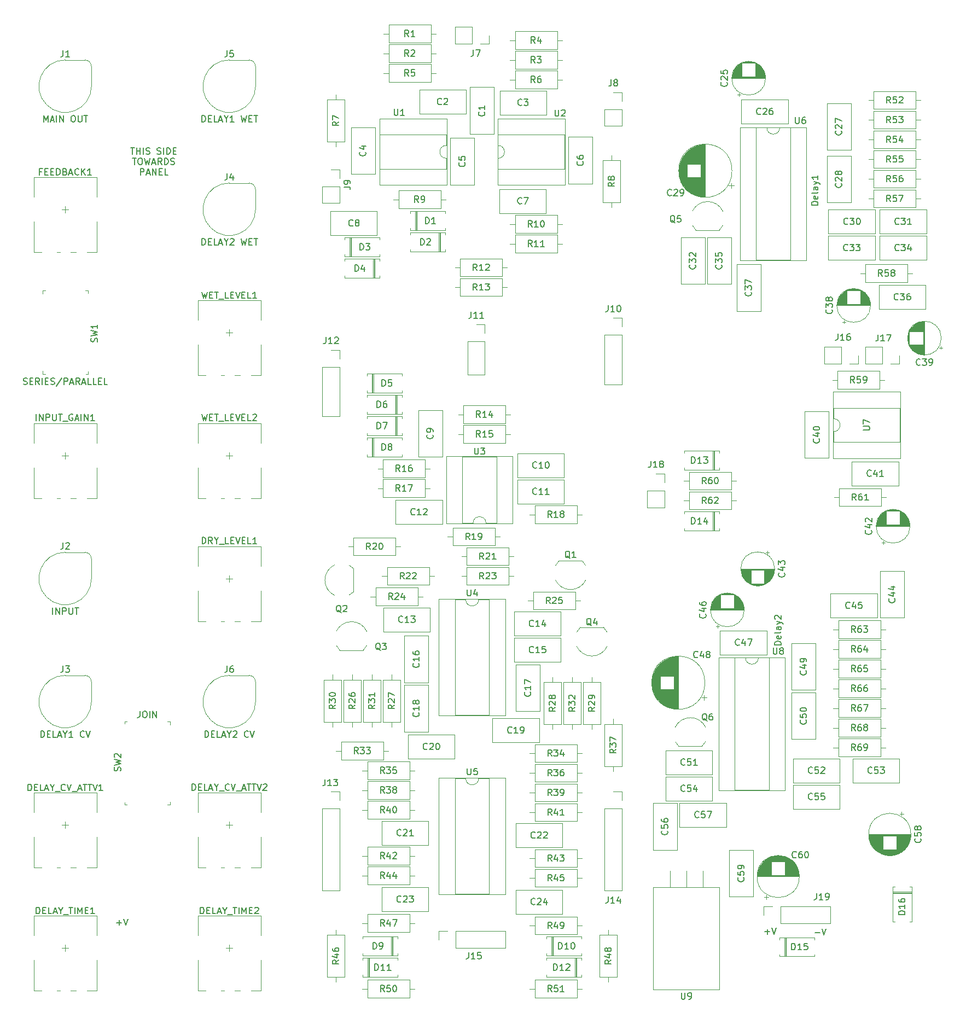
<source format=gto>
%TF.GenerationSoftware,KiCad,Pcbnew,(6.0.0-0)*%
%TF.CreationDate,2022-01-15T14:42:34+00:00*%
%TF.ProjectId,dual-digi-delay,6475616c-2d64-4696-9769-2d64656c6179,r03*%
%TF.SameCoordinates,Original*%
%TF.FileFunction,Legend,Top*%
%TF.FilePolarity,Positive*%
%FSLAX46Y46*%
G04 Gerber Fmt 4.6, Leading zero omitted, Abs format (unit mm)*
G04 Created by KiCad (PCBNEW (6.0.0-0)) date 2022-01-15 14:42:34*
%MOMM*%
%LPD*%
G01*
G04 APERTURE LIST*
%ADD10C,0.150000*%
%ADD11C,0.120000*%
%ADD12C,0.100000*%
G04 APERTURE END LIST*
D10*
X150820380Y-56490904D02*
X149820380Y-56490904D01*
X149820380Y-56252809D01*
X149868000Y-56109952D01*
X149963238Y-56014714D01*
X150058476Y-55967095D01*
X150248952Y-55919476D01*
X150391809Y-55919476D01*
X150582285Y-55967095D01*
X150677523Y-56014714D01*
X150772761Y-56109952D01*
X150820380Y-56252809D01*
X150820380Y-56490904D01*
X150772761Y-55109952D02*
X150820380Y-55205190D01*
X150820380Y-55395666D01*
X150772761Y-55490904D01*
X150677523Y-55538523D01*
X150296571Y-55538523D01*
X150201333Y-55490904D01*
X150153714Y-55395666D01*
X150153714Y-55205190D01*
X150201333Y-55109952D01*
X150296571Y-55062333D01*
X150391809Y-55062333D01*
X150487047Y-55538523D01*
X150820380Y-54490904D02*
X150772761Y-54586142D01*
X150677523Y-54633761D01*
X149820380Y-54633761D01*
X150820380Y-53681380D02*
X150296571Y-53681380D01*
X150201333Y-53729000D01*
X150153714Y-53824238D01*
X150153714Y-54014714D01*
X150201333Y-54109952D01*
X150772761Y-53681380D02*
X150820380Y-53776619D01*
X150820380Y-54014714D01*
X150772761Y-54109952D01*
X150677523Y-54157571D01*
X150582285Y-54157571D01*
X150487047Y-54109952D01*
X150439428Y-54014714D01*
X150439428Y-53776619D01*
X150391809Y-53681380D01*
X150153714Y-53300428D02*
X150820380Y-53062333D01*
X150153714Y-52824238D02*
X150820380Y-53062333D01*
X151058476Y-53157571D01*
X151106095Y-53205190D01*
X151153714Y-53300428D01*
X150820380Y-51919476D02*
X150820380Y-52490904D01*
X150820380Y-52205190D02*
X149820380Y-52205190D01*
X149963238Y-52300428D01*
X150058476Y-52395666D01*
X150106095Y-52490904D01*
X55451904Y-43632380D02*
X55451904Y-42632380D01*
X55690000Y-42632380D01*
X55832857Y-42680000D01*
X55928095Y-42775238D01*
X55975714Y-42870476D01*
X56023333Y-43060952D01*
X56023333Y-43203809D01*
X55975714Y-43394285D01*
X55928095Y-43489523D01*
X55832857Y-43584761D01*
X55690000Y-43632380D01*
X55451904Y-43632380D01*
X56451904Y-43108571D02*
X56785238Y-43108571D01*
X56928095Y-43632380D02*
X56451904Y-43632380D01*
X56451904Y-42632380D01*
X56928095Y-42632380D01*
X57832857Y-43632380D02*
X57356666Y-43632380D01*
X57356666Y-42632380D01*
X58118571Y-43346666D02*
X58594761Y-43346666D01*
X58023333Y-43632380D02*
X58356666Y-42632380D01*
X58690000Y-43632380D01*
X59213809Y-43156190D02*
X59213809Y-43632380D01*
X58880476Y-42632380D02*
X59213809Y-43156190D01*
X59547142Y-42632380D01*
X60404285Y-43632380D02*
X59832857Y-43632380D01*
X60118571Y-43632380D02*
X60118571Y-42632380D01*
X60023333Y-42775238D01*
X59928095Y-42870476D01*
X59832857Y-42918095D01*
X61499523Y-42632380D02*
X61737619Y-43632380D01*
X61928095Y-42918095D01*
X62118571Y-43632380D01*
X62356666Y-42632380D01*
X62737619Y-43108571D02*
X63070952Y-43108571D01*
X63213809Y-43632380D02*
X62737619Y-43632380D01*
X62737619Y-42632380D01*
X63213809Y-42632380D01*
X63499523Y-42632380D02*
X64070952Y-42632380D01*
X63785238Y-43632380D02*
X63785238Y-42632380D01*
X55928095Y-138882380D02*
X55928095Y-137882380D01*
X56166190Y-137882380D01*
X56309047Y-137930000D01*
X56404285Y-138025238D01*
X56451904Y-138120476D01*
X56499523Y-138310952D01*
X56499523Y-138453809D01*
X56451904Y-138644285D01*
X56404285Y-138739523D01*
X56309047Y-138834761D01*
X56166190Y-138882380D01*
X55928095Y-138882380D01*
X56928095Y-138358571D02*
X57261428Y-138358571D01*
X57404285Y-138882380D02*
X56928095Y-138882380D01*
X56928095Y-137882380D01*
X57404285Y-137882380D01*
X58309047Y-138882380D02*
X57832857Y-138882380D01*
X57832857Y-137882380D01*
X58594761Y-138596666D02*
X59070952Y-138596666D01*
X58499523Y-138882380D02*
X58832857Y-137882380D01*
X59166190Y-138882380D01*
X59690000Y-138406190D02*
X59690000Y-138882380D01*
X59356666Y-137882380D02*
X59690000Y-138406190D01*
X60023333Y-137882380D01*
X60309047Y-137977619D02*
X60356666Y-137930000D01*
X60451904Y-137882380D01*
X60690000Y-137882380D01*
X60785238Y-137930000D01*
X60832857Y-137977619D01*
X60880476Y-138072857D01*
X60880476Y-138168095D01*
X60832857Y-138310952D01*
X60261428Y-138882380D01*
X60880476Y-138882380D01*
X62642380Y-138787142D02*
X62594761Y-138834761D01*
X62451904Y-138882380D01*
X62356666Y-138882380D01*
X62213809Y-138834761D01*
X62118571Y-138739523D01*
X62070952Y-138644285D01*
X62023333Y-138453809D01*
X62023333Y-138310952D01*
X62070952Y-138120476D01*
X62118571Y-138025238D01*
X62213809Y-137930000D01*
X62356666Y-137882380D01*
X62451904Y-137882380D01*
X62594761Y-137930000D01*
X62642380Y-137977619D01*
X62928095Y-137882380D02*
X63261428Y-138882380D01*
X63594761Y-137882380D01*
X27837619Y-84224761D02*
X27980476Y-84272380D01*
X28218571Y-84272380D01*
X28313809Y-84224761D01*
X28361428Y-84177142D01*
X28409047Y-84081904D01*
X28409047Y-83986666D01*
X28361428Y-83891428D01*
X28313809Y-83843809D01*
X28218571Y-83796190D01*
X28028095Y-83748571D01*
X27932857Y-83700952D01*
X27885238Y-83653333D01*
X27837619Y-83558095D01*
X27837619Y-83462857D01*
X27885238Y-83367619D01*
X27932857Y-83320000D01*
X28028095Y-83272380D01*
X28266190Y-83272380D01*
X28409047Y-83320000D01*
X28837619Y-83748571D02*
X29170952Y-83748571D01*
X29313809Y-84272380D02*
X28837619Y-84272380D01*
X28837619Y-83272380D01*
X29313809Y-83272380D01*
X30313809Y-84272380D02*
X29980476Y-83796190D01*
X29742380Y-84272380D02*
X29742380Y-83272380D01*
X30123333Y-83272380D01*
X30218571Y-83320000D01*
X30266190Y-83367619D01*
X30313809Y-83462857D01*
X30313809Y-83605714D01*
X30266190Y-83700952D01*
X30218571Y-83748571D01*
X30123333Y-83796190D01*
X29742380Y-83796190D01*
X30742380Y-84272380D02*
X30742380Y-83272380D01*
X31218571Y-83748571D02*
X31551904Y-83748571D01*
X31694761Y-84272380D02*
X31218571Y-84272380D01*
X31218571Y-83272380D01*
X31694761Y-83272380D01*
X32075714Y-84224761D02*
X32218571Y-84272380D01*
X32456666Y-84272380D01*
X32551904Y-84224761D01*
X32599523Y-84177142D01*
X32647142Y-84081904D01*
X32647142Y-83986666D01*
X32599523Y-83891428D01*
X32551904Y-83843809D01*
X32456666Y-83796190D01*
X32266190Y-83748571D01*
X32170952Y-83700952D01*
X32123333Y-83653333D01*
X32075714Y-83558095D01*
X32075714Y-83462857D01*
X32123333Y-83367619D01*
X32170952Y-83320000D01*
X32266190Y-83272380D01*
X32504285Y-83272380D01*
X32647142Y-83320000D01*
X33790000Y-83224761D02*
X32932857Y-84510476D01*
X34123333Y-84272380D02*
X34123333Y-83272380D01*
X34504285Y-83272380D01*
X34599523Y-83320000D01*
X34647142Y-83367619D01*
X34694761Y-83462857D01*
X34694761Y-83605714D01*
X34647142Y-83700952D01*
X34599523Y-83748571D01*
X34504285Y-83796190D01*
X34123333Y-83796190D01*
X35075714Y-83986666D02*
X35551904Y-83986666D01*
X34980476Y-84272380D02*
X35313809Y-83272380D01*
X35647142Y-84272380D01*
X36551904Y-84272380D02*
X36218571Y-83796190D01*
X35980476Y-84272380D02*
X35980476Y-83272380D01*
X36361428Y-83272380D01*
X36456666Y-83320000D01*
X36504285Y-83367619D01*
X36551904Y-83462857D01*
X36551904Y-83605714D01*
X36504285Y-83700952D01*
X36456666Y-83748571D01*
X36361428Y-83796190D01*
X35980476Y-83796190D01*
X36932857Y-83986666D02*
X37409047Y-83986666D01*
X36837619Y-84272380D02*
X37170952Y-83272380D01*
X37504285Y-84272380D01*
X38313809Y-84272380D02*
X37837619Y-84272380D01*
X37837619Y-83272380D01*
X39123333Y-84272380D02*
X38647142Y-84272380D01*
X38647142Y-83272380D01*
X39456666Y-83748571D02*
X39790000Y-83748571D01*
X39932857Y-84272380D02*
X39456666Y-84272380D01*
X39456666Y-83272380D01*
X39932857Y-83272380D01*
X40837619Y-84272380D02*
X40361428Y-84272380D01*
X40361428Y-83272380D01*
X150320476Y-169108428D02*
X151082380Y-169108428D01*
X151415714Y-168489380D02*
X151749047Y-169489380D01*
X152082380Y-168489380D01*
X45847142Y-134834380D02*
X45847142Y-135548666D01*
X45799523Y-135691523D01*
X45704285Y-135786761D01*
X45561428Y-135834380D01*
X45466190Y-135834380D01*
X46513809Y-134834380D02*
X46704285Y-134834380D01*
X46799523Y-134882000D01*
X46894761Y-134977238D01*
X46942380Y-135167714D01*
X46942380Y-135501047D01*
X46894761Y-135691523D01*
X46799523Y-135786761D01*
X46704285Y-135834380D01*
X46513809Y-135834380D01*
X46418571Y-135786761D01*
X46323333Y-135691523D01*
X46275714Y-135501047D01*
X46275714Y-135167714D01*
X46323333Y-134977238D01*
X46418571Y-134882000D01*
X46513809Y-134834380D01*
X47370952Y-135834380D02*
X47370952Y-134834380D01*
X47847142Y-135834380D02*
X47847142Y-134834380D01*
X48418571Y-135834380D01*
X48418571Y-134834380D01*
X55451904Y-62682380D02*
X55451904Y-61682380D01*
X55690000Y-61682380D01*
X55832857Y-61730000D01*
X55928095Y-61825238D01*
X55975714Y-61920476D01*
X56023333Y-62110952D01*
X56023333Y-62253809D01*
X55975714Y-62444285D01*
X55928095Y-62539523D01*
X55832857Y-62634761D01*
X55690000Y-62682380D01*
X55451904Y-62682380D01*
X56451904Y-62158571D02*
X56785238Y-62158571D01*
X56928095Y-62682380D02*
X56451904Y-62682380D01*
X56451904Y-61682380D01*
X56928095Y-61682380D01*
X57832857Y-62682380D02*
X57356666Y-62682380D01*
X57356666Y-61682380D01*
X58118571Y-62396666D02*
X58594761Y-62396666D01*
X58023333Y-62682380D02*
X58356666Y-61682380D01*
X58690000Y-62682380D01*
X59213809Y-62206190D02*
X59213809Y-62682380D01*
X58880476Y-61682380D02*
X59213809Y-62206190D01*
X59547142Y-61682380D01*
X59832857Y-61777619D02*
X59880476Y-61730000D01*
X59975714Y-61682380D01*
X60213809Y-61682380D01*
X60309047Y-61730000D01*
X60356666Y-61777619D01*
X60404285Y-61872857D01*
X60404285Y-61968095D01*
X60356666Y-62110952D01*
X59785238Y-62682380D01*
X60404285Y-62682380D01*
X61499523Y-61682380D02*
X61737619Y-62682380D01*
X61928095Y-61968095D01*
X62118571Y-62682380D01*
X62356666Y-61682380D01*
X62737619Y-62158571D02*
X63070952Y-62158571D01*
X63213809Y-62682380D02*
X62737619Y-62682380D01*
X62737619Y-61682380D01*
X63213809Y-61682380D01*
X63499523Y-61682380D02*
X64070952Y-61682380D01*
X63785238Y-62682380D02*
X63785238Y-61682380D01*
X32361428Y-119832380D02*
X32361428Y-118832380D01*
X32837619Y-119832380D02*
X32837619Y-118832380D01*
X33409047Y-119832380D01*
X33409047Y-118832380D01*
X33885238Y-119832380D02*
X33885238Y-118832380D01*
X34266190Y-118832380D01*
X34361428Y-118880000D01*
X34409047Y-118927619D01*
X34456666Y-119022857D01*
X34456666Y-119165714D01*
X34409047Y-119260952D01*
X34361428Y-119308571D01*
X34266190Y-119356190D01*
X33885238Y-119356190D01*
X34885238Y-118832380D02*
X34885238Y-119641904D01*
X34932857Y-119737142D01*
X34980476Y-119784761D01*
X35075714Y-119832380D01*
X35266190Y-119832380D01*
X35361428Y-119784761D01*
X35409047Y-119737142D01*
X35456666Y-119641904D01*
X35456666Y-118832380D01*
X35790000Y-118832380D02*
X36361428Y-118832380D01*
X36075714Y-119832380D02*
X36075714Y-118832380D01*
X30528095Y-138882380D02*
X30528095Y-137882380D01*
X30766190Y-137882380D01*
X30909047Y-137930000D01*
X31004285Y-138025238D01*
X31051904Y-138120476D01*
X31099523Y-138310952D01*
X31099523Y-138453809D01*
X31051904Y-138644285D01*
X31004285Y-138739523D01*
X30909047Y-138834761D01*
X30766190Y-138882380D01*
X30528095Y-138882380D01*
X31528095Y-138358571D02*
X31861428Y-138358571D01*
X32004285Y-138882380D02*
X31528095Y-138882380D01*
X31528095Y-137882380D01*
X32004285Y-137882380D01*
X32909047Y-138882380D02*
X32432857Y-138882380D01*
X32432857Y-137882380D01*
X33194761Y-138596666D02*
X33670952Y-138596666D01*
X33099523Y-138882380D02*
X33432857Y-137882380D01*
X33766190Y-138882380D01*
X34290000Y-138406190D02*
X34290000Y-138882380D01*
X33956666Y-137882380D02*
X34290000Y-138406190D01*
X34623333Y-137882380D01*
X35480476Y-138882380D02*
X34909047Y-138882380D01*
X35194761Y-138882380D02*
X35194761Y-137882380D01*
X35099523Y-138025238D01*
X35004285Y-138120476D01*
X34909047Y-138168095D01*
X37242380Y-138787142D02*
X37194761Y-138834761D01*
X37051904Y-138882380D01*
X36956666Y-138882380D01*
X36813809Y-138834761D01*
X36718571Y-138739523D01*
X36670952Y-138644285D01*
X36623333Y-138453809D01*
X36623333Y-138310952D01*
X36670952Y-138120476D01*
X36718571Y-138025238D01*
X36813809Y-137930000D01*
X36956666Y-137882380D01*
X37051904Y-137882380D01*
X37194761Y-137930000D01*
X37242380Y-137977619D01*
X37528095Y-137882380D02*
X37861428Y-138882380D01*
X38194761Y-137882380D01*
X142573476Y-168981428D02*
X143335380Y-168981428D01*
X142954428Y-169362380D02*
X142954428Y-168600476D01*
X143668714Y-168362380D02*
X144002047Y-169362380D01*
X144335380Y-168362380D01*
X30956666Y-43632380D02*
X30956666Y-42632380D01*
X31290000Y-43346666D01*
X31623333Y-42632380D01*
X31623333Y-43632380D01*
X32051904Y-43346666D02*
X32528095Y-43346666D01*
X31956666Y-43632380D02*
X32290000Y-42632380D01*
X32623333Y-43632380D01*
X32956666Y-43632380D02*
X32956666Y-42632380D01*
X33432857Y-43632380D02*
X33432857Y-42632380D01*
X34004285Y-43632380D01*
X34004285Y-42632380D01*
X35432857Y-42632380D02*
X35623333Y-42632380D01*
X35718571Y-42680000D01*
X35813809Y-42775238D01*
X35861428Y-42965714D01*
X35861428Y-43299047D01*
X35813809Y-43489523D01*
X35718571Y-43584761D01*
X35623333Y-43632380D01*
X35432857Y-43632380D01*
X35337619Y-43584761D01*
X35242380Y-43489523D01*
X35194761Y-43299047D01*
X35194761Y-42965714D01*
X35242380Y-42775238D01*
X35337619Y-42680000D01*
X35432857Y-42632380D01*
X36290000Y-42632380D02*
X36290000Y-43441904D01*
X36337619Y-43537142D01*
X36385238Y-43584761D01*
X36480476Y-43632380D01*
X36670952Y-43632380D01*
X36766190Y-43584761D01*
X36813809Y-43537142D01*
X36861428Y-43441904D01*
X36861428Y-42632380D01*
X37194761Y-42632380D02*
X37766190Y-42632380D01*
X37480476Y-43632380D02*
X37480476Y-42632380D01*
X44434571Y-47626380D02*
X45006000Y-47626380D01*
X44720285Y-48626380D02*
X44720285Y-47626380D01*
X45339333Y-48626380D02*
X45339333Y-47626380D01*
X45339333Y-48102571D02*
X45910761Y-48102571D01*
X45910761Y-48626380D02*
X45910761Y-47626380D01*
X46386952Y-48626380D02*
X46386952Y-47626380D01*
X46815523Y-48578761D02*
X46958380Y-48626380D01*
X47196476Y-48626380D01*
X47291714Y-48578761D01*
X47339333Y-48531142D01*
X47386952Y-48435904D01*
X47386952Y-48340666D01*
X47339333Y-48245428D01*
X47291714Y-48197809D01*
X47196476Y-48150190D01*
X47006000Y-48102571D01*
X46910761Y-48054952D01*
X46863142Y-48007333D01*
X46815523Y-47912095D01*
X46815523Y-47816857D01*
X46863142Y-47721619D01*
X46910761Y-47674000D01*
X47006000Y-47626380D01*
X47244095Y-47626380D01*
X47386952Y-47674000D01*
X48529809Y-48578761D02*
X48672666Y-48626380D01*
X48910761Y-48626380D01*
X49006000Y-48578761D01*
X49053619Y-48531142D01*
X49101238Y-48435904D01*
X49101238Y-48340666D01*
X49053619Y-48245428D01*
X49006000Y-48197809D01*
X48910761Y-48150190D01*
X48720285Y-48102571D01*
X48625047Y-48054952D01*
X48577428Y-48007333D01*
X48529809Y-47912095D01*
X48529809Y-47816857D01*
X48577428Y-47721619D01*
X48625047Y-47674000D01*
X48720285Y-47626380D01*
X48958380Y-47626380D01*
X49101238Y-47674000D01*
X49529809Y-48626380D02*
X49529809Y-47626380D01*
X50006000Y-48626380D02*
X50006000Y-47626380D01*
X50244095Y-47626380D01*
X50386952Y-47674000D01*
X50482190Y-47769238D01*
X50529809Y-47864476D01*
X50577428Y-48054952D01*
X50577428Y-48197809D01*
X50529809Y-48388285D01*
X50482190Y-48483523D01*
X50386952Y-48578761D01*
X50244095Y-48626380D01*
X50006000Y-48626380D01*
X51006000Y-48102571D02*
X51339333Y-48102571D01*
X51482190Y-48626380D02*
X51006000Y-48626380D01*
X51006000Y-47626380D01*
X51482190Y-47626380D01*
X44720285Y-49236380D02*
X45291714Y-49236380D01*
X45006000Y-50236380D02*
X45006000Y-49236380D01*
X45815523Y-49236380D02*
X46006000Y-49236380D01*
X46101238Y-49284000D01*
X46196476Y-49379238D01*
X46244095Y-49569714D01*
X46244095Y-49903047D01*
X46196476Y-50093523D01*
X46101238Y-50188761D01*
X46006000Y-50236380D01*
X45815523Y-50236380D01*
X45720285Y-50188761D01*
X45625047Y-50093523D01*
X45577428Y-49903047D01*
X45577428Y-49569714D01*
X45625047Y-49379238D01*
X45720285Y-49284000D01*
X45815523Y-49236380D01*
X46577428Y-49236380D02*
X46815523Y-50236380D01*
X47006000Y-49522095D01*
X47196476Y-50236380D01*
X47434571Y-49236380D01*
X47767904Y-49950666D02*
X48244095Y-49950666D01*
X47672666Y-50236380D02*
X48006000Y-49236380D01*
X48339333Y-50236380D01*
X49244095Y-50236380D02*
X48910761Y-49760190D01*
X48672666Y-50236380D02*
X48672666Y-49236380D01*
X49053619Y-49236380D01*
X49148857Y-49284000D01*
X49196476Y-49331619D01*
X49244095Y-49426857D01*
X49244095Y-49569714D01*
X49196476Y-49664952D01*
X49148857Y-49712571D01*
X49053619Y-49760190D01*
X48672666Y-49760190D01*
X49672666Y-50236380D02*
X49672666Y-49236380D01*
X49910761Y-49236380D01*
X50053619Y-49284000D01*
X50148857Y-49379238D01*
X50196476Y-49474476D01*
X50244095Y-49664952D01*
X50244095Y-49807809D01*
X50196476Y-49998285D01*
X50148857Y-50093523D01*
X50053619Y-50188761D01*
X49910761Y-50236380D01*
X49672666Y-50236380D01*
X50625047Y-50188761D02*
X50767904Y-50236380D01*
X51006000Y-50236380D01*
X51101238Y-50188761D01*
X51148857Y-50141142D01*
X51196476Y-50045904D01*
X51196476Y-49950666D01*
X51148857Y-49855428D01*
X51101238Y-49807809D01*
X51006000Y-49760190D01*
X50815523Y-49712571D01*
X50720285Y-49664952D01*
X50672666Y-49617333D01*
X50625047Y-49522095D01*
X50625047Y-49426857D01*
X50672666Y-49331619D01*
X50720285Y-49284000D01*
X50815523Y-49236380D01*
X51053619Y-49236380D01*
X51196476Y-49284000D01*
X45934571Y-51846380D02*
X45934571Y-50846380D01*
X46315523Y-50846380D01*
X46410761Y-50894000D01*
X46458380Y-50941619D01*
X46506000Y-51036857D01*
X46506000Y-51179714D01*
X46458380Y-51274952D01*
X46410761Y-51322571D01*
X46315523Y-51370190D01*
X45934571Y-51370190D01*
X46886952Y-51560666D02*
X47363142Y-51560666D01*
X46791714Y-51846380D02*
X47125047Y-50846380D01*
X47458380Y-51846380D01*
X47791714Y-51846380D02*
X47791714Y-50846380D01*
X48363142Y-51846380D01*
X48363142Y-50846380D01*
X48839333Y-51322571D02*
X49172666Y-51322571D01*
X49315523Y-51846380D02*
X48839333Y-51846380D01*
X48839333Y-50846380D01*
X49315523Y-50846380D01*
X50220285Y-51846380D02*
X49744095Y-51846380D01*
X49744095Y-50846380D01*
X145105380Y-124562904D02*
X144105380Y-124562904D01*
X144105380Y-124324809D01*
X144153000Y-124181952D01*
X144248238Y-124086714D01*
X144343476Y-124039095D01*
X144533952Y-123991476D01*
X144676809Y-123991476D01*
X144867285Y-124039095D01*
X144962523Y-124086714D01*
X145057761Y-124181952D01*
X145105380Y-124324809D01*
X145105380Y-124562904D01*
X145057761Y-123181952D02*
X145105380Y-123277190D01*
X145105380Y-123467666D01*
X145057761Y-123562904D01*
X144962523Y-123610523D01*
X144581571Y-123610523D01*
X144486333Y-123562904D01*
X144438714Y-123467666D01*
X144438714Y-123277190D01*
X144486333Y-123181952D01*
X144581571Y-123134333D01*
X144676809Y-123134333D01*
X144772047Y-123610523D01*
X145105380Y-122562904D02*
X145057761Y-122658142D01*
X144962523Y-122705761D01*
X144105380Y-122705761D01*
X145105380Y-121753380D02*
X144581571Y-121753380D01*
X144486333Y-121801000D01*
X144438714Y-121896238D01*
X144438714Y-122086714D01*
X144486333Y-122181952D01*
X145057761Y-121753380D02*
X145105380Y-121848619D01*
X145105380Y-122086714D01*
X145057761Y-122181952D01*
X144962523Y-122229571D01*
X144867285Y-122229571D01*
X144772047Y-122181952D01*
X144724428Y-122086714D01*
X144724428Y-121848619D01*
X144676809Y-121753380D01*
X144438714Y-121372428D02*
X145105380Y-121134333D01*
X144438714Y-120896238D02*
X145105380Y-121134333D01*
X145343476Y-121229571D01*
X145391095Y-121277190D01*
X145438714Y-121372428D01*
X144200619Y-120562904D02*
X144153000Y-120515285D01*
X144105380Y-120420047D01*
X144105380Y-120181952D01*
X144153000Y-120086714D01*
X144200619Y-120039095D01*
X144295857Y-119991476D01*
X144391095Y-119991476D01*
X144533952Y-120039095D01*
X145105380Y-120610523D01*
X145105380Y-119991476D01*
X42243476Y-167584428D02*
X43005380Y-167584428D01*
X42624428Y-167965380D02*
X42624428Y-167203476D01*
X43338714Y-166965380D02*
X43672047Y-167965380D01*
X44005380Y-166965380D01*
%TO.C,C32*%
X131802142Y-65753857D02*
X131849761Y-65801476D01*
X131897380Y-65944333D01*
X131897380Y-66039571D01*
X131849761Y-66182428D01*
X131754523Y-66277666D01*
X131659285Y-66325285D01*
X131468809Y-66372904D01*
X131325952Y-66372904D01*
X131135476Y-66325285D01*
X131040238Y-66277666D01*
X130945000Y-66182428D01*
X130897380Y-66039571D01*
X130897380Y-65944333D01*
X130945000Y-65801476D01*
X130992619Y-65753857D01*
X130897380Y-65420523D02*
X130897380Y-64801476D01*
X131278333Y-65134809D01*
X131278333Y-64991952D01*
X131325952Y-64896714D01*
X131373571Y-64849095D01*
X131468809Y-64801476D01*
X131706904Y-64801476D01*
X131802142Y-64849095D01*
X131849761Y-64896714D01*
X131897380Y-64991952D01*
X131897380Y-65277666D01*
X131849761Y-65372904D01*
X131802142Y-65420523D01*
X130992619Y-64420523D02*
X130945000Y-64372904D01*
X130897380Y-64277666D01*
X130897380Y-64039571D01*
X130945000Y-63944333D01*
X130992619Y-63896714D01*
X131087857Y-63849095D01*
X131183095Y-63849095D01*
X131325952Y-63896714D01*
X131897380Y-64468142D01*
X131897380Y-63849095D01*
%TO.C,C26*%
X141938142Y-42394142D02*
X141890523Y-42441761D01*
X141747666Y-42489380D01*
X141652428Y-42489380D01*
X141509571Y-42441761D01*
X141414333Y-42346523D01*
X141366714Y-42251285D01*
X141319095Y-42060809D01*
X141319095Y-41917952D01*
X141366714Y-41727476D01*
X141414333Y-41632238D01*
X141509571Y-41537000D01*
X141652428Y-41489380D01*
X141747666Y-41489380D01*
X141890523Y-41537000D01*
X141938142Y-41584619D01*
X142319095Y-41584619D02*
X142366714Y-41537000D01*
X142461952Y-41489380D01*
X142700047Y-41489380D01*
X142795285Y-41537000D01*
X142842904Y-41584619D01*
X142890523Y-41679857D01*
X142890523Y-41775095D01*
X142842904Y-41917952D01*
X142271476Y-42489380D01*
X142890523Y-42489380D01*
X143747666Y-41489380D02*
X143557190Y-41489380D01*
X143461952Y-41537000D01*
X143414333Y-41584619D01*
X143319095Y-41727476D01*
X143271476Y-41917952D01*
X143271476Y-42298904D01*
X143319095Y-42394142D01*
X143366714Y-42441761D01*
X143461952Y-42489380D01*
X143652428Y-42489380D01*
X143747666Y-42441761D01*
X143795285Y-42394142D01*
X143842904Y-42298904D01*
X143842904Y-42060809D01*
X143795285Y-41965571D01*
X143747666Y-41917952D01*
X143652428Y-41870333D01*
X143461952Y-41870333D01*
X143366714Y-41917952D01*
X143319095Y-41965571D01*
X143271476Y-42060809D01*
%TO.C,C25*%
X136688142Y-37492857D02*
X136735761Y-37540476D01*
X136783380Y-37683333D01*
X136783380Y-37778571D01*
X136735761Y-37921428D01*
X136640523Y-38016666D01*
X136545285Y-38064285D01*
X136354809Y-38111904D01*
X136211952Y-38111904D01*
X136021476Y-38064285D01*
X135926238Y-38016666D01*
X135831000Y-37921428D01*
X135783380Y-37778571D01*
X135783380Y-37683333D01*
X135831000Y-37540476D01*
X135878619Y-37492857D01*
X135878619Y-37111904D02*
X135831000Y-37064285D01*
X135783380Y-36969047D01*
X135783380Y-36730952D01*
X135831000Y-36635714D01*
X135878619Y-36588095D01*
X135973857Y-36540476D01*
X136069095Y-36540476D01*
X136211952Y-36588095D01*
X136783380Y-37159523D01*
X136783380Y-36540476D01*
X135783380Y-35635714D02*
X135783380Y-36111904D01*
X136259571Y-36159523D01*
X136211952Y-36111904D01*
X136164333Y-36016666D01*
X136164333Y-35778571D01*
X136211952Y-35683333D01*
X136259571Y-35635714D01*
X136354809Y-35588095D01*
X136592904Y-35588095D01*
X136688142Y-35635714D01*
X136735761Y-35683333D01*
X136783380Y-35778571D01*
X136783380Y-36016666D01*
X136735761Y-36111904D01*
X136688142Y-36159523D01*
%TO.C,C35*%
X135866142Y-65753857D02*
X135913761Y-65801476D01*
X135961380Y-65944333D01*
X135961380Y-66039571D01*
X135913761Y-66182428D01*
X135818523Y-66277666D01*
X135723285Y-66325285D01*
X135532809Y-66372904D01*
X135389952Y-66372904D01*
X135199476Y-66325285D01*
X135104238Y-66277666D01*
X135009000Y-66182428D01*
X134961380Y-66039571D01*
X134961380Y-65944333D01*
X135009000Y-65801476D01*
X135056619Y-65753857D01*
X134961380Y-65420523D02*
X134961380Y-64801476D01*
X135342333Y-65134809D01*
X135342333Y-64991952D01*
X135389952Y-64896714D01*
X135437571Y-64849095D01*
X135532809Y-64801476D01*
X135770904Y-64801476D01*
X135866142Y-64849095D01*
X135913761Y-64896714D01*
X135961380Y-64991952D01*
X135961380Y-65277666D01*
X135913761Y-65372904D01*
X135866142Y-65420523D01*
X134961380Y-63896714D02*
X134961380Y-64372904D01*
X135437571Y-64420523D01*
X135389952Y-64372904D01*
X135342333Y-64277666D01*
X135342333Y-64039571D01*
X135389952Y-63944333D01*
X135437571Y-63896714D01*
X135532809Y-63849095D01*
X135770904Y-63849095D01*
X135866142Y-63896714D01*
X135913761Y-63944333D01*
X135961380Y-64039571D01*
X135961380Y-64277666D01*
X135913761Y-64372904D01*
X135866142Y-64420523D01*
%TO.C,C29*%
X128135142Y-54967142D02*
X128087523Y-55014761D01*
X127944666Y-55062380D01*
X127849428Y-55062380D01*
X127706571Y-55014761D01*
X127611333Y-54919523D01*
X127563714Y-54824285D01*
X127516095Y-54633809D01*
X127516095Y-54490952D01*
X127563714Y-54300476D01*
X127611333Y-54205238D01*
X127706571Y-54110000D01*
X127849428Y-54062380D01*
X127944666Y-54062380D01*
X128087523Y-54110000D01*
X128135142Y-54157619D01*
X128516095Y-54157619D02*
X128563714Y-54110000D01*
X128658952Y-54062380D01*
X128897047Y-54062380D01*
X128992285Y-54110000D01*
X129039904Y-54157619D01*
X129087523Y-54252857D01*
X129087523Y-54348095D01*
X129039904Y-54490952D01*
X128468476Y-55062380D01*
X129087523Y-55062380D01*
X129563714Y-55062380D02*
X129754190Y-55062380D01*
X129849428Y-55014761D01*
X129897047Y-54967142D01*
X129992285Y-54824285D01*
X130039904Y-54633809D01*
X130039904Y-54252857D01*
X129992285Y-54157619D01*
X129944666Y-54110000D01*
X129849428Y-54062380D01*
X129658952Y-54062380D01*
X129563714Y-54110000D01*
X129516095Y-54157619D01*
X129468476Y-54252857D01*
X129468476Y-54490952D01*
X129516095Y-54586190D01*
X129563714Y-54633809D01*
X129658952Y-54681428D01*
X129849428Y-54681428D01*
X129944666Y-54633809D01*
X129992285Y-54586190D01*
X130039904Y-54490952D01*
%TO.C,C37*%
X140438142Y-69944857D02*
X140485761Y-69992476D01*
X140533380Y-70135333D01*
X140533380Y-70230571D01*
X140485761Y-70373428D01*
X140390523Y-70468666D01*
X140295285Y-70516285D01*
X140104809Y-70563904D01*
X139961952Y-70563904D01*
X139771476Y-70516285D01*
X139676238Y-70468666D01*
X139581000Y-70373428D01*
X139533380Y-70230571D01*
X139533380Y-70135333D01*
X139581000Y-69992476D01*
X139628619Y-69944857D01*
X139533380Y-69611523D02*
X139533380Y-68992476D01*
X139914333Y-69325809D01*
X139914333Y-69182952D01*
X139961952Y-69087714D01*
X140009571Y-69040095D01*
X140104809Y-68992476D01*
X140342904Y-68992476D01*
X140438142Y-69040095D01*
X140485761Y-69087714D01*
X140533380Y-69182952D01*
X140533380Y-69468666D01*
X140485761Y-69563904D01*
X140438142Y-69611523D01*
X139533380Y-68659142D02*
X139533380Y-67992476D01*
X140533380Y-68421047D01*
%TO.C,C33*%
X155400142Y-63476142D02*
X155352523Y-63523761D01*
X155209666Y-63571380D01*
X155114428Y-63571380D01*
X154971571Y-63523761D01*
X154876333Y-63428523D01*
X154828714Y-63333285D01*
X154781095Y-63142809D01*
X154781095Y-62999952D01*
X154828714Y-62809476D01*
X154876333Y-62714238D01*
X154971571Y-62619000D01*
X155114428Y-62571380D01*
X155209666Y-62571380D01*
X155352523Y-62619000D01*
X155400142Y-62666619D01*
X155733476Y-62571380D02*
X156352523Y-62571380D01*
X156019190Y-62952333D01*
X156162047Y-62952333D01*
X156257285Y-62999952D01*
X156304904Y-63047571D01*
X156352523Y-63142809D01*
X156352523Y-63380904D01*
X156304904Y-63476142D01*
X156257285Y-63523761D01*
X156162047Y-63571380D01*
X155876333Y-63571380D01*
X155781095Y-63523761D01*
X155733476Y-63476142D01*
X156685857Y-62571380D02*
X157304904Y-62571380D01*
X156971571Y-62952333D01*
X157114428Y-62952333D01*
X157209666Y-62999952D01*
X157257285Y-63047571D01*
X157304904Y-63142809D01*
X157304904Y-63380904D01*
X157257285Y-63476142D01*
X157209666Y-63523761D01*
X157114428Y-63571380D01*
X156828714Y-63571380D01*
X156733476Y-63523761D01*
X156685857Y-63476142D01*
%TO.C,C27*%
X154408142Y-45005857D02*
X154455761Y-45053476D01*
X154503380Y-45196333D01*
X154503380Y-45291571D01*
X154455761Y-45434428D01*
X154360523Y-45529666D01*
X154265285Y-45577285D01*
X154074809Y-45624904D01*
X153931952Y-45624904D01*
X153741476Y-45577285D01*
X153646238Y-45529666D01*
X153551000Y-45434428D01*
X153503380Y-45291571D01*
X153503380Y-45196333D01*
X153551000Y-45053476D01*
X153598619Y-45005857D01*
X153598619Y-44624904D02*
X153551000Y-44577285D01*
X153503380Y-44482047D01*
X153503380Y-44243952D01*
X153551000Y-44148714D01*
X153598619Y-44101095D01*
X153693857Y-44053476D01*
X153789095Y-44053476D01*
X153931952Y-44101095D01*
X154503380Y-44672523D01*
X154503380Y-44053476D01*
X153503380Y-43720142D02*
X153503380Y-43053476D01*
X154503380Y-43482047D01*
%TO.C,C38*%
X152944142Y-72671857D02*
X152991761Y-72719476D01*
X153039380Y-72862333D01*
X153039380Y-72957571D01*
X152991761Y-73100428D01*
X152896523Y-73195666D01*
X152801285Y-73243285D01*
X152610809Y-73290904D01*
X152467952Y-73290904D01*
X152277476Y-73243285D01*
X152182238Y-73195666D01*
X152087000Y-73100428D01*
X152039380Y-72957571D01*
X152039380Y-72862333D01*
X152087000Y-72719476D01*
X152134619Y-72671857D01*
X152039380Y-72338523D02*
X152039380Y-71719476D01*
X152420333Y-72052809D01*
X152420333Y-71909952D01*
X152467952Y-71814714D01*
X152515571Y-71767095D01*
X152610809Y-71719476D01*
X152848904Y-71719476D01*
X152944142Y-71767095D01*
X152991761Y-71814714D01*
X153039380Y-71909952D01*
X153039380Y-72195666D01*
X152991761Y-72290904D01*
X152944142Y-72338523D01*
X152467952Y-71148047D02*
X152420333Y-71243285D01*
X152372714Y-71290904D01*
X152277476Y-71338523D01*
X152229857Y-71338523D01*
X152134619Y-71290904D01*
X152087000Y-71243285D01*
X152039380Y-71148047D01*
X152039380Y-70957571D01*
X152087000Y-70862333D01*
X152134619Y-70814714D01*
X152229857Y-70767095D01*
X152277476Y-70767095D01*
X152372714Y-70814714D01*
X152420333Y-70862333D01*
X152467952Y-70957571D01*
X152467952Y-71148047D01*
X152515571Y-71243285D01*
X152563190Y-71290904D01*
X152658428Y-71338523D01*
X152848904Y-71338523D01*
X152944142Y-71290904D01*
X152991761Y-71243285D01*
X153039380Y-71148047D01*
X153039380Y-70957571D01*
X152991761Y-70862333D01*
X152944142Y-70814714D01*
X152848904Y-70767095D01*
X152658428Y-70767095D01*
X152563190Y-70814714D01*
X152515571Y-70862333D01*
X152467952Y-70957571D01*
%TO.C,C30*%
X155440142Y-59412142D02*
X155392523Y-59459761D01*
X155249666Y-59507380D01*
X155154428Y-59507380D01*
X155011571Y-59459761D01*
X154916333Y-59364523D01*
X154868714Y-59269285D01*
X154821095Y-59078809D01*
X154821095Y-58935952D01*
X154868714Y-58745476D01*
X154916333Y-58650238D01*
X155011571Y-58555000D01*
X155154428Y-58507380D01*
X155249666Y-58507380D01*
X155392523Y-58555000D01*
X155440142Y-58602619D01*
X155773476Y-58507380D02*
X156392523Y-58507380D01*
X156059190Y-58888333D01*
X156202047Y-58888333D01*
X156297285Y-58935952D01*
X156344904Y-58983571D01*
X156392523Y-59078809D01*
X156392523Y-59316904D01*
X156344904Y-59412142D01*
X156297285Y-59459761D01*
X156202047Y-59507380D01*
X155916333Y-59507380D01*
X155821095Y-59459761D01*
X155773476Y-59412142D01*
X157011571Y-58507380D02*
X157106809Y-58507380D01*
X157202047Y-58555000D01*
X157249666Y-58602619D01*
X157297285Y-58697857D01*
X157344904Y-58888333D01*
X157344904Y-59126428D01*
X157297285Y-59316904D01*
X157249666Y-59412142D01*
X157202047Y-59459761D01*
X157106809Y-59507380D01*
X157011571Y-59507380D01*
X156916333Y-59459761D01*
X156868714Y-59412142D01*
X156821095Y-59316904D01*
X156773476Y-59126428D01*
X156773476Y-58888333D01*
X156821095Y-58697857D01*
X156868714Y-58602619D01*
X156916333Y-58555000D01*
X157011571Y-58507380D01*
%TO.C,C28*%
X154408142Y-53133857D02*
X154455761Y-53181476D01*
X154503380Y-53324333D01*
X154503380Y-53419571D01*
X154455761Y-53562428D01*
X154360523Y-53657666D01*
X154265285Y-53705285D01*
X154074809Y-53752904D01*
X153931952Y-53752904D01*
X153741476Y-53705285D01*
X153646238Y-53657666D01*
X153551000Y-53562428D01*
X153503380Y-53419571D01*
X153503380Y-53324333D01*
X153551000Y-53181476D01*
X153598619Y-53133857D01*
X153598619Y-52752904D02*
X153551000Y-52705285D01*
X153503380Y-52610047D01*
X153503380Y-52371952D01*
X153551000Y-52276714D01*
X153598619Y-52229095D01*
X153693857Y-52181476D01*
X153789095Y-52181476D01*
X153931952Y-52229095D01*
X154503380Y-52800523D01*
X154503380Y-52181476D01*
X153931952Y-51610047D02*
X153884333Y-51705285D01*
X153836714Y-51752904D01*
X153741476Y-51800523D01*
X153693857Y-51800523D01*
X153598619Y-51752904D01*
X153551000Y-51705285D01*
X153503380Y-51610047D01*
X153503380Y-51419571D01*
X153551000Y-51324333D01*
X153598619Y-51276714D01*
X153693857Y-51229095D01*
X153741476Y-51229095D01*
X153836714Y-51276714D01*
X153884333Y-51324333D01*
X153931952Y-51419571D01*
X153931952Y-51610047D01*
X153979571Y-51705285D01*
X154027190Y-51752904D01*
X154122428Y-51800523D01*
X154312904Y-51800523D01*
X154408142Y-51752904D01*
X154455761Y-51705285D01*
X154503380Y-51610047D01*
X154503380Y-51419571D01*
X154455761Y-51324333D01*
X154408142Y-51276714D01*
X154312904Y-51229095D01*
X154122428Y-51229095D01*
X154027190Y-51276714D01*
X153979571Y-51324333D01*
X153931952Y-51419571D01*
%TO.C,C34*%
X163354142Y-63476142D02*
X163306523Y-63523761D01*
X163163666Y-63571380D01*
X163068428Y-63571380D01*
X162925571Y-63523761D01*
X162830333Y-63428523D01*
X162782714Y-63333285D01*
X162735095Y-63142809D01*
X162735095Y-62999952D01*
X162782714Y-62809476D01*
X162830333Y-62714238D01*
X162925571Y-62619000D01*
X163068428Y-62571380D01*
X163163666Y-62571380D01*
X163306523Y-62619000D01*
X163354142Y-62666619D01*
X163687476Y-62571380D02*
X164306523Y-62571380D01*
X163973190Y-62952333D01*
X164116047Y-62952333D01*
X164211285Y-62999952D01*
X164258904Y-63047571D01*
X164306523Y-63142809D01*
X164306523Y-63380904D01*
X164258904Y-63476142D01*
X164211285Y-63523761D01*
X164116047Y-63571380D01*
X163830333Y-63571380D01*
X163735095Y-63523761D01*
X163687476Y-63476142D01*
X165163666Y-62904714D02*
X165163666Y-63571380D01*
X164925571Y-62523761D02*
X164687476Y-63238047D01*
X165306523Y-63238047D01*
%TO.C,C31*%
X163354142Y-59412142D02*
X163306523Y-59459761D01*
X163163666Y-59507380D01*
X163068428Y-59507380D01*
X162925571Y-59459761D01*
X162830333Y-59364523D01*
X162782714Y-59269285D01*
X162735095Y-59078809D01*
X162735095Y-58935952D01*
X162782714Y-58745476D01*
X162830333Y-58650238D01*
X162925571Y-58555000D01*
X163068428Y-58507380D01*
X163163666Y-58507380D01*
X163306523Y-58555000D01*
X163354142Y-58602619D01*
X163687476Y-58507380D02*
X164306523Y-58507380D01*
X163973190Y-58888333D01*
X164116047Y-58888333D01*
X164211285Y-58935952D01*
X164258904Y-58983571D01*
X164306523Y-59078809D01*
X164306523Y-59316904D01*
X164258904Y-59412142D01*
X164211285Y-59459761D01*
X164116047Y-59507380D01*
X163830333Y-59507380D01*
X163735095Y-59459761D01*
X163687476Y-59412142D01*
X165258904Y-59507380D02*
X164687476Y-59507380D01*
X164973190Y-59507380D02*
X164973190Y-58507380D01*
X164877952Y-58650238D01*
X164782714Y-58745476D01*
X164687476Y-58793095D01*
%TO.C,C36*%
X163227142Y-71096142D02*
X163179523Y-71143761D01*
X163036666Y-71191380D01*
X162941428Y-71191380D01*
X162798571Y-71143761D01*
X162703333Y-71048523D01*
X162655714Y-70953285D01*
X162608095Y-70762809D01*
X162608095Y-70619952D01*
X162655714Y-70429476D01*
X162703333Y-70334238D01*
X162798571Y-70239000D01*
X162941428Y-70191380D01*
X163036666Y-70191380D01*
X163179523Y-70239000D01*
X163227142Y-70286619D01*
X163560476Y-70191380D02*
X164179523Y-70191380D01*
X163846190Y-70572333D01*
X163989047Y-70572333D01*
X164084285Y-70619952D01*
X164131904Y-70667571D01*
X164179523Y-70762809D01*
X164179523Y-71000904D01*
X164131904Y-71096142D01*
X164084285Y-71143761D01*
X163989047Y-71191380D01*
X163703333Y-71191380D01*
X163608095Y-71143761D01*
X163560476Y-71096142D01*
X165036666Y-70191380D02*
X164846190Y-70191380D01*
X164750952Y-70239000D01*
X164703333Y-70286619D01*
X164608095Y-70429476D01*
X164560476Y-70619952D01*
X164560476Y-71000904D01*
X164608095Y-71096142D01*
X164655714Y-71143761D01*
X164750952Y-71191380D01*
X164941428Y-71191380D01*
X165036666Y-71143761D01*
X165084285Y-71096142D01*
X165131904Y-71000904D01*
X165131904Y-70762809D01*
X165084285Y-70667571D01*
X165036666Y-70619952D01*
X164941428Y-70572333D01*
X164750952Y-70572333D01*
X164655714Y-70619952D01*
X164608095Y-70667571D01*
X164560476Y-70762809D01*
%TO.C,C39*%
X166636142Y-81196142D02*
X166588523Y-81243761D01*
X166445666Y-81291380D01*
X166350428Y-81291380D01*
X166207571Y-81243761D01*
X166112333Y-81148523D01*
X166064714Y-81053285D01*
X166017095Y-80862809D01*
X166017095Y-80719952D01*
X166064714Y-80529476D01*
X166112333Y-80434238D01*
X166207571Y-80339000D01*
X166350428Y-80291380D01*
X166445666Y-80291380D01*
X166588523Y-80339000D01*
X166636142Y-80386619D01*
X166969476Y-80291380D02*
X167588523Y-80291380D01*
X167255190Y-80672333D01*
X167398047Y-80672333D01*
X167493285Y-80719952D01*
X167540904Y-80767571D01*
X167588523Y-80862809D01*
X167588523Y-81100904D01*
X167540904Y-81196142D01*
X167493285Y-81243761D01*
X167398047Y-81291380D01*
X167112333Y-81291380D01*
X167017095Y-81243761D01*
X166969476Y-81196142D01*
X168064714Y-81291380D02*
X168255190Y-81291380D01*
X168350428Y-81243761D01*
X168398047Y-81196142D01*
X168493285Y-81053285D01*
X168540904Y-80862809D01*
X168540904Y-80481857D01*
X168493285Y-80386619D01*
X168445666Y-80339000D01*
X168350428Y-80291380D01*
X168159952Y-80291380D01*
X168064714Y-80339000D01*
X168017095Y-80386619D01*
X167969476Y-80481857D01*
X167969476Y-80719952D01*
X168017095Y-80815190D01*
X168064714Y-80862809D01*
X168159952Y-80910428D01*
X168350428Y-80910428D01*
X168445666Y-80862809D01*
X168493285Y-80815190D01*
X168540904Y-80719952D01*
%TO.C,C51*%
X130207142Y-143105142D02*
X130159523Y-143152761D01*
X130016666Y-143200380D01*
X129921428Y-143200380D01*
X129778571Y-143152761D01*
X129683333Y-143057523D01*
X129635714Y-142962285D01*
X129588095Y-142771809D01*
X129588095Y-142628952D01*
X129635714Y-142438476D01*
X129683333Y-142343238D01*
X129778571Y-142248000D01*
X129921428Y-142200380D01*
X130016666Y-142200380D01*
X130159523Y-142248000D01*
X130207142Y-142295619D01*
X131111904Y-142200380D02*
X130635714Y-142200380D01*
X130588095Y-142676571D01*
X130635714Y-142628952D01*
X130730952Y-142581333D01*
X130969047Y-142581333D01*
X131064285Y-142628952D01*
X131111904Y-142676571D01*
X131159523Y-142771809D01*
X131159523Y-143009904D01*
X131111904Y-143105142D01*
X131064285Y-143152761D01*
X130969047Y-143200380D01*
X130730952Y-143200380D01*
X130635714Y-143152761D01*
X130588095Y-143105142D01*
X132111904Y-143200380D02*
X131540476Y-143200380D01*
X131826190Y-143200380D02*
X131826190Y-142200380D01*
X131730952Y-142343238D01*
X131635714Y-142438476D01*
X131540476Y-142486095D01*
%TO.C,C47*%
X138636142Y-124563142D02*
X138588523Y-124610761D01*
X138445666Y-124658380D01*
X138350428Y-124658380D01*
X138207571Y-124610761D01*
X138112333Y-124515523D01*
X138064714Y-124420285D01*
X138017095Y-124229809D01*
X138017095Y-124086952D01*
X138064714Y-123896476D01*
X138112333Y-123801238D01*
X138207571Y-123706000D01*
X138350428Y-123658380D01*
X138445666Y-123658380D01*
X138588523Y-123706000D01*
X138636142Y-123753619D01*
X139493285Y-123991714D02*
X139493285Y-124658380D01*
X139255190Y-123610761D02*
X139017095Y-124325047D01*
X139636142Y-124325047D01*
X139921857Y-123658380D02*
X140588523Y-123658380D01*
X140159952Y-124658380D01*
%TO.C,C46*%
X133386142Y-119788857D02*
X133433761Y-119836476D01*
X133481380Y-119979333D01*
X133481380Y-120074571D01*
X133433761Y-120217428D01*
X133338523Y-120312666D01*
X133243285Y-120360285D01*
X133052809Y-120407904D01*
X132909952Y-120407904D01*
X132719476Y-120360285D01*
X132624238Y-120312666D01*
X132529000Y-120217428D01*
X132481380Y-120074571D01*
X132481380Y-119979333D01*
X132529000Y-119836476D01*
X132576619Y-119788857D01*
X132814714Y-118931714D02*
X133481380Y-118931714D01*
X132433761Y-119169809D02*
X133148047Y-119407904D01*
X133148047Y-118788857D01*
X132481380Y-117979333D02*
X132481380Y-118169809D01*
X132529000Y-118265047D01*
X132576619Y-118312666D01*
X132719476Y-118407904D01*
X132909952Y-118455523D01*
X133290904Y-118455523D01*
X133386142Y-118407904D01*
X133433761Y-118360285D01*
X133481380Y-118265047D01*
X133481380Y-118074571D01*
X133433761Y-117979333D01*
X133386142Y-117931714D01*
X133290904Y-117884095D01*
X133052809Y-117884095D01*
X132957571Y-117931714D01*
X132909952Y-117979333D01*
X132862333Y-118074571D01*
X132862333Y-118265047D01*
X132909952Y-118360285D01*
X132957571Y-118407904D01*
X133052809Y-118455523D01*
%TO.C,C54*%
X130207142Y-147169142D02*
X130159523Y-147216761D01*
X130016666Y-147264380D01*
X129921428Y-147264380D01*
X129778571Y-147216761D01*
X129683333Y-147121523D01*
X129635714Y-147026285D01*
X129588095Y-146835809D01*
X129588095Y-146692952D01*
X129635714Y-146502476D01*
X129683333Y-146407238D01*
X129778571Y-146312000D01*
X129921428Y-146264380D01*
X130016666Y-146264380D01*
X130159523Y-146312000D01*
X130207142Y-146359619D01*
X131111904Y-146264380D02*
X130635714Y-146264380D01*
X130588095Y-146740571D01*
X130635714Y-146692952D01*
X130730952Y-146645333D01*
X130969047Y-146645333D01*
X131064285Y-146692952D01*
X131111904Y-146740571D01*
X131159523Y-146835809D01*
X131159523Y-147073904D01*
X131111904Y-147169142D01*
X131064285Y-147216761D01*
X130969047Y-147264380D01*
X130730952Y-147264380D01*
X130635714Y-147216761D01*
X130588095Y-147169142D01*
X132016666Y-146597714D02*
X132016666Y-147264380D01*
X131778571Y-146216761D02*
X131540476Y-146931047D01*
X132159523Y-146931047D01*
%TO.C,C48*%
X132199142Y-126468142D02*
X132151523Y-126515761D01*
X132008666Y-126563380D01*
X131913428Y-126563380D01*
X131770571Y-126515761D01*
X131675333Y-126420523D01*
X131627714Y-126325285D01*
X131580095Y-126134809D01*
X131580095Y-125991952D01*
X131627714Y-125801476D01*
X131675333Y-125706238D01*
X131770571Y-125611000D01*
X131913428Y-125563380D01*
X132008666Y-125563380D01*
X132151523Y-125611000D01*
X132199142Y-125658619D01*
X133056285Y-125896714D02*
X133056285Y-126563380D01*
X132818190Y-125515761D02*
X132580095Y-126230047D01*
X133199142Y-126230047D01*
X133722952Y-125991952D02*
X133627714Y-125944333D01*
X133580095Y-125896714D01*
X133532476Y-125801476D01*
X133532476Y-125753857D01*
X133580095Y-125658619D01*
X133627714Y-125611000D01*
X133722952Y-125563380D01*
X133913428Y-125563380D01*
X134008666Y-125611000D01*
X134056285Y-125658619D01*
X134103904Y-125753857D01*
X134103904Y-125801476D01*
X134056285Y-125896714D01*
X134008666Y-125944333D01*
X133913428Y-125991952D01*
X133722952Y-125991952D01*
X133627714Y-126039571D01*
X133580095Y-126087190D01*
X133532476Y-126182428D01*
X133532476Y-126372904D01*
X133580095Y-126468142D01*
X133627714Y-126515761D01*
X133722952Y-126563380D01*
X133913428Y-126563380D01*
X134008666Y-126515761D01*
X134056285Y-126468142D01*
X134103904Y-126372904D01*
X134103904Y-126182428D01*
X134056285Y-126087190D01*
X134008666Y-126039571D01*
X133913428Y-125991952D01*
%TO.C,C57*%
X132366142Y-151233142D02*
X132318523Y-151280761D01*
X132175666Y-151328380D01*
X132080428Y-151328380D01*
X131937571Y-151280761D01*
X131842333Y-151185523D01*
X131794714Y-151090285D01*
X131747095Y-150899809D01*
X131747095Y-150756952D01*
X131794714Y-150566476D01*
X131842333Y-150471238D01*
X131937571Y-150376000D01*
X132080428Y-150328380D01*
X132175666Y-150328380D01*
X132318523Y-150376000D01*
X132366142Y-150423619D01*
X133270904Y-150328380D02*
X132794714Y-150328380D01*
X132747095Y-150804571D01*
X132794714Y-150756952D01*
X132889952Y-150709333D01*
X133128047Y-150709333D01*
X133223285Y-150756952D01*
X133270904Y-150804571D01*
X133318523Y-150899809D01*
X133318523Y-151137904D01*
X133270904Y-151233142D01*
X133223285Y-151280761D01*
X133128047Y-151328380D01*
X132889952Y-151328380D01*
X132794714Y-151280761D01*
X132747095Y-151233142D01*
X133651857Y-150328380D02*
X134318523Y-150328380D01*
X133889952Y-151328380D01*
%TO.C,C55*%
X149939142Y-148439142D02*
X149891523Y-148486761D01*
X149748666Y-148534380D01*
X149653428Y-148534380D01*
X149510571Y-148486761D01*
X149415333Y-148391523D01*
X149367714Y-148296285D01*
X149320095Y-148105809D01*
X149320095Y-147962952D01*
X149367714Y-147772476D01*
X149415333Y-147677238D01*
X149510571Y-147582000D01*
X149653428Y-147534380D01*
X149748666Y-147534380D01*
X149891523Y-147582000D01*
X149939142Y-147629619D01*
X150843904Y-147534380D02*
X150367714Y-147534380D01*
X150320095Y-148010571D01*
X150367714Y-147962952D01*
X150462952Y-147915333D01*
X150701047Y-147915333D01*
X150796285Y-147962952D01*
X150843904Y-148010571D01*
X150891523Y-148105809D01*
X150891523Y-148343904D01*
X150843904Y-148439142D01*
X150796285Y-148486761D01*
X150701047Y-148534380D01*
X150462952Y-148534380D01*
X150367714Y-148486761D01*
X150320095Y-148439142D01*
X151796285Y-147534380D02*
X151320095Y-147534380D01*
X151272476Y-148010571D01*
X151320095Y-147962952D01*
X151415333Y-147915333D01*
X151653428Y-147915333D01*
X151748666Y-147962952D01*
X151796285Y-148010571D01*
X151843904Y-148105809D01*
X151843904Y-148343904D01*
X151796285Y-148439142D01*
X151748666Y-148486761D01*
X151653428Y-148534380D01*
X151415333Y-148534380D01*
X151320095Y-148486761D01*
X151272476Y-148439142D01*
%TO.C,C49*%
X148947142Y-128571857D02*
X148994761Y-128619476D01*
X149042380Y-128762333D01*
X149042380Y-128857571D01*
X148994761Y-129000428D01*
X148899523Y-129095666D01*
X148804285Y-129143285D01*
X148613809Y-129190904D01*
X148470952Y-129190904D01*
X148280476Y-129143285D01*
X148185238Y-129095666D01*
X148090000Y-129000428D01*
X148042380Y-128857571D01*
X148042380Y-128762333D01*
X148090000Y-128619476D01*
X148137619Y-128571857D01*
X148375714Y-127714714D02*
X149042380Y-127714714D01*
X147994761Y-127952809D02*
X148709047Y-128190904D01*
X148709047Y-127571857D01*
X149042380Y-127143285D02*
X149042380Y-126952809D01*
X148994761Y-126857571D01*
X148947142Y-126809952D01*
X148804285Y-126714714D01*
X148613809Y-126667095D01*
X148232857Y-126667095D01*
X148137619Y-126714714D01*
X148090000Y-126762333D01*
X148042380Y-126857571D01*
X148042380Y-127048047D01*
X148090000Y-127143285D01*
X148137619Y-127190904D01*
X148232857Y-127238523D01*
X148470952Y-127238523D01*
X148566190Y-127190904D01*
X148613809Y-127143285D01*
X148661428Y-127048047D01*
X148661428Y-126857571D01*
X148613809Y-126762333D01*
X148566190Y-126714714D01*
X148470952Y-126667095D01*
%TO.C,C43*%
X145585142Y-113438857D02*
X145632761Y-113486476D01*
X145680380Y-113629333D01*
X145680380Y-113724571D01*
X145632761Y-113867428D01*
X145537523Y-113962666D01*
X145442285Y-114010285D01*
X145251809Y-114057904D01*
X145108952Y-114057904D01*
X144918476Y-114010285D01*
X144823238Y-113962666D01*
X144728000Y-113867428D01*
X144680380Y-113724571D01*
X144680380Y-113629333D01*
X144728000Y-113486476D01*
X144775619Y-113438857D01*
X145013714Y-112581714D02*
X145680380Y-112581714D01*
X144632761Y-112819809D02*
X145347047Y-113057904D01*
X145347047Y-112438857D01*
X144680380Y-112153142D02*
X144680380Y-111534095D01*
X145061333Y-111867428D01*
X145061333Y-111724571D01*
X145108952Y-111629333D01*
X145156571Y-111581714D01*
X145251809Y-111534095D01*
X145489904Y-111534095D01*
X145585142Y-111581714D01*
X145632761Y-111629333D01*
X145680380Y-111724571D01*
X145680380Y-112010285D01*
X145632761Y-112105523D01*
X145585142Y-112153142D01*
%TO.C,C52*%
X149939142Y-144375142D02*
X149891523Y-144422761D01*
X149748666Y-144470380D01*
X149653428Y-144470380D01*
X149510571Y-144422761D01*
X149415333Y-144327523D01*
X149367714Y-144232285D01*
X149320095Y-144041809D01*
X149320095Y-143898952D01*
X149367714Y-143708476D01*
X149415333Y-143613238D01*
X149510571Y-143518000D01*
X149653428Y-143470380D01*
X149748666Y-143470380D01*
X149891523Y-143518000D01*
X149939142Y-143565619D01*
X150843904Y-143470380D02*
X150367714Y-143470380D01*
X150320095Y-143946571D01*
X150367714Y-143898952D01*
X150462952Y-143851333D01*
X150701047Y-143851333D01*
X150796285Y-143898952D01*
X150843904Y-143946571D01*
X150891523Y-144041809D01*
X150891523Y-144279904D01*
X150843904Y-144375142D01*
X150796285Y-144422761D01*
X150701047Y-144470380D01*
X150462952Y-144470380D01*
X150367714Y-144422761D01*
X150320095Y-144375142D01*
X151272476Y-143565619D02*
X151320095Y-143518000D01*
X151415333Y-143470380D01*
X151653428Y-143470380D01*
X151748666Y-143518000D01*
X151796285Y-143565619D01*
X151843904Y-143660857D01*
X151843904Y-143756095D01*
X151796285Y-143898952D01*
X151224857Y-144470380D01*
X151843904Y-144470380D01*
%TO.C,C50*%
X148947142Y-136191857D02*
X148994761Y-136239476D01*
X149042380Y-136382333D01*
X149042380Y-136477571D01*
X148994761Y-136620428D01*
X148899523Y-136715666D01*
X148804285Y-136763285D01*
X148613809Y-136810904D01*
X148470952Y-136810904D01*
X148280476Y-136763285D01*
X148185238Y-136715666D01*
X148090000Y-136620428D01*
X148042380Y-136477571D01*
X148042380Y-136382333D01*
X148090000Y-136239476D01*
X148137619Y-136191857D01*
X148042380Y-135287095D02*
X148042380Y-135763285D01*
X148518571Y-135810904D01*
X148470952Y-135763285D01*
X148423333Y-135668047D01*
X148423333Y-135429952D01*
X148470952Y-135334714D01*
X148518571Y-135287095D01*
X148613809Y-135239476D01*
X148851904Y-135239476D01*
X148947142Y-135287095D01*
X148994761Y-135334714D01*
X149042380Y-135429952D01*
X149042380Y-135668047D01*
X148994761Y-135763285D01*
X148947142Y-135810904D01*
X148042380Y-134620428D02*
X148042380Y-134525190D01*
X148090000Y-134429952D01*
X148137619Y-134382333D01*
X148232857Y-134334714D01*
X148423333Y-134287095D01*
X148661428Y-134287095D01*
X148851904Y-134334714D01*
X148947142Y-134382333D01*
X148994761Y-134429952D01*
X149042380Y-134525190D01*
X149042380Y-134620428D01*
X148994761Y-134715666D01*
X148947142Y-134763285D01*
X148851904Y-134810904D01*
X148661428Y-134858523D01*
X148423333Y-134858523D01*
X148232857Y-134810904D01*
X148137619Y-134763285D01*
X148090000Y-134715666D01*
X148042380Y-134620428D01*
%TO.C,C44*%
X162663142Y-117395857D02*
X162710761Y-117443476D01*
X162758380Y-117586333D01*
X162758380Y-117681571D01*
X162710761Y-117824428D01*
X162615523Y-117919666D01*
X162520285Y-117967285D01*
X162329809Y-118014904D01*
X162186952Y-118014904D01*
X161996476Y-117967285D01*
X161901238Y-117919666D01*
X161806000Y-117824428D01*
X161758380Y-117681571D01*
X161758380Y-117586333D01*
X161806000Y-117443476D01*
X161853619Y-117395857D01*
X162091714Y-116538714D02*
X162758380Y-116538714D01*
X161710761Y-116776809D02*
X162425047Y-117014904D01*
X162425047Y-116395857D01*
X162091714Y-115586333D02*
X162758380Y-115586333D01*
X161710761Y-115824428D02*
X162425047Y-116062523D01*
X162425047Y-115443476D01*
%TO.C,C53*%
X159163142Y-144375142D02*
X159115523Y-144422761D01*
X158972666Y-144470380D01*
X158877428Y-144470380D01*
X158734571Y-144422761D01*
X158639333Y-144327523D01*
X158591714Y-144232285D01*
X158544095Y-144041809D01*
X158544095Y-143898952D01*
X158591714Y-143708476D01*
X158639333Y-143613238D01*
X158734571Y-143518000D01*
X158877428Y-143470380D01*
X158972666Y-143470380D01*
X159115523Y-143518000D01*
X159163142Y-143565619D01*
X160067904Y-143470380D02*
X159591714Y-143470380D01*
X159544095Y-143946571D01*
X159591714Y-143898952D01*
X159686952Y-143851333D01*
X159925047Y-143851333D01*
X160020285Y-143898952D01*
X160067904Y-143946571D01*
X160115523Y-144041809D01*
X160115523Y-144279904D01*
X160067904Y-144375142D01*
X160020285Y-144422761D01*
X159925047Y-144470380D01*
X159686952Y-144470380D01*
X159591714Y-144422761D01*
X159544095Y-144375142D01*
X160448857Y-143470380D02*
X161067904Y-143470380D01*
X160734571Y-143851333D01*
X160877428Y-143851333D01*
X160972666Y-143898952D01*
X161020285Y-143946571D01*
X161067904Y-144041809D01*
X161067904Y-144279904D01*
X161020285Y-144375142D01*
X160972666Y-144422761D01*
X160877428Y-144470380D01*
X160591714Y-144470380D01*
X160496476Y-144422761D01*
X160448857Y-144375142D01*
%TO.C,C45*%
X155734142Y-118848142D02*
X155686523Y-118895761D01*
X155543666Y-118943380D01*
X155448428Y-118943380D01*
X155305571Y-118895761D01*
X155210333Y-118800523D01*
X155162714Y-118705285D01*
X155115095Y-118514809D01*
X155115095Y-118371952D01*
X155162714Y-118181476D01*
X155210333Y-118086238D01*
X155305571Y-117991000D01*
X155448428Y-117943380D01*
X155543666Y-117943380D01*
X155686523Y-117991000D01*
X155734142Y-118038619D01*
X156591285Y-118276714D02*
X156591285Y-118943380D01*
X156353190Y-117895761D02*
X156115095Y-118610047D01*
X156734142Y-118610047D01*
X157591285Y-117943380D02*
X157115095Y-117943380D01*
X157067476Y-118419571D01*
X157115095Y-118371952D01*
X157210333Y-118324333D01*
X157448428Y-118324333D01*
X157543666Y-118371952D01*
X157591285Y-118419571D01*
X157638904Y-118514809D01*
X157638904Y-118752904D01*
X157591285Y-118848142D01*
X157543666Y-118895761D01*
X157448428Y-118943380D01*
X157210333Y-118943380D01*
X157115095Y-118895761D01*
X157067476Y-118848142D01*
%TO.C,C42*%
X159040142Y-106834857D02*
X159087761Y-106882476D01*
X159135380Y-107025333D01*
X159135380Y-107120571D01*
X159087761Y-107263428D01*
X158992523Y-107358666D01*
X158897285Y-107406285D01*
X158706809Y-107453904D01*
X158563952Y-107453904D01*
X158373476Y-107406285D01*
X158278238Y-107358666D01*
X158183000Y-107263428D01*
X158135380Y-107120571D01*
X158135380Y-107025333D01*
X158183000Y-106882476D01*
X158230619Y-106834857D01*
X158468714Y-105977714D02*
X159135380Y-105977714D01*
X158087761Y-106215809D02*
X158802047Y-106453904D01*
X158802047Y-105834857D01*
X158230619Y-105501523D02*
X158183000Y-105453904D01*
X158135380Y-105358666D01*
X158135380Y-105120571D01*
X158183000Y-105025333D01*
X158230619Y-104977714D01*
X158325857Y-104930095D01*
X158421095Y-104930095D01*
X158563952Y-104977714D01*
X159135380Y-105549142D01*
X159135380Y-104930095D01*
%TO.C,D13*%
X131246714Y-96464380D02*
X131246714Y-95464380D01*
X131484809Y-95464380D01*
X131627666Y-95512000D01*
X131722904Y-95607238D01*
X131770523Y-95702476D01*
X131818142Y-95892952D01*
X131818142Y-96035809D01*
X131770523Y-96226285D01*
X131722904Y-96321523D01*
X131627666Y-96416761D01*
X131484809Y-96464380D01*
X131246714Y-96464380D01*
X132770523Y-96464380D02*
X132199095Y-96464380D01*
X132484809Y-96464380D02*
X132484809Y-95464380D01*
X132389571Y-95607238D01*
X132294333Y-95702476D01*
X132199095Y-95750095D01*
X133103857Y-95464380D02*
X133722904Y-95464380D01*
X133389571Y-95845333D01*
X133532428Y-95845333D01*
X133627666Y-95892952D01*
X133675285Y-95940571D01*
X133722904Y-96035809D01*
X133722904Y-96273904D01*
X133675285Y-96369142D01*
X133627666Y-96416761D01*
X133532428Y-96464380D01*
X133246714Y-96464380D01*
X133151476Y-96416761D01*
X133103857Y-96369142D01*
%TO.C,D14*%
X131246714Y-105862380D02*
X131246714Y-104862380D01*
X131484809Y-104862380D01*
X131627666Y-104910000D01*
X131722904Y-105005238D01*
X131770523Y-105100476D01*
X131818142Y-105290952D01*
X131818142Y-105433809D01*
X131770523Y-105624285D01*
X131722904Y-105719523D01*
X131627666Y-105814761D01*
X131484809Y-105862380D01*
X131246714Y-105862380D01*
X132770523Y-105862380D02*
X132199095Y-105862380D01*
X132484809Y-105862380D02*
X132484809Y-104862380D01*
X132389571Y-105005238D01*
X132294333Y-105100476D01*
X132199095Y-105148095D01*
X133627666Y-105195714D02*
X133627666Y-105862380D01*
X133389571Y-104814761D02*
X133151476Y-105529047D01*
X133770523Y-105529047D01*
%TO.C,Q5*%
X128682761Y-59221619D02*
X128587523Y-59174000D01*
X128492285Y-59078761D01*
X128349428Y-58935904D01*
X128254190Y-58888285D01*
X128158952Y-58888285D01*
X128206571Y-59126380D02*
X128111333Y-59078761D01*
X128016095Y-58983523D01*
X127968476Y-58793047D01*
X127968476Y-58459714D01*
X128016095Y-58269238D01*
X128111333Y-58174000D01*
X128206571Y-58126380D01*
X128397047Y-58126380D01*
X128492285Y-58174000D01*
X128587523Y-58269238D01*
X128635142Y-58459714D01*
X128635142Y-58793047D01*
X128587523Y-58983523D01*
X128492285Y-59078761D01*
X128397047Y-59126380D01*
X128206571Y-59126380D01*
X129539904Y-58126380D02*
X129063714Y-58126380D01*
X129016095Y-58602571D01*
X129063714Y-58554952D01*
X129158952Y-58507333D01*
X129397047Y-58507333D01*
X129492285Y-58554952D01*
X129539904Y-58602571D01*
X129587523Y-58697809D01*
X129587523Y-58935904D01*
X129539904Y-59031142D01*
X129492285Y-59078761D01*
X129397047Y-59126380D01*
X129158952Y-59126380D01*
X129063714Y-59078761D01*
X129016095Y-59031142D01*
%TO.C,Q6*%
X133635761Y-136310619D02*
X133540523Y-136263000D01*
X133445285Y-136167761D01*
X133302428Y-136024904D01*
X133207190Y-135977285D01*
X133111952Y-135977285D01*
X133159571Y-136215380D02*
X133064333Y-136167761D01*
X132969095Y-136072523D01*
X132921476Y-135882047D01*
X132921476Y-135548714D01*
X132969095Y-135358238D01*
X133064333Y-135263000D01*
X133159571Y-135215380D01*
X133350047Y-135215380D01*
X133445285Y-135263000D01*
X133540523Y-135358238D01*
X133588142Y-135548714D01*
X133588142Y-135882047D01*
X133540523Y-136072523D01*
X133445285Y-136167761D01*
X133350047Y-136215380D01*
X133159571Y-136215380D01*
X134445285Y-135215380D02*
X134254809Y-135215380D01*
X134159571Y-135263000D01*
X134111952Y-135310619D01*
X134016714Y-135453476D01*
X133969095Y-135643952D01*
X133969095Y-136024904D01*
X134016714Y-136120142D01*
X134064333Y-136167761D01*
X134159571Y-136215380D01*
X134350047Y-136215380D01*
X134445285Y-136167761D01*
X134492904Y-136120142D01*
X134540523Y-136024904D01*
X134540523Y-135786809D01*
X134492904Y-135691571D01*
X134445285Y-135643952D01*
X134350047Y-135596333D01*
X134159571Y-135596333D01*
X134064333Y-135643952D01*
X134016714Y-135691571D01*
X133969095Y-135786809D01*
%TO.C,R60*%
X133469142Y-99639380D02*
X133135809Y-99163190D01*
X132897714Y-99639380D02*
X132897714Y-98639380D01*
X133278666Y-98639380D01*
X133373904Y-98687000D01*
X133421523Y-98734619D01*
X133469142Y-98829857D01*
X133469142Y-98972714D01*
X133421523Y-99067952D01*
X133373904Y-99115571D01*
X133278666Y-99163190D01*
X132897714Y-99163190D01*
X134326285Y-98639380D02*
X134135809Y-98639380D01*
X134040571Y-98687000D01*
X133992952Y-98734619D01*
X133897714Y-98877476D01*
X133850095Y-99067952D01*
X133850095Y-99448904D01*
X133897714Y-99544142D01*
X133945333Y-99591761D01*
X134040571Y-99639380D01*
X134231047Y-99639380D01*
X134326285Y-99591761D01*
X134373904Y-99544142D01*
X134421523Y-99448904D01*
X134421523Y-99210809D01*
X134373904Y-99115571D01*
X134326285Y-99067952D01*
X134231047Y-99020333D01*
X134040571Y-99020333D01*
X133945333Y-99067952D01*
X133897714Y-99115571D01*
X133850095Y-99210809D01*
X135040571Y-98639380D02*
X135135809Y-98639380D01*
X135231047Y-98687000D01*
X135278666Y-98734619D01*
X135326285Y-98829857D01*
X135373904Y-99020333D01*
X135373904Y-99258428D01*
X135326285Y-99448904D01*
X135278666Y-99544142D01*
X135231047Y-99591761D01*
X135135809Y-99639380D01*
X135040571Y-99639380D01*
X134945333Y-99591761D01*
X134897714Y-99544142D01*
X134850095Y-99448904D01*
X134802476Y-99258428D01*
X134802476Y-99020333D01*
X134850095Y-98829857D01*
X134897714Y-98734619D01*
X134945333Y-98687000D01*
X135040571Y-98639380D01*
%TO.C,R52*%
X162044142Y-40711380D02*
X161710809Y-40235190D01*
X161472714Y-40711380D02*
X161472714Y-39711380D01*
X161853666Y-39711380D01*
X161948904Y-39759000D01*
X161996523Y-39806619D01*
X162044142Y-39901857D01*
X162044142Y-40044714D01*
X161996523Y-40139952D01*
X161948904Y-40187571D01*
X161853666Y-40235190D01*
X161472714Y-40235190D01*
X162948904Y-39711380D02*
X162472714Y-39711380D01*
X162425095Y-40187571D01*
X162472714Y-40139952D01*
X162567952Y-40092333D01*
X162806047Y-40092333D01*
X162901285Y-40139952D01*
X162948904Y-40187571D01*
X162996523Y-40282809D01*
X162996523Y-40520904D01*
X162948904Y-40616142D01*
X162901285Y-40663761D01*
X162806047Y-40711380D01*
X162567952Y-40711380D01*
X162472714Y-40663761D01*
X162425095Y-40616142D01*
X163377476Y-39806619D02*
X163425095Y-39759000D01*
X163520333Y-39711380D01*
X163758428Y-39711380D01*
X163853666Y-39759000D01*
X163901285Y-39806619D01*
X163948904Y-39901857D01*
X163948904Y-39997095D01*
X163901285Y-40139952D01*
X163329857Y-40711380D01*
X163948904Y-40711380D01*
%TO.C,R53*%
X162044142Y-43759380D02*
X161710809Y-43283190D01*
X161472714Y-43759380D02*
X161472714Y-42759380D01*
X161853666Y-42759380D01*
X161948904Y-42807000D01*
X161996523Y-42854619D01*
X162044142Y-42949857D01*
X162044142Y-43092714D01*
X161996523Y-43187952D01*
X161948904Y-43235571D01*
X161853666Y-43283190D01*
X161472714Y-43283190D01*
X162948904Y-42759380D02*
X162472714Y-42759380D01*
X162425095Y-43235571D01*
X162472714Y-43187952D01*
X162567952Y-43140333D01*
X162806047Y-43140333D01*
X162901285Y-43187952D01*
X162948904Y-43235571D01*
X162996523Y-43330809D01*
X162996523Y-43568904D01*
X162948904Y-43664142D01*
X162901285Y-43711761D01*
X162806047Y-43759380D01*
X162567952Y-43759380D01*
X162472714Y-43711761D01*
X162425095Y-43664142D01*
X163329857Y-42759380D02*
X163948904Y-42759380D01*
X163615571Y-43140333D01*
X163758428Y-43140333D01*
X163853666Y-43187952D01*
X163901285Y-43235571D01*
X163948904Y-43330809D01*
X163948904Y-43568904D01*
X163901285Y-43664142D01*
X163853666Y-43711761D01*
X163758428Y-43759380D01*
X163472714Y-43759380D01*
X163377476Y-43711761D01*
X163329857Y-43664142D01*
%TO.C,R58*%
X160774142Y-67508380D02*
X160440809Y-67032190D01*
X160202714Y-67508380D02*
X160202714Y-66508380D01*
X160583666Y-66508380D01*
X160678904Y-66556000D01*
X160726523Y-66603619D01*
X160774142Y-66698857D01*
X160774142Y-66841714D01*
X160726523Y-66936952D01*
X160678904Y-66984571D01*
X160583666Y-67032190D01*
X160202714Y-67032190D01*
X161678904Y-66508380D02*
X161202714Y-66508380D01*
X161155095Y-66984571D01*
X161202714Y-66936952D01*
X161297952Y-66889333D01*
X161536047Y-66889333D01*
X161631285Y-66936952D01*
X161678904Y-66984571D01*
X161726523Y-67079809D01*
X161726523Y-67317904D01*
X161678904Y-67413142D01*
X161631285Y-67460761D01*
X161536047Y-67508380D01*
X161297952Y-67508380D01*
X161202714Y-67460761D01*
X161155095Y-67413142D01*
X162297952Y-66936952D02*
X162202714Y-66889333D01*
X162155095Y-66841714D01*
X162107476Y-66746476D01*
X162107476Y-66698857D01*
X162155095Y-66603619D01*
X162202714Y-66556000D01*
X162297952Y-66508380D01*
X162488428Y-66508380D01*
X162583666Y-66556000D01*
X162631285Y-66603619D01*
X162678904Y-66698857D01*
X162678904Y-66746476D01*
X162631285Y-66841714D01*
X162583666Y-66889333D01*
X162488428Y-66936952D01*
X162297952Y-66936952D01*
X162202714Y-66984571D01*
X162155095Y-67032190D01*
X162107476Y-67127428D01*
X162107476Y-67317904D01*
X162155095Y-67413142D01*
X162202714Y-67460761D01*
X162297952Y-67508380D01*
X162488428Y-67508380D01*
X162583666Y-67460761D01*
X162631285Y-67413142D01*
X162678904Y-67317904D01*
X162678904Y-67127428D01*
X162631285Y-67032190D01*
X162583666Y-66984571D01*
X162488428Y-66936952D01*
%TO.C,R57*%
X162044142Y-55951380D02*
X161710809Y-55475190D01*
X161472714Y-55951380D02*
X161472714Y-54951380D01*
X161853666Y-54951380D01*
X161948904Y-54999000D01*
X161996523Y-55046619D01*
X162044142Y-55141857D01*
X162044142Y-55284714D01*
X161996523Y-55379952D01*
X161948904Y-55427571D01*
X161853666Y-55475190D01*
X161472714Y-55475190D01*
X162948904Y-54951380D02*
X162472714Y-54951380D01*
X162425095Y-55427571D01*
X162472714Y-55379952D01*
X162567952Y-55332333D01*
X162806047Y-55332333D01*
X162901285Y-55379952D01*
X162948904Y-55427571D01*
X162996523Y-55522809D01*
X162996523Y-55760904D01*
X162948904Y-55856142D01*
X162901285Y-55903761D01*
X162806047Y-55951380D01*
X162567952Y-55951380D01*
X162472714Y-55903761D01*
X162425095Y-55856142D01*
X163329857Y-54951380D02*
X163996523Y-54951380D01*
X163567952Y-55951380D01*
%TO.C,R56*%
X162044142Y-52903380D02*
X161710809Y-52427190D01*
X161472714Y-52903380D02*
X161472714Y-51903380D01*
X161853666Y-51903380D01*
X161948904Y-51951000D01*
X161996523Y-51998619D01*
X162044142Y-52093857D01*
X162044142Y-52236714D01*
X161996523Y-52331952D01*
X161948904Y-52379571D01*
X161853666Y-52427190D01*
X161472714Y-52427190D01*
X162948904Y-51903380D02*
X162472714Y-51903380D01*
X162425095Y-52379571D01*
X162472714Y-52331952D01*
X162567952Y-52284333D01*
X162806047Y-52284333D01*
X162901285Y-52331952D01*
X162948904Y-52379571D01*
X162996523Y-52474809D01*
X162996523Y-52712904D01*
X162948904Y-52808142D01*
X162901285Y-52855761D01*
X162806047Y-52903380D01*
X162567952Y-52903380D01*
X162472714Y-52855761D01*
X162425095Y-52808142D01*
X163853666Y-51903380D02*
X163663190Y-51903380D01*
X163567952Y-51951000D01*
X163520333Y-51998619D01*
X163425095Y-52141476D01*
X163377476Y-52331952D01*
X163377476Y-52712904D01*
X163425095Y-52808142D01*
X163472714Y-52855761D01*
X163567952Y-52903380D01*
X163758428Y-52903380D01*
X163853666Y-52855761D01*
X163901285Y-52808142D01*
X163948904Y-52712904D01*
X163948904Y-52474809D01*
X163901285Y-52379571D01*
X163853666Y-52331952D01*
X163758428Y-52284333D01*
X163567952Y-52284333D01*
X163472714Y-52331952D01*
X163425095Y-52379571D01*
X163377476Y-52474809D01*
%TO.C,R55*%
X162044142Y-49855380D02*
X161710809Y-49379190D01*
X161472714Y-49855380D02*
X161472714Y-48855380D01*
X161853666Y-48855380D01*
X161948904Y-48903000D01*
X161996523Y-48950619D01*
X162044142Y-49045857D01*
X162044142Y-49188714D01*
X161996523Y-49283952D01*
X161948904Y-49331571D01*
X161853666Y-49379190D01*
X161472714Y-49379190D01*
X162948904Y-48855380D02*
X162472714Y-48855380D01*
X162425095Y-49331571D01*
X162472714Y-49283952D01*
X162567952Y-49236333D01*
X162806047Y-49236333D01*
X162901285Y-49283952D01*
X162948904Y-49331571D01*
X162996523Y-49426809D01*
X162996523Y-49664904D01*
X162948904Y-49760142D01*
X162901285Y-49807761D01*
X162806047Y-49855380D01*
X162567952Y-49855380D01*
X162472714Y-49807761D01*
X162425095Y-49760142D01*
X163901285Y-48855380D02*
X163425095Y-48855380D01*
X163377476Y-49331571D01*
X163425095Y-49283952D01*
X163520333Y-49236333D01*
X163758428Y-49236333D01*
X163853666Y-49283952D01*
X163901285Y-49331571D01*
X163948904Y-49426809D01*
X163948904Y-49664904D01*
X163901285Y-49760142D01*
X163853666Y-49807761D01*
X163758428Y-49855380D01*
X163520333Y-49855380D01*
X163425095Y-49807761D01*
X163377476Y-49760142D01*
%TO.C,R54*%
X162044142Y-46807380D02*
X161710809Y-46331190D01*
X161472714Y-46807380D02*
X161472714Y-45807380D01*
X161853666Y-45807380D01*
X161948904Y-45855000D01*
X161996523Y-45902619D01*
X162044142Y-45997857D01*
X162044142Y-46140714D01*
X161996523Y-46235952D01*
X161948904Y-46283571D01*
X161853666Y-46331190D01*
X161472714Y-46331190D01*
X162948904Y-45807380D02*
X162472714Y-45807380D01*
X162425095Y-46283571D01*
X162472714Y-46235952D01*
X162567952Y-46188333D01*
X162806047Y-46188333D01*
X162901285Y-46235952D01*
X162948904Y-46283571D01*
X162996523Y-46378809D01*
X162996523Y-46616904D01*
X162948904Y-46712142D01*
X162901285Y-46759761D01*
X162806047Y-46807380D01*
X162567952Y-46807380D01*
X162472714Y-46759761D01*
X162425095Y-46712142D01*
X163853666Y-46140714D02*
X163853666Y-46807380D01*
X163615571Y-45759761D02*
X163377476Y-46474047D01*
X163996523Y-46474047D01*
%TO.C,R62*%
X133469142Y-102687380D02*
X133135809Y-102211190D01*
X132897714Y-102687380D02*
X132897714Y-101687380D01*
X133278666Y-101687380D01*
X133373904Y-101735000D01*
X133421523Y-101782619D01*
X133469142Y-101877857D01*
X133469142Y-102020714D01*
X133421523Y-102115952D01*
X133373904Y-102163571D01*
X133278666Y-102211190D01*
X132897714Y-102211190D01*
X134326285Y-101687380D02*
X134135809Y-101687380D01*
X134040571Y-101735000D01*
X133992952Y-101782619D01*
X133897714Y-101925476D01*
X133850095Y-102115952D01*
X133850095Y-102496904D01*
X133897714Y-102592142D01*
X133945333Y-102639761D01*
X134040571Y-102687380D01*
X134231047Y-102687380D01*
X134326285Y-102639761D01*
X134373904Y-102592142D01*
X134421523Y-102496904D01*
X134421523Y-102258809D01*
X134373904Y-102163571D01*
X134326285Y-102115952D01*
X134231047Y-102068333D01*
X134040571Y-102068333D01*
X133945333Y-102115952D01*
X133897714Y-102163571D01*
X133850095Y-102258809D01*
X134802476Y-101782619D02*
X134850095Y-101735000D01*
X134945333Y-101687380D01*
X135183428Y-101687380D01*
X135278666Y-101735000D01*
X135326285Y-101782619D01*
X135373904Y-101877857D01*
X135373904Y-101973095D01*
X135326285Y-102115952D01*
X134754857Y-102687380D01*
X135373904Y-102687380D01*
%TO.C,R64*%
X156583142Y-125674380D02*
X156249809Y-125198190D01*
X156011714Y-125674380D02*
X156011714Y-124674380D01*
X156392666Y-124674380D01*
X156487904Y-124722000D01*
X156535523Y-124769619D01*
X156583142Y-124864857D01*
X156583142Y-125007714D01*
X156535523Y-125102952D01*
X156487904Y-125150571D01*
X156392666Y-125198190D01*
X156011714Y-125198190D01*
X157440285Y-124674380D02*
X157249809Y-124674380D01*
X157154571Y-124722000D01*
X157106952Y-124769619D01*
X157011714Y-124912476D01*
X156964095Y-125102952D01*
X156964095Y-125483904D01*
X157011714Y-125579142D01*
X157059333Y-125626761D01*
X157154571Y-125674380D01*
X157345047Y-125674380D01*
X157440285Y-125626761D01*
X157487904Y-125579142D01*
X157535523Y-125483904D01*
X157535523Y-125245809D01*
X157487904Y-125150571D01*
X157440285Y-125102952D01*
X157345047Y-125055333D01*
X157154571Y-125055333D01*
X157059333Y-125102952D01*
X157011714Y-125150571D01*
X156964095Y-125245809D01*
X158392666Y-125007714D02*
X158392666Y-125674380D01*
X158154571Y-124626761D02*
X157916476Y-125341047D01*
X158535523Y-125341047D01*
%TO.C,R65*%
X156583142Y-128722380D02*
X156249809Y-128246190D01*
X156011714Y-128722380D02*
X156011714Y-127722380D01*
X156392666Y-127722380D01*
X156487904Y-127770000D01*
X156535523Y-127817619D01*
X156583142Y-127912857D01*
X156583142Y-128055714D01*
X156535523Y-128150952D01*
X156487904Y-128198571D01*
X156392666Y-128246190D01*
X156011714Y-128246190D01*
X157440285Y-127722380D02*
X157249809Y-127722380D01*
X157154571Y-127770000D01*
X157106952Y-127817619D01*
X157011714Y-127960476D01*
X156964095Y-128150952D01*
X156964095Y-128531904D01*
X157011714Y-128627142D01*
X157059333Y-128674761D01*
X157154571Y-128722380D01*
X157345047Y-128722380D01*
X157440285Y-128674761D01*
X157487904Y-128627142D01*
X157535523Y-128531904D01*
X157535523Y-128293809D01*
X157487904Y-128198571D01*
X157440285Y-128150952D01*
X157345047Y-128103333D01*
X157154571Y-128103333D01*
X157059333Y-128150952D01*
X157011714Y-128198571D01*
X156964095Y-128293809D01*
X158440285Y-127722380D02*
X157964095Y-127722380D01*
X157916476Y-128198571D01*
X157964095Y-128150952D01*
X158059333Y-128103333D01*
X158297428Y-128103333D01*
X158392666Y-128150952D01*
X158440285Y-128198571D01*
X158487904Y-128293809D01*
X158487904Y-128531904D01*
X158440285Y-128627142D01*
X158392666Y-128674761D01*
X158297428Y-128722380D01*
X158059333Y-128722380D01*
X157964095Y-128674761D01*
X157916476Y-128627142D01*
%TO.C,R63*%
X156583142Y-122626380D02*
X156249809Y-122150190D01*
X156011714Y-122626380D02*
X156011714Y-121626380D01*
X156392666Y-121626380D01*
X156487904Y-121674000D01*
X156535523Y-121721619D01*
X156583142Y-121816857D01*
X156583142Y-121959714D01*
X156535523Y-122054952D01*
X156487904Y-122102571D01*
X156392666Y-122150190D01*
X156011714Y-122150190D01*
X157440285Y-121626380D02*
X157249809Y-121626380D01*
X157154571Y-121674000D01*
X157106952Y-121721619D01*
X157011714Y-121864476D01*
X156964095Y-122054952D01*
X156964095Y-122435904D01*
X157011714Y-122531142D01*
X157059333Y-122578761D01*
X157154571Y-122626380D01*
X157345047Y-122626380D01*
X157440285Y-122578761D01*
X157487904Y-122531142D01*
X157535523Y-122435904D01*
X157535523Y-122197809D01*
X157487904Y-122102571D01*
X157440285Y-122054952D01*
X157345047Y-122007333D01*
X157154571Y-122007333D01*
X157059333Y-122054952D01*
X157011714Y-122102571D01*
X156964095Y-122197809D01*
X157868857Y-121626380D02*
X158487904Y-121626380D01*
X158154571Y-122007333D01*
X158297428Y-122007333D01*
X158392666Y-122054952D01*
X158440285Y-122102571D01*
X158487904Y-122197809D01*
X158487904Y-122435904D01*
X158440285Y-122531142D01*
X158392666Y-122578761D01*
X158297428Y-122626380D01*
X158011714Y-122626380D01*
X157916476Y-122578761D01*
X157868857Y-122531142D01*
%TO.C,R69*%
X156583142Y-140914380D02*
X156249809Y-140438190D01*
X156011714Y-140914380D02*
X156011714Y-139914380D01*
X156392666Y-139914380D01*
X156487904Y-139962000D01*
X156535523Y-140009619D01*
X156583142Y-140104857D01*
X156583142Y-140247714D01*
X156535523Y-140342952D01*
X156487904Y-140390571D01*
X156392666Y-140438190D01*
X156011714Y-140438190D01*
X157440285Y-139914380D02*
X157249809Y-139914380D01*
X157154571Y-139962000D01*
X157106952Y-140009619D01*
X157011714Y-140152476D01*
X156964095Y-140342952D01*
X156964095Y-140723904D01*
X157011714Y-140819142D01*
X157059333Y-140866761D01*
X157154571Y-140914380D01*
X157345047Y-140914380D01*
X157440285Y-140866761D01*
X157487904Y-140819142D01*
X157535523Y-140723904D01*
X157535523Y-140485809D01*
X157487904Y-140390571D01*
X157440285Y-140342952D01*
X157345047Y-140295333D01*
X157154571Y-140295333D01*
X157059333Y-140342952D01*
X157011714Y-140390571D01*
X156964095Y-140485809D01*
X158011714Y-140914380D02*
X158202190Y-140914380D01*
X158297428Y-140866761D01*
X158345047Y-140819142D01*
X158440285Y-140676285D01*
X158487904Y-140485809D01*
X158487904Y-140104857D01*
X158440285Y-140009619D01*
X158392666Y-139962000D01*
X158297428Y-139914380D01*
X158106952Y-139914380D01*
X158011714Y-139962000D01*
X157964095Y-140009619D01*
X157916476Y-140104857D01*
X157916476Y-140342952D01*
X157964095Y-140438190D01*
X158011714Y-140485809D01*
X158106952Y-140533428D01*
X158297428Y-140533428D01*
X158392666Y-140485809D01*
X158440285Y-140438190D01*
X158487904Y-140342952D01*
%TO.C,R68*%
X156583142Y-137866380D02*
X156249809Y-137390190D01*
X156011714Y-137866380D02*
X156011714Y-136866380D01*
X156392666Y-136866380D01*
X156487904Y-136914000D01*
X156535523Y-136961619D01*
X156583142Y-137056857D01*
X156583142Y-137199714D01*
X156535523Y-137294952D01*
X156487904Y-137342571D01*
X156392666Y-137390190D01*
X156011714Y-137390190D01*
X157440285Y-136866380D02*
X157249809Y-136866380D01*
X157154571Y-136914000D01*
X157106952Y-136961619D01*
X157011714Y-137104476D01*
X156964095Y-137294952D01*
X156964095Y-137675904D01*
X157011714Y-137771142D01*
X157059333Y-137818761D01*
X157154571Y-137866380D01*
X157345047Y-137866380D01*
X157440285Y-137818761D01*
X157487904Y-137771142D01*
X157535523Y-137675904D01*
X157535523Y-137437809D01*
X157487904Y-137342571D01*
X157440285Y-137294952D01*
X157345047Y-137247333D01*
X157154571Y-137247333D01*
X157059333Y-137294952D01*
X157011714Y-137342571D01*
X156964095Y-137437809D01*
X158106952Y-137294952D02*
X158011714Y-137247333D01*
X157964095Y-137199714D01*
X157916476Y-137104476D01*
X157916476Y-137056857D01*
X157964095Y-136961619D01*
X158011714Y-136914000D01*
X158106952Y-136866380D01*
X158297428Y-136866380D01*
X158392666Y-136914000D01*
X158440285Y-136961619D01*
X158487904Y-137056857D01*
X158487904Y-137104476D01*
X158440285Y-137199714D01*
X158392666Y-137247333D01*
X158297428Y-137294952D01*
X158106952Y-137294952D01*
X158011714Y-137342571D01*
X157964095Y-137390190D01*
X157916476Y-137485428D01*
X157916476Y-137675904D01*
X157964095Y-137771142D01*
X158011714Y-137818761D01*
X158106952Y-137866380D01*
X158297428Y-137866380D01*
X158392666Y-137818761D01*
X158440285Y-137771142D01*
X158487904Y-137675904D01*
X158487904Y-137485428D01*
X158440285Y-137390190D01*
X158392666Y-137342571D01*
X158297428Y-137294952D01*
%TO.C,R67*%
X156583142Y-134818380D02*
X156249809Y-134342190D01*
X156011714Y-134818380D02*
X156011714Y-133818380D01*
X156392666Y-133818380D01*
X156487904Y-133866000D01*
X156535523Y-133913619D01*
X156583142Y-134008857D01*
X156583142Y-134151714D01*
X156535523Y-134246952D01*
X156487904Y-134294571D01*
X156392666Y-134342190D01*
X156011714Y-134342190D01*
X157440285Y-133818380D02*
X157249809Y-133818380D01*
X157154571Y-133866000D01*
X157106952Y-133913619D01*
X157011714Y-134056476D01*
X156964095Y-134246952D01*
X156964095Y-134627904D01*
X157011714Y-134723142D01*
X157059333Y-134770761D01*
X157154571Y-134818380D01*
X157345047Y-134818380D01*
X157440285Y-134770761D01*
X157487904Y-134723142D01*
X157535523Y-134627904D01*
X157535523Y-134389809D01*
X157487904Y-134294571D01*
X157440285Y-134246952D01*
X157345047Y-134199333D01*
X157154571Y-134199333D01*
X157059333Y-134246952D01*
X157011714Y-134294571D01*
X156964095Y-134389809D01*
X157868857Y-133818380D02*
X158535523Y-133818380D01*
X158106952Y-134818380D01*
%TO.C,R66*%
X156583142Y-131770380D02*
X156249809Y-131294190D01*
X156011714Y-131770380D02*
X156011714Y-130770380D01*
X156392666Y-130770380D01*
X156487904Y-130818000D01*
X156535523Y-130865619D01*
X156583142Y-130960857D01*
X156583142Y-131103714D01*
X156535523Y-131198952D01*
X156487904Y-131246571D01*
X156392666Y-131294190D01*
X156011714Y-131294190D01*
X157440285Y-130770380D02*
X157249809Y-130770380D01*
X157154571Y-130818000D01*
X157106952Y-130865619D01*
X157011714Y-131008476D01*
X156964095Y-131198952D01*
X156964095Y-131579904D01*
X157011714Y-131675142D01*
X157059333Y-131722761D01*
X157154571Y-131770380D01*
X157345047Y-131770380D01*
X157440285Y-131722761D01*
X157487904Y-131675142D01*
X157535523Y-131579904D01*
X157535523Y-131341809D01*
X157487904Y-131246571D01*
X157440285Y-131198952D01*
X157345047Y-131151333D01*
X157154571Y-131151333D01*
X157059333Y-131198952D01*
X157011714Y-131246571D01*
X156964095Y-131341809D01*
X158392666Y-130770380D02*
X158202190Y-130770380D01*
X158106952Y-130818000D01*
X158059333Y-130865619D01*
X157964095Y-131008476D01*
X157916476Y-131198952D01*
X157916476Y-131579904D01*
X157964095Y-131675142D01*
X158011714Y-131722761D01*
X158106952Y-131770380D01*
X158297428Y-131770380D01*
X158392666Y-131722761D01*
X158440285Y-131675142D01*
X158487904Y-131579904D01*
X158487904Y-131341809D01*
X158440285Y-131246571D01*
X158392666Y-131198952D01*
X158297428Y-131151333D01*
X158106952Y-131151333D01*
X158011714Y-131198952D01*
X157964095Y-131246571D01*
X157916476Y-131341809D01*
%TO.C,U6*%
X147320095Y-42886380D02*
X147320095Y-43695904D01*
X147367714Y-43791142D01*
X147415333Y-43838761D01*
X147510571Y-43886380D01*
X147701047Y-43886380D01*
X147796285Y-43838761D01*
X147843904Y-43791142D01*
X147891523Y-43695904D01*
X147891523Y-42886380D01*
X148796285Y-42886380D02*
X148605809Y-42886380D01*
X148510571Y-42934000D01*
X148462952Y-42981619D01*
X148367714Y-43124476D01*
X148320095Y-43314952D01*
X148320095Y-43695904D01*
X148367714Y-43791142D01*
X148415333Y-43838761D01*
X148510571Y-43886380D01*
X148701047Y-43886380D01*
X148796285Y-43838761D01*
X148843904Y-43791142D01*
X148891523Y-43695904D01*
X148891523Y-43457809D01*
X148843904Y-43362571D01*
X148796285Y-43314952D01*
X148701047Y-43267333D01*
X148510571Y-43267333D01*
X148415333Y-43314952D01*
X148367714Y-43362571D01*
X148320095Y-43457809D01*
%TO.C,U8*%
X143891095Y-125011380D02*
X143891095Y-125820904D01*
X143938714Y-125916142D01*
X143986333Y-125963761D01*
X144081571Y-126011380D01*
X144272047Y-126011380D01*
X144367285Y-125963761D01*
X144414904Y-125916142D01*
X144462523Y-125820904D01*
X144462523Y-125011380D01*
X145081571Y-125439952D02*
X144986333Y-125392333D01*
X144938714Y-125344714D01*
X144891095Y-125249476D01*
X144891095Y-125201857D01*
X144938714Y-125106619D01*
X144986333Y-125059000D01*
X145081571Y-125011380D01*
X145272047Y-125011380D01*
X145367285Y-125059000D01*
X145414904Y-125106619D01*
X145462523Y-125201857D01*
X145462523Y-125249476D01*
X145414904Y-125344714D01*
X145367285Y-125392333D01*
X145272047Y-125439952D01*
X145081571Y-125439952D01*
X144986333Y-125487571D01*
X144938714Y-125535190D01*
X144891095Y-125630428D01*
X144891095Y-125820904D01*
X144938714Y-125916142D01*
X144986333Y-125963761D01*
X145081571Y-126011380D01*
X145272047Y-126011380D01*
X145367285Y-125963761D01*
X145414904Y-125916142D01*
X145462523Y-125820904D01*
X145462523Y-125630428D01*
X145414904Y-125535190D01*
X145367285Y-125487571D01*
X145272047Y-125439952D01*
%TO.C,C21*%
X86265142Y-154027142D02*
X86217523Y-154074761D01*
X86074666Y-154122380D01*
X85979428Y-154122380D01*
X85836571Y-154074761D01*
X85741333Y-153979523D01*
X85693714Y-153884285D01*
X85646095Y-153693809D01*
X85646095Y-153550952D01*
X85693714Y-153360476D01*
X85741333Y-153265238D01*
X85836571Y-153170000D01*
X85979428Y-153122380D01*
X86074666Y-153122380D01*
X86217523Y-153170000D01*
X86265142Y-153217619D01*
X86646095Y-153217619D02*
X86693714Y-153170000D01*
X86788952Y-153122380D01*
X87027047Y-153122380D01*
X87122285Y-153170000D01*
X87169904Y-153217619D01*
X87217523Y-153312857D01*
X87217523Y-153408095D01*
X87169904Y-153550952D01*
X86598476Y-154122380D01*
X87217523Y-154122380D01*
X88169904Y-154122380D02*
X87598476Y-154122380D01*
X87884190Y-154122380D02*
X87884190Y-153122380D01*
X87788952Y-153265238D01*
X87693714Y-153360476D01*
X87598476Y-153408095D01*
%TO.C,C22*%
X107013142Y-154408142D02*
X106965523Y-154455761D01*
X106822666Y-154503380D01*
X106727428Y-154503380D01*
X106584571Y-154455761D01*
X106489333Y-154360523D01*
X106441714Y-154265285D01*
X106394095Y-154074809D01*
X106394095Y-153931952D01*
X106441714Y-153741476D01*
X106489333Y-153646238D01*
X106584571Y-153551000D01*
X106727428Y-153503380D01*
X106822666Y-153503380D01*
X106965523Y-153551000D01*
X107013142Y-153598619D01*
X107394095Y-153598619D02*
X107441714Y-153551000D01*
X107536952Y-153503380D01*
X107775047Y-153503380D01*
X107870285Y-153551000D01*
X107917904Y-153598619D01*
X107965523Y-153693857D01*
X107965523Y-153789095D01*
X107917904Y-153931952D01*
X107346476Y-154503380D01*
X107965523Y-154503380D01*
X108346476Y-153598619D02*
X108394095Y-153551000D01*
X108489333Y-153503380D01*
X108727428Y-153503380D01*
X108822666Y-153551000D01*
X108870285Y-153598619D01*
X108917904Y-153693857D01*
X108917904Y-153789095D01*
X108870285Y-153931952D01*
X108298857Y-154503380D01*
X108917904Y-154503380D01*
%TO.C,C16*%
X89003142Y-127428857D02*
X89050761Y-127476476D01*
X89098380Y-127619333D01*
X89098380Y-127714571D01*
X89050761Y-127857428D01*
X88955523Y-127952666D01*
X88860285Y-128000285D01*
X88669809Y-128047904D01*
X88526952Y-128047904D01*
X88336476Y-128000285D01*
X88241238Y-127952666D01*
X88146000Y-127857428D01*
X88098380Y-127714571D01*
X88098380Y-127619333D01*
X88146000Y-127476476D01*
X88193619Y-127428857D01*
X89098380Y-126476476D02*
X89098380Y-127047904D01*
X89098380Y-126762190D02*
X88098380Y-126762190D01*
X88241238Y-126857428D01*
X88336476Y-126952666D01*
X88384095Y-127047904D01*
X88098380Y-125619333D02*
X88098380Y-125809809D01*
X88146000Y-125905047D01*
X88193619Y-125952666D01*
X88336476Y-126047904D01*
X88526952Y-126095523D01*
X88907904Y-126095523D01*
X89003142Y-126047904D01*
X89050761Y-126000285D01*
X89098380Y-125905047D01*
X89098380Y-125714571D01*
X89050761Y-125619333D01*
X89003142Y-125571714D01*
X88907904Y-125524095D01*
X88669809Y-125524095D01*
X88574571Y-125571714D01*
X88526952Y-125619333D01*
X88479333Y-125714571D01*
X88479333Y-125905047D01*
X88526952Y-126000285D01*
X88574571Y-126047904D01*
X88669809Y-126095523D01*
%TO.C,C15*%
X106759142Y-125706142D02*
X106711523Y-125753761D01*
X106568666Y-125801380D01*
X106473428Y-125801380D01*
X106330571Y-125753761D01*
X106235333Y-125658523D01*
X106187714Y-125563285D01*
X106140095Y-125372809D01*
X106140095Y-125229952D01*
X106187714Y-125039476D01*
X106235333Y-124944238D01*
X106330571Y-124849000D01*
X106473428Y-124801380D01*
X106568666Y-124801380D01*
X106711523Y-124849000D01*
X106759142Y-124896619D01*
X107711523Y-125801380D02*
X107140095Y-125801380D01*
X107425809Y-125801380D02*
X107425809Y-124801380D01*
X107330571Y-124944238D01*
X107235333Y-125039476D01*
X107140095Y-125087095D01*
X108616285Y-124801380D02*
X108140095Y-124801380D01*
X108092476Y-125277571D01*
X108140095Y-125229952D01*
X108235333Y-125182333D01*
X108473428Y-125182333D01*
X108568666Y-125229952D01*
X108616285Y-125277571D01*
X108663904Y-125372809D01*
X108663904Y-125610904D01*
X108616285Y-125706142D01*
X108568666Y-125753761D01*
X108473428Y-125801380D01*
X108235333Y-125801380D01*
X108140095Y-125753761D01*
X108092476Y-125706142D01*
%TO.C,C23*%
X86265142Y-164314142D02*
X86217523Y-164361761D01*
X86074666Y-164409380D01*
X85979428Y-164409380D01*
X85836571Y-164361761D01*
X85741333Y-164266523D01*
X85693714Y-164171285D01*
X85646095Y-163980809D01*
X85646095Y-163837952D01*
X85693714Y-163647476D01*
X85741333Y-163552238D01*
X85836571Y-163457000D01*
X85979428Y-163409380D01*
X86074666Y-163409380D01*
X86217523Y-163457000D01*
X86265142Y-163504619D01*
X86646095Y-163504619D02*
X86693714Y-163457000D01*
X86788952Y-163409380D01*
X87027047Y-163409380D01*
X87122285Y-163457000D01*
X87169904Y-163504619D01*
X87217523Y-163599857D01*
X87217523Y-163695095D01*
X87169904Y-163837952D01*
X86598476Y-164409380D01*
X87217523Y-164409380D01*
X87550857Y-163409380D02*
X88169904Y-163409380D01*
X87836571Y-163790333D01*
X87979428Y-163790333D01*
X88074666Y-163837952D01*
X88122285Y-163885571D01*
X88169904Y-163980809D01*
X88169904Y-164218904D01*
X88122285Y-164314142D01*
X88074666Y-164361761D01*
X87979428Y-164409380D01*
X87693714Y-164409380D01*
X87598476Y-164361761D01*
X87550857Y-164314142D01*
%TO.C,C19*%
X103410142Y-138152142D02*
X103362523Y-138199761D01*
X103219666Y-138247380D01*
X103124428Y-138247380D01*
X102981571Y-138199761D01*
X102886333Y-138104523D01*
X102838714Y-138009285D01*
X102791095Y-137818809D01*
X102791095Y-137675952D01*
X102838714Y-137485476D01*
X102886333Y-137390238D01*
X102981571Y-137295000D01*
X103124428Y-137247380D01*
X103219666Y-137247380D01*
X103362523Y-137295000D01*
X103410142Y-137342619D01*
X104362523Y-138247380D02*
X103791095Y-138247380D01*
X104076809Y-138247380D02*
X104076809Y-137247380D01*
X103981571Y-137390238D01*
X103886333Y-137485476D01*
X103791095Y-137533095D01*
X104838714Y-138247380D02*
X105029190Y-138247380D01*
X105124428Y-138199761D01*
X105172047Y-138152142D01*
X105267285Y-138009285D01*
X105314904Y-137818809D01*
X105314904Y-137437857D01*
X105267285Y-137342619D01*
X105219666Y-137295000D01*
X105124428Y-137247380D01*
X104933952Y-137247380D01*
X104838714Y-137295000D01*
X104791095Y-137342619D01*
X104743476Y-137437857D01*
X104743476Y-137675952D01*
X104791095Y-137771190D01*
X104838714Y-137818809D01*
X104933952Y-137866428D01*
X105124428Y-137866428D01*
X105219666Y-137818809D01*
X105267285Y-137771190D01*
X105314904Y-137675952D01*
%TO.C,C20*%
X90329142Y-140692142D02*
X90281523Y-140739761D01*
X90138666Y-140787380D01*
X90043428Y-140787380D01*
X89900571Y-140739761D01*
X89805333Y-140644523D01*
X89757714Y-140549285D01*
X89710095Y-140358809D01*
X89710095Y-140215952D01*
X89757714Y-140025476D01*
X89805333Y-139930238D01*
X89900571Y-139835000D01*
X90043428Y-139787380D01*
X90138666Y-139787380D01*
X90281523Y-139835000D01*
X90329142Y-139882619D01*
X90710095Y-139882619D02*
X90757714Y-139835000D01*
X90852952Y-139787380D01*
X91091047Y-139787380D01*
X91186285Y-139835000D01*
X91233904Y-139882619D01*
X91281523Y-139977857D01*
X91281523Y-140073095D01*
X91233904Y-140215952D01*
X90662476Y-140787380D01*
X91281523Y-140787380D01*
X91900571Y-139787380D02*
X91995809Y-139787380D01*
X92091047Y-139835000D01*
X92138666Y-139882619D01*
X92186285Y-139977857D01*
X92233904Y-140168333D01*
X92233904Y-140406428D01*
X92186285Y-140596904D01*
X92138666Y-140692142D01*
X92091047Y-140739761D01*
X91995809Y-140787380D01*
X91900571Y-140787380D01*
X91805333Y-140739761D01*
X91757714Y-140692142D01*
X91710095Y-140596904D01*
X91662476Y-140406428D01*
X91662476Y-140168333D01*
X91710095Y-139977857D01*
X91757714Y-139882619D01*
X91805333Y-139835000D01*
X91900571Y-139787380D01*
%TO.C,C17*%
X106275142Y-131873857D02*
X106322761Y-131921476D01*
X106370380Y-132064333D01*
X106370380Y-132159571D01*
X106322761Y-132302428D01*
X106227523Y-132397666D01*
X106132285Y-132445285D01*
X105941809Y-132492904D01*
X105798952Y-132492904D01*
X105608476Y-132445285D01*
X105513238Y-132397666D01*
X105418000Y-132302428D01*
X105370380Y-132159571D01*
X105370380Y-132064333D01*
X105418000Y-131921476D01*
X105465619Y-131873857D01*
X106370380Y-130921476D02*
X106370380Y-131492904D01*
X106370380Y-131207190D02*
X105370380Y-131207190D01*
X105513238Y-131302428D01*
X105608476Y-131397666D01*
X105656095Y-131492904D01*
X105370380Y-130588142D02*
X105370380Y-129921476D01*
X106370380Y-130350047D01*
%TO.C,C18*%
X89003142Y-135048857D02*
X89050761Y-135096476D01*
X89098380Y-135239333D01*
X89098380Y-135334571D01*
X89050761Y-135477428D01*
X88955523Y-135572666D01*
X88860285Y-135620285D01*
X88669809Y-135667904D01*
X88526952Y-135667904D01*
X88336476Y-135620285D01*
X88241238Y-135572666D01*
X88146000Y-135477428D01*
X88098380Y-135334571D01*
X88098380Y-135239333D01*
X88146000Y-135096476D01*
X88193619Y-135048857D01*
X89098380Y-134096476D02*
X89098380Y-134667904D01*
X89098380Y-134382190D02*
X88098380Y-134382190D01*
X88241238Y-134477428D01*
X88336476Y-134572666D01*
X88384095Y-134667904D01*
X88526952Y-133525047D02*
X88479333Y-133620285D01*
X88431714Y-133667904D01*
X88336476Y-133715523D01*
X88288857Y-133715523D01*
X88193619Y-133667904D01*
X88146000Y-133620285D01*
X88098380Y-133525047D01*
X88098380Y-133334571D01*
X88146000Y-133239333D01*
X88193619Y-133191714D01*
X88288857Y-133144095D01*
X88336476Y-133144095D01*
X88431714Y-133191714D01*
X88479333Y-133239333D01*
X88526952Y-133334571D01*
X88526952Y-133525047D01*
X88574571Y-133620285D01*
X88622190Y-133667904D01*
X88717428Y-133715523D01*
X88907904Y-133715523D01*
X89003142Y-133667904D01*
X89050761Y-133620285D01*
X89098380Y-133525047D01*
X89098380Y-133334571D01*
X89050761Y-133239333D01*
X89003142Y-133191714D01*
X88907904Y-133144095D01*
X88717428Y-133144095D01*
X88622190Y-133191714D01*
X88574571Y-133239333D01*
X88526952Y-133334571D01*
%TO.C,C14*%
X106759142Y-121642142D02*
X106711523Y-121689761D01*
X106568666Y-121737380D01*
X106473428Y-121737380D01*
X106330571Y-121689761D01*
X106235333Y-121594523D01*
X106187714Y-121499285D01*
X106140095Y-121308809D01*
X106140095Y-121165952D01*
X106187714Y-120975476D01*
X106235333Y-120880238D01*
X106330571Y-120785000D01*
X106473428Y-120737380D01*
X106568666Y-120737380D01*
X106711523Y-120785000D01*
X106759142Y-120832619D01*
X107711523Y-121737380D02*
X107140095Y-121737380D01*
X107425809Y-121737380D02*
X107425809Y-120737380D01*
X107330571Y-120880238D01*
X107235333Y-120975476D01*
X107140095Y-121023095D01*
X108568666Y-121070714D02*
X108568666Y-121737380D01*
X108330571Y-120689761D02*
X108092476Y-121404047D01*
X108711523Y-121404047D01*
%TO.C,C13*%
X86519142Y-121007142D02*
X86471523Y-121054761D01*
X86328666Y-121102380D01*
X86233428Y-121102380D01*
X86090571Y-121054761D01*
X85995333Y-120959523D01*
X85947714Y-120864285D01*
X85900095Y-120673809D01*
X85900095Y-120530952D01*
X85947714Y-120340476D01*
X85995333Y-120245238D01*
X86090571Y-120150000D01*
X86233428Y-120102380D01*
X86328666Y-120102380D01*
X86471523Y-120150000D01*
X86519142Y-120197619D01*
X87471523Y-121102380D02*
X86900095Y-121102380D01*
X87185809Y-121102380D02*
X87185809Y-120102380D01*
X87090571Y-120245238D01*
X86995333Y-120340476D01*
X86900095Y-120388095D01*
X87804857Y-120102380D02*
X88423904Y-120102380D01*
X88090571Y-120483333D01*
X88233428Y-120483333D01*
X88328666Y-120530952D01*
X88376285Y-120578571D01*
X88423904Y-120673809D01*
X88423904Y-120911904D01*
X88376285Y-121007142D01*
X88328666Y-121054761D01*
X88233428Y-121102380D01*
X87947714Y-121102380D01*
X87852476Y-121054761D01*
X87804857Y-121007142D01*
%TO.C,C60*%
X147439142Y-157456142D02*
X147391523Y-157503761D01*
X147248666Y-157551380D01*
X147153428Y-157551380D01*
X147010571Y-157503761D01*
X146915333Y-157408523D01*
X146867714Y-157313285D01*
X146820095Y-157122809D01*
X146820095Y-156979952D01*
X146867714Y-156789476D01*
X146915333Y-156694238D01*
X147010571Y-156599000D01*
X147153428Y-156551380D01*
X147248666Y-156551380D01*
X147391523Y-156599000D01*
X147439142Y-156646619D01*
X148296285Y-156551380D02*
X148105809Y-156551380D01*
X148010571Y-156599000D01*
X147962952Y-156646619D01*
X147867714Y-156789476D01*
X147820095Y-156979952D01*
X147820095Y-157360904D01*
X147867714Y-157456142D01*
X147915333Y-157503761D01*
X148010571Y-157551380D01*
X148201047Y-157551380D01*
X148296285Y-157503761D01*
X148343904Y-157456142D01*
X148391523Y-157360904D01*
X148391523Y-157122809D01*
X148343904Y-157027571D01*
X148296285Y-156979952D01*
X148201047Y-156932333D01*
X148010571Y-156932333D01*
X147915333Y-156979952D01*
X147867714Y-157027571D01*
X147820095Y-157122809D01*
X149010571Y-156551380D02*
X149105809Y-156551380D01*
X149201047Y-156599000D01*
X149248666Y-156646619D01*
X149296285Y-156741857D01*
X149343904Y-156932333D01*
X149343904Y-157170428D01*
X149296285Y-157360904D01*
X149248666Y-157456142D01*
X149201047Y-157503761D01*
X149105809Y-157551380D01*
X149010571Y-157551380D01*
X148915333Y-157503761D01*
X148867714Y-157456142D01*
X148820095Y-157360904D01*
X148772476Y-157170428D01*
X148772476Y-156932333D01*
X148820095Y-156741857D01*
X148867714Y-156646619D01*
X148915333Y-156599000D01*
X149010571Y-156551380D01*
%TO.C,C58*%
X166682142Y-154546857D02*
X166729761Y-154594476D01*
X166777380Y-154737333D01*
X166777380Y-154832571D01*
X166729761Y-154975428D01*
X166634523Y-155070666D01*
X166539285Y-155118285D01*
X166348809Y-155165904D01*
X166205952Y-155165904D01*
X166015476Y-155118285D01*
X165920238Y-155070666D01*
X165825000Y-154975428D01*
X165777380Y-154832571D01*
X165777380Y-154737333D01*
X165825000Y-154594476D01*
X165872619Y-154546857D01*
X165777380Y-153642095D02*
X165777380Y-154118285D01*
X166253571Y-154165904D01*
X166205952Y-154118285D01*
X166158333Y-154023047D01*
X166158333Y-153784952D01*
X166205952Y-153689714D01*
X166253571Y-153642095D01*
X166348809Y-153594476D01*
X166586904Y-153594476D01*
X166682142Y-153642095D01*
X166729761Y-153689714D01*
X166777380Y-153784952D01*
X166777380Y-154023047D01*
X166729761Y-154118285D01*
X166682142Y-154165904D01*
X166205952Y-153023047D02*
X166158333Y-153118285D01*
X166110714Y-153165904D01*
X166015476Y-153213523D01*
X165967857Y-153213523D01*
X165872619Y-153165904D01*
X165825000Y-153118285D01*
X165777380Y-153023047D01*
X165777380Y-152832571D01*
X165825000Y-152737333D01*
X165872619Y-152689714D01*
X165967857Y-152642095D01*
X166015476Y-152642095D01*
X166110714Y-152689714D01*
X166158333Y-152737333D01*
X166205952Y-152832571D01*
X166205952Y-153023047D01*
X166253571Y-153118285D01*
X166301190Y-153165904D01*
X166396428Y-153213523D01*
X166586904Y-153213523D01*
X166682142Y-153165904D01*
X166729761Y-153118285D01*
X166777380Y-153023047D01*
X166777380Y-152832571D01*
X166729761Y-152737333D01*
X166682142Y-152689714D01*
X166586904Y-152642095D01*
X166396428Y-152642095D01*
X166301190Y-152689714D01*
X166253571Y-152737333D01*
X166205952Y-152832571D01*
%TO.C,C59*%
X139295142Y-160575857D02*
X139342761Y-160623476D01*
X139390380Y-160766333D01*
X139390380Y-160861571D01*
X139342761Y-161004428D01*
X139247523Y-161099666D01*
X139152285Y-161147285D01*
X138961809Y-161194904D01*
X138818952Y-161194904D01*
X138628476Y-161147285D01*
X138533238Y-161099666D01*
X138438000Y-161004428D01*
X138390380Y-160861571D01*
X138390380Y-160766333D01*
X138438000Y-160623476D01*
X138485619Y-160575857D01*
X138390380Y-159671095D02*
X138390380Y-160147285D01*
X138866571Y-160194904D01*
X138818952Y-160147285D01*
X138771333Y-160052047D01*
X138771333Y-159813952D01*
X138818952Y-159718714D01*
X138866571Y-159671095D01*
X138961809Y-159623476D01*
X139199904Y-159623476D01*
X139295142Y-159671095D01*
X139342761Y-159718714D01*
X139390380Y-159813952D01*
X139390380Y-160052047D01*
X139342761Y-160147285D01*
X139295142Y-160194904D01*
X139390380Y-159147285D02*
X139390380Y-158956809D01*
X139342761Y-158861571D01*
X139295142Y-158813952D01*
X139152285Y-158718714D01*
X138961809Y-158671095D01*
X138580857Y-158671095D01*
X138485619Y-158718714D01*
X138438000Y-158766333D01*
X138390380Y-158861571D01*
X138390380Y-159052047D01*
X138438000Y-159147285D01*
X138485619Y-159194904D01*
X138580857Y-159242523D01*
X138818952Y-159242523D01*
X138914190Y-159194904D01*
X138961809Y-159147285D01*
X139009428Y-159052047D01*
X139009428Y-158861571D01*
X138961809Y-158766333D01*
X138914190Y-158718714D01*
X138818952Y-158671095D01*
%TO.C,C56*%
X127484142Y-153336857D02*
X127531761Y-153384476D01*
X127579380Y-153527333D01*
X127579380Y-153622571D01*
X127531761Y-153765428D01*
X127436523Y-153860666D01*
X127341285Y-153908285D01*
X127150809Y-153955904D01*
X127007952Y-153955904D01*
X126817476Y-153908285D01*
X126722238Y-153860666D01*
X126627000Y-153765428D01*
X126579380Y-153622571D01*
X126579380Y-153527333D01*
X126627000Y-153384476D01*
X126674619Y-153336857D01*
X126579380Y-152432095D02*
X126579380Y-152908285D01*
X127055571Y-152955904D01*
X127007952Y-152908285D01*
X126960333Y-152813047D01*
X126960333Y-152574952D01*
X127007952Y-152479714D01*
X127055571Y-152432095D01*
X127150809Y-152384476D01*
X127388904Y-152384476D01*
X127484142Y-152432095D01*
X127531761Y-152479714D01*
X127579380Y-152574952D01*
X127579380Y-152813047D01*
X127531761Y-152908285D01*
X127484142Y-152955904D01*
X126579380Y-151527333D02*
X126579380Y-151717809D01*
X126627000Y-151813047D01*
X126674619Y-151860666D01*
X126817476Y-151955904D01*
X127007952Y-152003523D01*
X127388904Y-152003523D01*
X127484142Y-151955904D01*
X127531761Y-151908285D01*
X127579380Y-151813047D01*
X127579380Y-151622571D01*
X127531761Y-151527333D01*
X127484142Y-151479714D01*
X127388904Y-151432095D01*
X127150809Y-151432095D01*
X127055571Y-151479714D01*
X127007952Y-151527333D01*
X126960333Y-151622571D01*
X126960333Y-151813047D01*
X127007952Y-151908285D01*
X127055571Y-151955904D01*
X127150809Y-152003523D01*
%TO.C,D15*%
X146740714Y-171775380D02*
X146740714Y-170775380D01*
X146978809Y-170775380D01*
X147121666Y-170823000D01*
X147216904Y-170918238D01*
X147264523Y-171013476D01*
X147312142Y-171203952D01*
X147312142Y-171346809D01*
X147264523Y-171537285D01*
X147216904Y-171632523D01*
X147121666Y-171727761D01*
X146978809Y-171775380D01*
X146740714Y-171775380D01*
X148264523Y-171775380D02*
X147693095Y-171775380D01*
X147978809Y-171775380D02*
X147978809Y-170775380D01*
X147883571Y-170918238D01*
X147788333Y-171013476D01*
X147693095Y-171061095D01*
X149169285Y-170775380D02*
X148693095Y-170775380D01*
X148645476Y-171251571D01*
X148693095Y-171203952D01*
X148788333Y-171156333D01*
X149026428Y-171156333D01*
X149121666Y-171203952D01*
X149169285Y-171251571D01*
X149216904Y-171346809D01*
X149216904Y-171584904D01*
X149169285Y-171680142D01*
X149121666Y-171727761D01*
X149026428Y-171775380D01*
X148788333Y-171775380D01*
X148693095Y-171727761D01*
X148645476Y-171680142D01*
%TO.C,D16*%
X164282380Y-166314285D02*
X163282380Y-166314285D01*
X163282380Y-166076190D01*
X163330000Y-165933333D01*
X163425238Y-165838095D01*
X163520476Y-165790476D01*
X163710952Y-165742857D01*
X163853809Y-165742857D01*
X164044285Y-165790476D01*
X164139523Y-165838095D01*
X164234761Y-165933333D01*
X164282380Y-166076190D01*
X164282380Y-166314285D01*
X164282380Y-164790476D02*
X164282380Y-165361904D01*
X164282380Y-165076190D02*
X163282380Y-165076190D01*
X163425238Y-165171428D01*
X163520476Y-165266666D01*
X163568095Y-165361904D01*
X163282380Y-163933333D02*
X163282380Y-164123809D01*
X163330000Y-164219047D01*
X163377619Y-164266666D01*
X163520476Y-164361904D01*
X163710952Y-164409523D01*
X164091904Y-164409523D01*
X164187142Y-164361904D01*
X164234761Y-164314285D01*
X164282380Y-164219047D01*
X164282380Y-164028571D01*
X164234761Y-163933333D01*
X164187142Y-163885714D01*
X164091904Y-163838095D01*
X163853809Y-163838095D01*
X163758571Y-163885714D01*
X163710952Y-163933333D01*
X163663333Y-164028571D01*
X163663333Y-164219047D01*
X163710952Y-164314285D01*
X163758571Y-164361904D01*
X163853809Y-164409523D01*
%TO.C,DELAY_CV_ATTV1*%
X28528095Y-147137380D02*
X28528095Y-146137380D01*
X28766190Y-146137380D01*
X28909047Y-146185000D01*
X29004285Y-146280238D01*
X29051904Y-146375476D01*
X29099523Y-146565952D01*
X29099523Y-146708809D01*
X29051904Y-146899285D01*
X29004285Y-146994523D01*
X28909047Y-147089761D01*
X28766190Y-147137380D01*
X28528095Y-147137380D01*
X29528095Y-146613571D02*
X29861428Y-146613571D01*
X30004285Y-147137380D02*
X29528095Y-147137380D01*
X29528095Y-146137380D01*
X30004285Y-146137380D01*
X30909047Y-147137380D02*
X30432857Y-147137380D01*
X30432857Y-146137380D01*
X31194761Y-146851666D02*
X31670952Y-146851666D01*
X31099523Y-147137380D02*
X31432857Y-146137380D01*
X31766190Y-147137380D01*
X32290000Y-146661190D02*
X32290000Y-147137380D01*
X31956666Y-146137380D02*
X32290000Y-146661190D01*
X32623333Y-146137380D01*
X32718571Y-147232619D02*
X33480476Y-147232619D01*
X34290000Y-147042142D02*
X34242380Y-147089761D01*
X34099523Y-147137380D01*
X34004285Y-147137380D01*
X33861428Y-147089761D01*
X33766190Y-146994523D01*
X33718571Y-146899285D01*
X33670952Y-146708809D01*
X33670952Y-146565952D01*
X33718571Y-146375476D01*
X33766190Y-146280238D01*
X33861428Y-146185000D01*
X34004285Y-146137380D01*
X34099523Y-146137380D01*
X34242380Y-146185000D01*
X34290000Y-146232619D01*
X34575714Y-146137380D02*
X34909047Y-147137380D01*
X35242380Y-146137380D01*
X35337619Y-147232619D02*
X36099523Y-147232619D01*
X36290000Y-146851666D02*
X36766190Y-146851666D01*
X36194761Y-147137380D02*
X36528095Y-146137380D01*
X36861428Y-147137380D01*
X37051904Y-146137380D02*
X37623333Y-146137380D01*
X37337619Y-147137380D02*
X37337619Y-146137380D01*
X37813809Y-146137380D02*
X38385238Y-146137380D01*
X38099523Y-147137380D02*
X38099523Y-146137380D01*
X38575714Y-146137380D02*
X38909047Y-147137380D01*
X39242380Y-146137380D01*
X40099523Y-147137380D02*
X39528095Y-147137380D01*
X39813809Y-147137380D02*
X39813809Y-146137380D01*
X39718571Y-146280238D01*
X39623333Y-146375476D01*
X39528095Y-146423095D01*
%TO.C,DELAY_TIME1*%
X29813809Y-166187380D02*
X29813809Y-165187380D01*
X30051904Y-165187380D01*
X30194761Y-165235000D01*
X30289999Y-165330238D01*
X30337619Y-165425476D01*
X30385238Y-165615952D01*
X30385238Y-165758809D01*
X30337619Y-165949285D01*
X30289999Y-166044523D01*
X30194761Y-166139761D01*
X30051904Y-166187380D01*
X29813809Y-166187380D01*
X30813809Y-165663571D02*
X31147142Y-165663571D01*
X31289999Y-166187380D02*
X30813809Y-166187380D01*
X30813809Y-165187380D01*
X31289999Y-165187380D01*
X32194761Y-166187380D02*
X31718571Y-166187380D01*
X31718571Y-165187380D01*
X32480476Y-165901666D02*
X32956666Y-165901666D01*
X32385238Y-166187380D02*
X32718571Y-165187380D01*
X33051904Y-166187380D01*
X33575714Y-165711190D02*
X33575714Y-166187380D01*
X33242380Y-165187380D02*
X33575714Y-165711190D01*
X33909047Y-165187380D01*
X34004285Y-166282619D02*
X34766190Y-166282619D01*
X34861428Y-165187380D02*
X35432857Y-165187380D01*
X35147142Y-166187380D02*
X35147142Y-165187380D01*
X35766190Y-166187380D02*
X35766190Y-165187380D01*
X36242380Y-166187380D02*
X36242380Y-165187380D01*
X36575714Y-165901666D01*
X36909047Y-165187380D01*
X36909047Y-166187380D01*
X37385238Y-165663571D02*
X37718571Y-165663571D01*
X37861428Y-166187380D02*
X37385238Y-166187380D01*
X37385238Y-165187380D01*
X37861428Y-165187380D01*
X38813809Y-166187380D02*
X38242380Y-166187380D01*
X38528095Y-166187380D02*
X38528095Y-165187380D01*
X38432857Y-165330238D01*
X38337619Y-165425476D01*
X38242380Y-165473095D01*
%TO.C,DELAY_CV_ATTV2*%
X53928095Y-147102381D02*
X53928095Y-146102381D01*
X54166190Y-146102381D01*
X54309047Y-146150001D01*
X54404285Y-146245239D01*
X54451904Y-146340477D01*
X54499523Y-146530953D01*
X54499523Y-146673810D01*
X54451904Y-146864286D01*
X54404285Y-146959524D01*
X54309047Y-147054762D01*
X54166190Y-147102381D01*
X53928095Y-147102381D01*
X54928095Y-146578572D02*
X55261428Y-146578572D01*
X55404285Y-147102381D02*
X54928095Y-147102381D01*
X54928095Y-146102381D01*
X55404285Y-146102381D01*
X56309047Y-147102381D02*
X55832857Y-147102381D01*
X55832857Y-146102381D01*
X56594761Y-146816667D02*
X57070952Y-146816667D01*
X56499523Y-147102381D02*
X56832857Y-146102381D01*
X57166190Y-147102381D01*
X57690000Y-146626191D02*
X57690000Y-147102381D01*
X57356666Y-146102381D02*
X57690000Y-146626191D01*
X58023333Y-146102381D01*
X58118571Y-147197620D02*
X58880476Y-147197620D01*
X59690000Y-147007143D02*
X59642380Y-147054762D01*
X59499523Y-147102381D01*
X59404285Y-147102381D01*
X59261428Y-147054762D01*
X59166190Y-146959524D01*
X59118571Y-146864286D01*
X59070952Y-146673810D01*
X59070952Y-146530953D01*
X59118571Y-146340477D01*
X59166190Y-146245239D01*
X59261428Y-146150001D01*
X59404285Y-146102381D01*
X59499523Y-146102381D01*
X59642380Y-146150001D01*
X59690000Y-146197620D01*
X59975714Y-146102381D02*
X60309047Y-147102381D01*
X60642380Y-146102381D01*
X60737619Y-147197620D02*
X61499523Y-147197620D01*
X61690000Y-146816667D02*
X62166190Y-146816667D01*
X61594761Y-147102381D02*
X61928095Y-146102381D01*
X62261428Y-147102381D01*
X62451904Y-146102381D02*
X63023333Y-146102381D01*
X62737619Y-147102381D02*
X62737619Y-146102381D01*
X63213809Y-146102381D02*
X63785238Y-146102381D01*
X63499523Y-147102381D02*
X63499523Y-146102381D01*
X63975714Y-146102381D02*
X64309047Y-147102381D01*
X64642380Y-146102381D01*
X64928095Y-146197620D02*
X64975714Y-146150001D01*
X65070952Y-146102381D01*
X65309047Y-146102381D01*
X65404285Y-146150001D01*
X65451904Y-146197620D01*
X65499523Y-146292858D01*
X65499523Y-146388096D01*
X65451904Y-146530953D01*
X64880476Y-147102381D01*
X65499523Y-147102381D01*
%TO.C,DELAY_TIME2*%
X55213809Y-166187380D02*
X55213809Y-165187380D01*
X55451904Y-165187380D01*
X55594761Y-165235000D01*
X55690000Y-165330238D01*
X55737619Y-165425476D01*
X55785238Y-165615952D01*
X55785238Y-165758809D01*
X55737619Y-165949285D01*
X55690000Y-166044523D01*
X55594761Y-166139761D01*
X55451904Y-166187380D01*
X55213809Y-166187380D01*
X56213809Y-165663571D02*
X56547142Y-165663571D01*
X56690000Y-166187380D02*
X56213809Y-166187380D01*
X56213809Y-165187380D01*
X56690000Y-165187380D01*
X57594761Y-166187380D02*
X57118571Y-166187380D01*
X57118571Y-165187380D01*
X57880476Y-165901666D02*
X58356666Y-165901666D01*
X57785238Y-166187380D02*
X58118571Y-165187380D01*
X58451904Y-166187380D01*
X58975714Y-165711190D02*
X58975714Y-166187380D01*
X58642380Y-165187380D02*
X58975714Y-165711190D01*
X59309047Y-165187380D01*
X59404285Y-166282619D02*
X60166190Y-166282619D01*
X60261428Y-165187380D02*
X60832857Y-165187380D01*
X60547142Y-166187380D02*
X60547142Y-165187380D01*
X61166190Y-166187380D02*
X61166190Y-165187380D01*
X61642380Y-166187380D02*
X61642380Y-165187380D01*
X61975714Y-165901666D01*
X62309047Y-165187380D01*
X62309047Y-166187380D01*
X62785238Y-165663571D02*
X63118571Y-165663571D01*
X63261428Y-166187380D02*
X62785238Y-166187380D01*
X62785238Y-165187380D01*
X63261428Y-165187380D01*
X63642380Y-165282619D02*
X63690000Y-165235000D01*
X63785238Y-165187380D01*
X64023333Y-165187380D01*
X64118571Y-165235000D01*
X64166190Y-165282619D01*
X64213809Y-165377857D01*
X64213809Y-165473095D01*
X64166190Y-165615952D01*
X63594761Y-166187380D01*
X64213809Y-166187380D01*
%TO.C,J6*%
X59356667Y-127802380D02*
X59356667Y-128516666D01*
X59309048Y-128659523D01*
X59213810Y-128754761D01*
X59070953Y-128802380D01*
X58975715Y-128802380D01*
X60261429Y-127802380D02*
X60070953Y-127802380D01*
X59975715Y-127850000D01*
X59928096Y-127897619D01*
X59832858Y-128040476D01*
X59785239Y-128230952D01*
X59785239Y-128611904D01*
X59832858Y-128707142D01*
X59880477Y-128754761D01*
X59975715Y-128802380D01*
X60166191Y-128802380D01*
X60261429Y-128754761D01*
X60309048Y-128707142D01*
X60356667Y-128611904D01*
X60356667Y-128373809D01*
X60309048Y-128278571D01*
X60261429Y-128230952D01*
X60166191Y-128183333D01*
X59975715Y-128183333D01*
X59880477Y-128230952D01*
X59832858Y-128278571D01*
X59785239Y-128373809D01*
%TO.C,J3*%
X33956666Y-127802380D02*
X33956666Y-128516666D01*
X33909047Y-128659523D01*
X33813809Y-128754761D01*
X33670952Y-128802380D01*
X33575714Y-128802380D01*
X34337619Y-127802380D02*
X34956666Y-127802380D01*
X34623333Y-128183333D01*
X34766190Y-128183333D01*
X34861428Y-128230952D01*
X34909047Y-128278571D01*
X34956666Y-128373809D01*
X34956666Y-128611904D01*
X34909047Y-128707142D01*
X34861428Y-128754761D01*
X34766190Y-128802380D01*
X34480476Y-128802380D01*
X34385238Y-128754761D01*
X34337619Y-128707142D01*
%TO.C,J15*%
X96726476Y-172172380D02*
X96726476Y-172886666D01*
X96678857Y-173029523D01*
X96583619Y-173124761D01*
X96440761Y-173172380D01*
X96345523Y-173172380D01*
X97726476Y-173172380D02*
X97155047Y-173172380D01*
X97440761Y-173172380D02*
X97440761Y-172172380D01*
X97345523Y-172315238D01*
X97250285Y-172410476D01*
X97155047Y-172458095D01*
X98631238Y-172172380D02*
X98155047Y-172172380D01*
X98107428Y-172648571D01*
X98155047Y-172600952D01*
X98250285Y-172553333D01*
X98488380Y-172553333D01*
X98583619Y-172600952D01*
X98631238Y-172648571D01*
X98678857Y-172743809D01*
X98678857Y-172981904D01*
X98631238Y-173077142D01*
X98583619Y-173124761D01*
X98488380Y-173172380D01*
X98250285Y-173172380D01*
X98155047Y-173124761D01*
X98107428Y-173077142D01*
%TO.C,Q4*%
X115728761Y-121578619D02*
X115633523Y-121531000D01*
X115538285Y-121435761D01*
X115395428Y-121292904D01*
X115300190Y-121245285D01*
X115204952Y-121245285D01*
X115252571Y-121483380D02*
X115157333Y-121435761D01*
X115062095Y-121340523D01*
X115014476Y-121150047D01*
X115014476Y-120816714D01*
X115062095Y-120626238D01*
X115157333Y-120531000D01*
X115252571Y-120483380D01*
X115443047Y-120483380D01*
X115538285Y-120531000D01*
X115633523Y-120626238D01*
X115681142Y-120816714D01*
X115681142Y-121150047D01*
X115633523Y-121340523D01*
X115538285Y-121435761D01*
X115443047Y-121483380D01*
X115252571Y-121483380D01*
X116538285Y-120816714D02*
X116538285Y-121483380D01*
X116300190Y-120435761D02*
X116062095Y-121150047D01*
X116681142Y-121150047D01*
%TO.C,Q3*%
X83089761Y-125388619D02*
X82994523Y-125341000D01*
X82899285Y-125245761D01*
X82756428Y-125102904D01*
X82661190Y-125055285D01*
X82565952Y-125055285D01*
X82613571Y-125293380D02*
X82518333Y-125245761D01*
X82423095Y-125150523D01*
X82375476Y-124960047D01*
X82375476Y-124626714D01*
X82423095Y-124436238D01*
X82518333Y-124341000D01*
X82613571Y-124293380D01*
X82804047Y-124293380D01*
X82899285Y-124341000D01*
X82994523Y-124436238D01*
X83042142Y-124626714D01*
X83042142Y-124960047D01*
X82994523Y-125150523D01*
X82899285Y-125245761D01*
X82804047Y-125293380D01*
X82613571Y-125293380D01*
X83375476Y-124293380D02*
X83994523Y-124293380D01*
X83661190Y-124674333D01*
X83804047Y-124674333D01*
X83899285Y-124721952D01*
X83946904Y-124769571D01*
X83994523Y-124864809D01*
X83994523Y-125102904D01*
X83946904Y-125198142D01*
X83899285Y-125245761D01*
X83804047Y-125293380D01*
X83518333Y-125293380D01*
X83423095Y-125245761D01*
X83375476Y-125198142D01*
%TO.C,Q1*%
X112426761Y-111164619D02*
X112331523Y-111117000D01*
X112236285Y-111021761D01*
X112093428Y-110878904D01*
X111998190Y-110831285D01*
X111902952Y-110831285D01*
X111950571Y-111069380D02*
X111855333Y-111021761D01*
X111760095Y-110926523D01*
X111712476Y-110736047D01*
X111712476Y-110402714D01*
X111760095Y-110212238D01*
X111855333Y-110117000D01*
X111950571Y-110069380D01*
X112141047Y-110069380D01*
X112236285Y-110117000D01*
X112331523Y-110212238D01*
X112379142Y-110402714D01*
X112379142Y-110736047D01*
X112331523Y-110926523D01*
X112236285Y-111021761D01*
X112141047Y-111069380D01*
X111950571Y-111069380D01*
X113331523Y-111069380D02*
X112760095Y-111069380D01*
X113045809Y-111069380D02*
X113045809Y-110069380D01*
X112950571Y-110212238D01*
X112855333Y-110307476D01*
X112760095Y-110355095D01*
%TO.C,Q2*%
X76993761Y-119546619D02*
X76898523Y-119499000D01*
X76803285Y-119403761D01*
X76660428Y-119260904D01*
X76565190Y-119213285D01*
X76469952Y-119213285D01*
X76517571Y-119451380D02*
X76422333Y-119403761D01*
X76327095Y-119308523D01*
X76279476Y-119118047D01*
X76279476Y-118784714D01*
X76327095Y-118594238D01*
X76422333Y-118499000D01*
X76517571Y-118451380D01*
X76708047Y-118451380D01*
X76803285Y-118499000D01*
X76898523Y-118594238D01*
X76946142Y-118784714D01*
X76946142Y-119118047D01*
X76898523Y-119308523D01*
X76803285Y-119403761D01*
X76708047Y-119451380D01*
X76517571Y-119451380D01*
X77327095Y-118546619D02*
X77374714Y-118499000D01*
X77469952Y-118451380D01*
X77708047Y-118451380D01*
X77803285Y-118499000D01*
X77850904Y-118546619D01*
X77898523Y-118641857D01*
X77898523Y-118737095D01*
X77850904Y-118879952D01*
X77279476Y-119451380D01*
X77898523Y-119451380D01*
%TO.C,R42*%
X83685142Y-157678380D02*
X83351809Y-157202190D01*
X83113714Y-157678380D02*
X83113714Y-156678380D01*
X83494666Y-156678380D01*
X83589904Y-156726000D01*
X83637523Y-156773619D01*
X83685142Y-156868857D01*
X83685142Y-157011714D01*
X83637523Y-157106952D01*
X83589904Y-157154571D01*
X83494666Y-157202190D01*
X83113714Y-157202190D01*
X84542285Y-157011714D02*
X84542285Y-157678380D01*
X84304190Y-156630761D02*
X84066095Y-157345047D01*
X84685142Y-157345047D01*
X85018476Y-156773619D02*
X85066095Y-156726000D01*
X85161333Y-156678380D01*
X85399428Y-156678380D01*
X85494666Y-156726000D01*
X85542285Y-156773619D01*
X85589904Y-156868857D01*
X85589904Y-156964095D01*
X85542285Y-157106952D01*
X84970857Y-157678380D01*
X85589904Y-157678380D01*
%TO.C,R47*%
X83685142Y-168092380D02*
X83351809Y-167616190D01*
X83113714Y-168092380D02*
X83113714Y-167092380D01*
X83494666Y-167092380D01*
X83589904Y-167140000D01*
X83637523Y-167187619D01*
X83685142Y-167282857D01*
X83685142Y-167425714D01*
X83637523Y-167520952D01*
X83589904Y-167568571D01*
X83494666Y-167616190D01*
X83113714Y-167616190D01*
X84542285Y-167425714D02*
X84542285Y-168092380D01*
X84304190Y-167044761D02*
X84066095Y-167759047D01*
X84685142Y-167759047D01*
X84970857Y-167092380D02*
X85637523Y-167092380D01*
X85208952Y-168092380D01*
%TO.C,R49*%
X109593142Y-168473380D02*
X109259809Y-167997190D01*
X109021714Y-168473380D02*
X109021714Y-167473380D01*
X109402666Y-167473380D01*
X109497904Y-167521000D01*
X109545523Y-167568619D01*
X109593142Y-167663857D01*
X109593142Y-167806714D01*
X109545523Y-167901952D01*
X109497904Y-167949571D01*
X109402666Y-167997190D01*
X109021714Y-167997190D01*
X110450285Y-167806714D02*
X110450285Y-168473380D01*
X110212190Y-167425761D02*
X109974095Y-168140047D01*
X110593142Y-168140047D01*
X111021714Y-168473380D02*
X111212190Y-168473380D01*
X111307428Y-168425761D01*
X111355047Y-168378142D01*
X111450285Y-168235285D01*
X111497904Y-168044809D01*
X111497904Y-167663857D01*
X111450285Y-167568619D01*
X111402666Y-167521000D01*
X111307428Y-167473380D01*
X111116952Y-167473380D01*
X111021714Y-167521000D01*
X110974095Y-167568619D01*
X110926476Y-167663857D01*
X110926476Y-167901952D01*
X110974095Y-167997190D01*
X111021714Y-168044809D01*
X111116952Y-168092428D01*
X111307428Y-168092428D01*
X111402666Y-168044809D01*
X111450285Y-167997190D01*
X111497904Y-167901952D01*
%TO.C,R37*%
X119578380Y-140723857D02*
X119102190Y-141057190D01*
X119578380Y-141295285D02*
X118578380Y-141295285D01*
X118578380Y-140914333D01*
X118626000Y-140819095D01*
X118673619Y-140771476D01*
X118768857Y-140723857D01*
X118911714Y-140723857D01*
X119006952Y-140771476D01*
X119054571Y-140819095D01*
X119102190Y-140914333D01*
X119102190Y-141295285D01*
X118578380Y-140390523D02*
X118578380Y-139771476D01*
X118959333Y-140104809D01*
X118959333Y-139961952D01*
X119006952Y-139866714D01*
X119054571Y-139819095D01*
X119149809Y-139771476D01*
X119387904Y-139771476D01*
X119483142Y-139819095D01*
X119530761Y-139866714D01*
X119578380Y-139961952D01*
X119578380Y-140247666D01*
X119530761Y-140342904D01*
X119483142Y-140390523D01*
X118578380Y-139438142D02*
X118578380Y-138771476D01*
X119578380Y-139200047D01*
%TO.C,R45*%
X109593142Y-161107380D02*
X109259809Y-160631190D01*
X109021714Y-161107380D02*
X109021714Y-160107380D01*
X109402666Y-160107380D01*
X109497904Y-160155000D01*
X109545523Y-160202619D01*
X109593142Y-160297857D01*
X109593142Y-160440714D01*
X109545523Y-160535952D01*
X109497904Y-160583571D01*
X109402666Y-160631190D01*
X109021714Y-160631190D01*
X110450285Y-160440714D02*
X110450285Y-161107380D01*
X110212190Y-160059761D02*
X109974095Y-160774047D01*
X110593142Y-160774047D01*
X111450285Y-160107380D02*
X110974095Y-160107380D01*
X110926476Y-160583571D01*
X110974095Y-160535952D01*
X111069333Y-160488333D01*
X111307428Y-160488333D01*
X111402666Y-160535952D01*
X111450285Y-160583571D01*
X111497904Y-160678809D01*
X111497904Y-160916904D01*
X111450285Y-161012142D01*
X111402666Y-161059761D01*
X111307428Y-161107380D01*
X111069333Y-161107380D01*
X110974095Y-161059761D01*
X110926476Y-161012142D01*
%TO.C,R44*%
X83685142Y-160726380D02*
X83351809Y-160250190D01*
X83113714Y-160726380D02*
X83113714Y-159726380D01*
X83494666Y-159726380D01*
X83589904Y-159774000D01*
X83637523Y-159821619D01*
X83685142Y-159916857D01*
X83685142Y-160059714D01*
X83637523Y-160154952D01*
X83589904Y-160202571D01*
X83494666Y-160250190D01*
X83113714Y-160250190D01*
X84542285Y-160059714D02*
X84542285Y-160726380D01*
X84304190Y-159678761D02*
X84066095Y-160393047D01*
X84685142Y-160393047D01*
X85494666Y-160059714D02*
X85494666Y-160726380D01*
X85256571Y-159678761D02*
X85018476Y-160393047D01*
X85637523Y-160393047D01*
%TO.C,R38*%
X83685142Y-147518380D02*
X83351809Y-147042190D01*
X83113714Y-147518380D02*
X83113714Y-146518380D01*
X83494666Y-146518380D01*
X83589904Y-146566000D01*
X83637523Y-146613619D01*
X83685142Y-146708857D01*
X83685142Y-146851714D01*
X83637523Y-146946952D01*
X83589904Y-146994571D01*
X83494666Y-147042190D01*
X83113714Y-147042190D01*
X84018476Y-146518380D02*
X84637523Y-146518380D01*
X84304190Y-146899333D01*
X84447047Y-146899333D01*
X84542285Y-146946952D01*
X84589904Y-146994571D01*
X84637523Y-147089809D01*
X84637523Y-147327904D01*
X84589904Y-147423142D01*
X84542285Y-147470761D01*
X84447047Y-147518380D01*
X84161333Y-147518380D01*
X84066095Y-147470761D01*
X84018476Y-147423142D01*
X85208952Y-146946952D02*
X85113714Y-146899333D01*
X85066095Y-146851714D01*
X85018476Y-146756476D01*
X85018476Y-146708857D01*
X85066095Y-146613619D01*
X85113714Y-146566000D01*
X85208952Y-146518380D01*
X85399428Y-146518380D01*
X85494666Y-146566000D01*
X85542285Y-146613619D01*
X85589904Y-146708857D01*
X85589904Y-146756476D01*
X85542285Y-146851714D01*
X85494666Y-146899333D01*
X85399428Y-146946952D01*
X85208952Y-146946952D01*
X85113714Y-146994571D01*
X85066095Y-147042190D01*
X85018476Y-147137428D01*
X85018476Y-147327904D01*
X85066095Y-147423142D01*
X85113714Y-147470761D01*
X85208952Y-147518380D01*
X85399428Y-147518380D01*
X85494666Y-147470761D01*
X85542285Y-147423142D01*
X85589904Y-147327904D01*
X85589904Y-147137428D01*
X85542285Y-147042190D01*
X85494666Y-146994571D01*
X85399428Y-146946952D01*
%TO.C,R39*%
X109593142Y-147899380D02*
X109259809Y-147423190D01*
X109021714Y-147899380D02*
X109021714Y-146899380D01*
X109402666Y-146899380D01*
X109497904Y-146947000D01*
X109545523Y-146994619D01*
X109593142Y-147089857D01*
X109593142Y-147232714D01*
X109545523Y-147327952D01*
X109497904Y-147375571D01*
X109402666Y-147423190D01*
X109021714Y-147423190D01*
X109926476Y-146899380D02*
X110545523Y-146899380D01*
X110212190Y-147280333D01*
X110355047Y-147280333D01*
X110450285Y-147327952D01*
X110497904Y-147375571D01*
X110545523Y-147470809D01*
X110545523Y-147708904D01*
X110497904Y-147804142D01*
X110450285Y-147851761D01*
X110355047Y-147899380D01*
X110069333Y-147899380D01*
X109974095Y-147851761D01*
X109926476Y-147804142D01*
X111021714Y-147899380D02*
X111212190Y-147899380D01*
X111307428Y-147851761D01*
X111355047Y-147804142D01*
X111450285Y-147661285D01*
X111497904Y-147470809D01*
X111497904Y-147089857D01*
X111450285Y-146994619D01*
X111402666Y-146947000D01*
X111307428Y-146899380D01*
X111116952Y-146899380D01*
X111021714Y-146947000D01*
X110974095Y-146994619D01*
X110926476Y-147089857D01*
X110926476Y-147327952D01*
X110974095Y-147423190D01*
X111021714Y-147470809D01*
X111116952Y-147518428D01*
X111307428Y-147518428D01*
X111402666Y-147470809D01*
X111450285Y-147423190D01*
X111497904Y-147327952D01*
%TO.C,R35*%
X83685142Y-144470380D02*
X83351809Y-143994190D01*
X83113714Y-144470380D02*
X83113714Y-143470380D01*
X83494666Y-143470380D01*
X83589904Y-143518000D01*
X83637523Y-143565619D01*
X83685142Y-143660857D01*
X83685142Y-143803714D01*
X83637523Y-143898952D01*
X83589904Y-143946571D01*
X83494666Y-143994190D01*
X83113714Y-143994190D01*
X84018476Y-143470380D02*
X84637523Y-143470380D01*
X84304190Y-143851333D01*
X84447047Y-143851333D01*
X84542285Y-143898952D01*
X84589904Y-143946571D01*
X84637523Y-144041809D01*
X84637523Y-144279904D01*
X84589904Y-144375142D01*
X84542285Y-144422761D01*
X84447047Y-144470380D01*
X84161333Y-144470380D01*
X84066095Y-144422761D01*
X84018476Y-144375142D01*
X85542285Y-143470380D02*
X85066095Y-143470380D01*
X85018476Y-143946571D01*
X85066095Y-143898952D01*
X85161333Y-143851333D01*
X85399428Y-143851333D01*
X85494666Y-143898952D01*
X85542285Y-143946571D01*
X85589904Y-144041809D01*
X85589904Y-144279904D01*
X85542285Y-144375142D01*
X85494666Y-144422761D01*
X85399428Y-144470380D01*
X85161333Y-144470380D01*
X85066095Y-144422761D01*
X85018476Y-144375142D01*
%TO.C,R43*%
X109593142Y-158059380D02*
X109259809Y-157583190D01*
X109021714Y-158059380D02*
X109021714Y-157059380D01*
X109402666Y-157059380D01*
X109497904Y-157107000D01*
X109545523Y-157154619D01*
X109593142Y-157249857D01*
X109593142Y-157392714D01*
X109545523Y-157487952D01*
X109497904Y-157535571D01*
X109402666Y-157583190D01*
X109021714Y-157583190D01*
X110450285Y-157392714D02*
X110450285Y-158059380D01*
X110212190Y-157011761D02*
X109974095Y-157726047D01*
X110593142Y-157726047D01*
X110878857Y-157059380D02*
X111497904Y-157059380D01*
X111164571Y-157440333D01*
X111307428Y-157440333D01*
X111402666Y-157487952D01*
X111450285Y-157535571D01*
X111497904Y-157630809D01*
X111497904Y-157868904D01*
X111450285Y-157964142D01*
X111402666Y-158011761D01*
X111307428Y-158059380D01*
X111021714Y-158059380D01*
X110926476Y-158011761D01*
X110878857Y-157964142D01*
%TO.C,R31*%
X82240380Y-133865857D02*
X81764190Y-134199190D01*
X82240380Y-134437285D02*
X81240380Y-134437285D01*
X81240380Y-134056333D01*
X81288000Y-133961095D01*
X81335619Y-133913476D01*
X81430857Y-133865857D01*
X81573714Y-133865857D01*
X81668952Y-133913476D01*
X81716571Y-133961095D01*
X81764190Y-134056333D01*
X81764190Y-134437285D01*
X81240380Y-133532523D02*
X81240380Y-132913476D01*
X81621333Y-133246809D01*
X81621333Y-133103952D01*
X81668952Y-133008714D01*
X81716571Y-132961095D01*
X81811809Y-132913476D01*
X82049904Y-132913476D01*
X82145142Y-132961095D01*
X82192761Y-133008714D01*
X82240380Y-133103952D01*
X82240380Y-133389666D01*
X82192761Y-133484904D01*
X82145142Y-133532523D01*
X82240380Y-131961095D02*
X82240380Y-132532523D01*
X82240380Y-132246809D02*
X81240380Y-132246809D01*
X81383238Y-132342047D01*
X81478476Y-132437285D01*
X81526095Y-132532523D01*
%TO.C,R34*%
X109593142Y-141803380D02*
X109259809Y-141327190D01*
X109021714Y-141803380D02*
X109021714Y-140803380D01*
X109402666Y-140803380D01*
X109497904Y-140851000D01*
X109545523Y-140898619D01*
X109593142Y-140993857D01*
X109593142Y-141136714D01*
X109545523Y-141231952D01*
X109497904Y-141279571D01*
X109402666Y-141327190D01*
X109021714Y-141327190D01*
X109926476Y-140803380D02*
X110545523Y-140803380D01*
X110212190Y-141184333D01*
X110355047Y-141184333D01*
X110450285Y-141231952D01*
X110497904Y-141279571D01*
X110545523Y-141374809D01*
X110545523Y-141612904D01*
X110497904Y-141708142D01*
X110450285Y-141755761D01*
X110355047Y-141803380D01*
X110069333Y-141803380D01*
X109974095Y-141755761D01*
X109926476Y-141708142D01*
X111402666Y-141136714D02*
X111402666Y-141803380D01*
X111164571Y-140755761D02*
X110926476Y-141470047D01*
X111545523Y-141470047D01*
%TO.C,R33*%
X79621142Y-141422380D02*
X79287809Y-140946190D01*
X79049714Y-141422380D02*
X79049714Y-140422380D01*
X79430666Y-140422380D01*
X79525904Y-140470000D01*
X79573523Y-140517619D01*
X79621142Y-140612857D01*
X79621142Y-140755714D01*
X79573523Y-140850952D01*
X79525904Y-140898571D01*
X79430666Y-140946190D01*
X79049714Y-140946190D01*
X79954476Y-140422380D02*
X80573523Y-140422380D01*
X80240190Y-140803333D01*
X80383047Y-140803333D01*
X80478285Y-140850952D01*
X80525904Y-140898571D01*
X80573523Y-140993809D01*
X80573523Y-141231904D01*
X80525904Y-141327142D01*
X80478285Y-141374761D01*
X80383047Y-141422380D01*
X80097333Y-141422380D01*
X80002095Y-141374761D01*
X79954476Y-141327142D01*
X80906857Y-140422380D02*
X81525904Y-140422380D01*
X81192571Y-140803333D01*
X81335428Y-140803333D01*
X81430666Y-140850952D01*
X81478285Y-140898571D01*
X81525904Y-140993809D01*
X81525904Y-141231904D01*
X81478285Y-141327142D01*
X81430666Y-141374761D01*
X81335428Y-141422380D01*
X81049714Y-141422380D01*
X80954476Y-141374761D01*
X80906857Y-141327142D01*
%TO.C,R28*%
X110180380Y-134246857D02*
X109704190Y-134580190D01*
X110180380Y-134818285D02*
X109180380Y-134818285D01*
X109180380Y-134437333D01*
X109228000Y-134342095D01*
X109275619Y-134294476D01*
X109370857Y-134246857D01*
X109513714Y-134246857D01*
X109608952Y-134294476D01*
X109656571Y-134342095D01*
X109704190Y-134437333D01*
X109704190Y-134818285D01*
X109275619Y-133865904D02*
X109228000Y-133818285D01*
X109180380Y-133723047D01*
X109180380Y-133484952D01*
X109228000Y-133389714D01*
X109275619Y-133342095D01*
X109370857Y-133294476D01*
X109466095Y-133294476D01*
X109608952Y-133342095D01*
X110180380Y-133913523D01*
X110180380Y-133294476D01*
X109608952Y-132723047D02*
X109561333Y-132818285D01*
X109513714Y-132865904D01*
X109418476Y-132913523D01*
X109370857Y-132913523D01*
X109275619Y-132865904D01*
X109228000Y-132818285D01*
X109180380Y-132723047D01*
X109180380Y-132532571D01*
X109228000Y-132437333D01*
X109275619Y-132389714D01*
X109370857Y-132342095D01*
X109418476Y-132342095D01*
X109513714Y-132389714D01*
X109561333Y-132437333D01*
X109608952Y-132532571D01*
X109608952Y-132723047D01*
X109656571Y-132818285D01*
X109704190Y-132865904D01*
X109799428Y-132913523D01*
X109989904Y-132913523D01*
X110085142Y-132865904D01*
X110132761Y-132818285D01*
X110180380Y-132723047D01*
X110180380Y-132532571D01*
X110132761Y-132437333D01*
X110085142Y-132389714D01*
X109989904Y-132342095D01*
X109799428Y-132342095D01*
X109704190Y-132389714D01*
X109656571Y-132437333D01*
X109608952Y-132532571D01*
%TO.C,R36*%
X109593142Y-144851380D02*
X109259809Y-144375190D01*
X109021714Y-144851380D02*
X109021714Y-143851380D01*
X109402666Y-143851380D01*
X109497904Y-143899000D01*
X109545523Y-143946619D01*
X109593142Y-144041857D01*
X109593142Y-144184714D01*
X109545523Y-144279952D01*
X109497904Y-144327571D01*
X109402666Y-144375190D01*
X109021714Y-144375190D01*
X109926476Y-143851380D02*
X110545523Y-143851380D01*
X110212190Y-144232333D01*
X110355047Y-144232333D01*
X110450285Y-144279952D01*
X110497904Y-144327571D01*
X110545523Y-144422809D01*
X110545523Y-144660904D01*
X110497904Y-144756142D01*
X110450285Y-144803761D01*
X110355047Y-144851380D01*
X110069333Y-144851380D01*
X109974095Y-144803761D01*
X109926476Y-144756142D01*
X111402666Y-143851380D02*
X111212190Y-143851380D01*
X111116952Y-143899000D01*
X111069333Y-143946619D01*
X110974095Y-144089476D01*
X110926476Y-144279952D01*
X110926476Y-144660904D01*
X110974095Y-144756142D01*
X111021714Y-144803761D01*
X111116952Y-144851380D01*
X111307428Y-144851380D01*
X111402666Y-144803761D01*
X111450285Y-144756142D01*
X111497904Y-144660904D01*
X111497904Y-144422809D01*
X111450285Y-144327571D01*
X111402666Y-144279952D01*
X111307428Y-144232333D01*
X111116952Y-144232333D01*
X111021714Y-144279952D01*
X110974095Y-144327571D01*
X110926476Y-144422809D01*
%TO.C,R21*%
X99052142Y-111323380D02*
X98718809Y-110847190D01*
X98480714Y-111323380D02*
X98480714Y-110323380D01*
X98861666Y-110323380D01*
X98956904Y-110371000D01*
X99004523Y-110418619D01*
X99052142Y-110513857D01*
X99052142Y-110656714D01*
X99004523Y-110751952D01*
X98956904Y-110799571D01*
X98861666Y-110847190D01*
X98480714Y-110847190D01*
X99433095Y-110418619D02*
X99480714Y-110371000D01*
X99575952Y-110323380D01*
X99814047Y-110323380D01*
X99909285Y-110371000D01*
X99956904Y-110418619D01*
X100004523Y-110513857D01*
X100004523Y-110609095D01*
X99956904Y-110751952D01*
X99385476Y-111323380D01*
X100004523Y-111323380D01*
X100956904Y-111323380D02*
X100385476Y-111323380D01*
X100671190Y-111323380D02*
X100671190Y-110323380D01*
X100575952Y-110466238D01*
X100480714Y-110561476D01*
X100385476Y-110609095D01*
%TO.C,R27*%
X85288380Y-133865857D02*
X84812190Y-134199190D01*
X85288380Y-134437285D02*
X84288380Y-134437285D01*
X84288380Y-134056333D01*
X84336000Y-133961095D01*
X84383619Y-133913476D01*
X84478857Y-133865857D01*
X84621714Y-133865857D01*
X84716952Y-133913476D01*
X84764571Y-133961095D01*
X84812190Y-134056333D01*
X84812190Y-134437285D01*
X84383619Y-133484904D02*
X84336000Y-133437285D01*
X84288380Y-133342047D01*
X84288380Y-133103952D01*
X84336000Y-133008714D01*
X84383619Y-132961095D01*
X84478857Y-132913476D01*
X84574095Y-132913476D01*
X84716952Y-132961095D01*
X85288380Y-133532523D01*
X85288380Y-132913476D01*
X84288380Y-132580142D02*
X84288380Y-131913476D01*
X85288380Y-132342047D01*
%TO.C,R29*%
X116276380Y-134246857D02*
X115800190Y-134580190D01*
X116276380Y-134818285D02*
X115276380Y-134818285D01*
X115276380Y-134437333D01*
X115324000Y-134342095D01*
X115371619Y-134294476D01*
X115466857Y-134246857D01*
X115609714Y-134246857D01*
X115704952Y-134294476D01*
X115752571Y-134342095D01*
X115800190Y-134437333D01*
X115800190Y-134818285D01*
X115371619Y-133865904D02*
X115324000Y-133818285D01*
X115276380Y-133723047D01*
X115276380Y-133484952D01*
X115324000Y-133389714D01*
X115371619Y-133342095D01*
X115466857Y-133294476D01*
X115562095Y-133294476D01*
X115704952Y-133342095D01*
X116276380Y-133913523D01*
X116276380Y-133294476D01*
X116276380Y-132818285D02*
X116276380Y-132627809D01*
X116228761Y-132532571D01*
X116181142Y-132484952D01*
X116038285Y-132389714D01*
X115847809Y-132342095D01*
X115466857Y-132342095D01*
X115371619Y-132389714D01*
X115324000Y-132437333D01*
X115276380Y-132532571D01*
X115276380Y-132723047D01*
X115324000Y-132818285D01*
X115371619Y-132865904D01*
X115466857Y-132913523D01*
X115704952Y-132913523D01*
X115800190Y-132865904D01*
X115847809Y-132818285D01*
X115895428Y-132723047D01*
X115895428Y-132532571D01*
X115847809Y-132437333D01*
X115800190Y-132389714D01*
X115704952Y-132342095D01*
%TO.C,R26*%
X79192380Y-133865857D02*
X78716190Y-134199190D01*
X79192380Y-134437285D02*
X78192380Y-134437285D01*
X78192380Y-134056333D01*
X78240000Y-133961095D01*
X78287619Y-133913476D01*
X78382857Y-133865857D01*
X78525714Y-133865857D01*
X78620952Y-133913476D01*
X78668571Y-133961095D01*
X78716190Y-134056333D01*
X78716190Y-134437285D01*
X78287619Y-133484904D02*
X78240000Y-133437285D01*
X78192380Y-133342047D01*
X78192380Y-133103952D01*
X78240000Y-133008714D01*
X78287619Y-132961095D01*
X78382857Y-132913476D01*
X78478095Y-132913476D01*
X78620952Y-132961095D01*
X79192380Y-133532523D01*
X79192380Y-132913476D01*
X78192380Y-132056333D02*
X78192380Y-132246809D01*
X78240000Y-132342047D01*
X78287619Y-132389666D01*
X78430476Y-132484904D01*
X78620952Y-132532523D01*
X79001904Y-132532523D01*
X79097142Y-132484904D01*
X79144761Y-132437285D01*
X79192380Y-132342047D01*
X79192380Y-132151571D01*
X79144761Y-132056333D01*
X79097142Y-132008714D01*
X79001904Y-131961095D01*
X78763809Y-131961095D01*
X78668571Y-132008714D01*
X78620952Y-132056333D01*
X78573333Y-132151571D01*
X78573333Y-132342047D01*
X78620952Y-132437285D01*
X78668571Y-132484904D01*
X78763809Y-132532523D01*
%TO.C,R32*%
X113228380Y-134246857D02*
X112752190Y-134580190D01*
X113228380Y-134818285D02*
X112228380Y-134818285D01*
X112228380Y-134437333D01*
X112276000Y-134342095D01*
X112323619Y-134294476D01*
X112418857Y-134246857D01*
X112561714Y-134246857D01*
X112656952Y-134294476D01*
X112704571Y-134342095D01*
X112752190Y-134437333D01*
X112752190Y-134818285D01*
X112228380Y-133913523D02*
X112228380Y-133294476D01*
X112609333Y-133627809D01*
X112609333Y-133484952D01*
X112656952Y-133389714D01*
X112704571Y-133342095D01*
X112799809Y-133294476D01*
X113037904Y-133294476D01*
X113133142Y-133342095D01*
X113180761Y-133389714D01*
X113228380Y-133484952D01*
X113228380Y-133770666D01*
X113180761Y-133865904D01*
X113133142Y-133913523D01*
X112323619Y-132913523D02*
X112276000Y-132865904D01*
X112228380Y-132770666D01*
X112228380Y-132532571D01*
X112276000Y-132437333D01*
X112323619Y-132389714D01*
X112418857Y-132342095D01*
X112514095Y-132342095D01*
X112656952Y-132389714D01*
X113228380Y-132961142D01*
X113228380Y-132342095D01*
%TO.C,R30*%
X76144380Y-133865857D02*
X75668190Y-134199190D01*
X76144380Y-134437285D02*
X75144380Y-134437285D01*
X75144380Y-134056333D01*
X75192000Y-133961095D01*
X75239619Y-133913476D01*
X75334857Y-133865857D01*
X75477714Y-133865857D01*
X75572952Y-133913476D01*
X75620571Y-133961095D01*
X75668190Y-134056333D01*
X75668190Y-134437285D01*
X75144380Y-133532523D02*
X75144380Y-132913476D01*
X75525333Y-133246809D01*
X75525333Y-133103952D01*
X75572952Y-133008714D01*
X75620571Y-132961095D01*
X75715809Y-132913476D01*
X75953904Y-132913476D01*
X76049142Y-132961095D01*
X76096761Y-133008714D01*
X76144380Y-133103952D01*
X76144380Y-133389666D01*
X76096761Y-133484904D01*
X76049142Y-133532523D01*
X75144380Y-132294428D02*
X75144380Y-132199190D01*
X75192000Y-132103952D01*
X75239619Y-132056333D01*
X75334857Y-132008714D01*
X75525333Y-131961095D01*
X75763428Y-131961095D01*
X75953904Y-132008714D01*
X76049142Y-132056333D01*
X76096761Y-132103952D01*
X76144380Y-132199190D01*
X76144380Y-132294428D01*
X76096761Y-132389666D01*
X76049142Y-132437285D01*
X75953904Y-132484904D01*
X75763428Y-132532523D01*
X75525333Y-132532523D01*
X75334857Y-132484904D01*
X75239619Y-132437285D01*
X75192000Y-132389666D01*
X75144380Y-132294428D01*
%TO.C,R23*%
X99052142Y-114371380D02*
X98718809Y-113895190D01*
X98480714Y-114371380D02*
X98480714Y-113371380D01*
X98861666Y-113371380D01*
X98956904Y-113419000D01*
X99004523Y-113466619D01*
X99052142Y-113561857D01*
X99052142Y-113704714D01*
X99004523Y-113799952D01*
X98956904Y-113847571D01*
X98861666Y-113895190D01*
X98480714Y-113895190D01*
X99433095Y-113466619D02*
X99480714Y-113419000D01*
X99575952Y-113371380D01*
X99814047Y-113371380D01*
X99909285Y-113419000D01*
X99956904Y-113466619D01*
X100004523Y-113561857D01*
X100004523Y-113657095D01*
X99956904Y-113799952D01*
X99385476Y-114371380D01*
X100004523Y-114371380D01*
X100337857Y-113371380D02*
X100956904Y-113371380D01*
X100623571Y-113752333D01*
X100766428Y-113752333D01*
X100861666Y-113799952D01*
X100909285Y-113847571D01*
X100956904Y-113942809D01*
X100956904Y-114180904D01*
X100909285Y-114276142D01*
X100861666Y-114323761D01*
X100766428Y-114371380D01*
X100480714Y-114371380D01*
X100385476Y-114323761D01*
X100337857Y-114276142D01*
%TO.C,R25*%
X109339142Y-118181380D02*
X109005809Y-117705190D01*
X108767714Y-118181380D02*
X108767714Y-117181380D01*
X109148666Y-117181380D01*
X109243904Y-117229000D01*
X109291523Y-117276619D01*
X109339142Y-117371857D01*
X109339142Y-117514714D01*
X109291523Y-117609952D01*
X109243904Y-117657571D01*
X109148666Y-117705190D01*
X108767714Y-117705190D01*
X109720095Y-117276619D02*
X109767714Y-117229000D01*
X109862952Y-117181380D01*
X110101047Y-117181380D01*
X110196285Y-117229000D01*
X110243904Y-117276619D01*
X110291523Y-117371857D01*
X110291523Y-117467095D01*
X110243904Y-117609952D01*
X109672476Y-118181380D01*
X110291523Y-118181380D01*
X111196285Y-117181380D02*
X110720095Y-117181380D01*
X110672476Y-117657571D01*
X110720095Y-117609952D01*
X110815333Y-117562333D01*
X111053428Y-117562333D01*
X111148666Y-117609952D01*
X111196285Y-117657571D01*
X111243904Y-117752809D01*
X111243904Y-117990904D01*
X111196285Y-118086142D01*
X111148666Y-118133761D01*
X111053428Y-118181380D01*
X110815333Y-118181380D01*
X110720095Y-118133761D01*
X110672476Y-118086142D01*
%TO.C,R22*%
X86733142Y-114371380D02*
X86399809Y-113895190D01*
X86161714Y-114371380D02*
X86161714Y-113371380D01*
X86542666Y-113371380D01*
X86637904Y-113419000D01*
X86685523Y-113466619D01*
X86733142Y-113561857D01*
X86733142Y-113704714D01*
X86685523Y-113799952D01*
X86637904Y-113847571D01*
X86542666Y-113895190D01*
X86161714Y-113895190D01*
X87114095Y-113466619D02*
X87161714Y-113419000D01*
X87256952Y-113371380D01*
X87495047Y-113371380D01*
X87590285Y-113419000D01*
X87637904Y-113466619D01*
X87685523Y-113561857D01*
X87685523Y-113657095D01*
X87637904Y-113799952D01*
X87066476Y-114371380D01*
X87685523Y-114371380D01*
X88066476Y-113466619D02*
X88114095Y-113419000D01*
X88209333Y-113371380D01*
X88447428Y-113371380D01*
X88542666Y-113419000D01*
X88590285Y-113466619D01*
X88637904Y-113561857D01*
X88637904Y-113657095D01*
X88590285Y-113799952D01*
X88018857Y-114371380D01*
X88637904Y-114371380D01*
%TO.C,R24*%
X84955142Y-117546380D02*
X84621809Y-117070190D01*
X84383714Y-117546380D02*
X84383714Y-116546380D01*
X84764666Y-116546380D01*
X84859904Y-116594000D01*
X84907523Y-116641619D01*
X84955142Y-116736857D01*
X84955142Y-116879714D01*
X84907523Y-116974952D01*
X84859904Y-117022571D01*
X84764666Y-117070190D01*
X84383714Y-117070190D01*
X85336095Y-116641619D02*
X85383714Y-116594000D01*
X85478952Y-116546380D01*
X85717047Y-116546380D01*
X85812285Y-116594000D01*
X85859904Y-116641619D01*
X85907523Y-116736857D01*
X85907523Y-116832095D01*
X85859904Y-116974952D01*
X85288476Y-117546380D01*
X85907523Y-117546380D01*
X86764666Y-116879714D02*
X86764666Y-117546380D01*
X86526571Y-116498761D02*
X86288476Y-117213047D01*
X86907523Y-117213047D01*
%TO.C,R19*%
X96893142Y-108275380D02*
X96559809Y-107799190D01*
X96321714Y-108275380D02*
X96321714Y-107275380D01*
X96702666Y-107275380D01*
X96797904Y-107323000D01*
X96845523Y-107370619D01*
X96893142Y-107465857D01*
X96893142Y-107608714D01*
X96845523Y-107703952D01*
X96797904Y-107751571D01*
X96702666Y-107799190D01*
X96321714Y-107799190D01*
X97845523Y-108275380D02*
X97274095Y-108275380D01*
X97559809Y-108275380D02*
X97559809Y-107275380D01*
X97464571Y-107418238D01*
X97369333Y-107513476D01*
X97274095Y-107561095D01*
X98321714Y-108275380D02*
X98512190Y-108275380D01*
X98607428Y-108227761D01*
X98655047Y-108180142D01*
X98750285Y-108037285D01*
X98797904Y-107846809D01*
X98797904Y-107465857D01*
X98750285Y-107370619D01*
X98702666Y-107323000D01*
X98607428Y-107275380D01*
X98416952Y-107275380D01*
X98321714Y-107323000D01*
X98274095Y-107370619D01*
X98226476Y-107465857D01*
X98226476Y-107703952D01*
X98274095Y-107799190D01*
X98321714Y-107846809D01*
X98416952Y-107894428D01*
X98607428Y-107894428D01*
X98702666Y-107846809D01*
X98750285Y-107799190D01*
X98797904Y-107703952D01*
%TO.C,R20*%
X81526142Y-109799380D02*
X81192809Y-109323190D01*
X80954714Y-109799380D02*
X80954714Y-108799380D01*
X81335666Y-108799380D01*
X81430904Y-108847000D01*
X81478523Y-108894619D01*
X81526142Y-108989857D01*
X81526142Y-109132714D01*
X81478523Y-109227952D01*
X81430904Y-109275571D01*
X81335666Y-109323190D01*
X80954714Y-109323190D01*
X81907095Y-108894619D02*
X81954714Y-108847000D01*
X82049952Y-108799380D01*
X82288047Y-108799380D01*
X82383285Y-108847000D01*
X82430904Y-108894619D01*
X82478523Y-108989857D01*
X82478523Y-109085095D01*
X82430904Y-109227952D01*
X81859476Y-109799380D01*
X82478523Y-109799380D01*
X83097571Y-108799380D02*
X83192809Y-108799380D01*
X83288047Y-108847000D01*
X83335666Y-108894619D01*
X83383285Y-108989857D01*
X83430904Y-109180333D01*
X83430904Y-109418428D01*
X83383285Y-109608904D01*
X83335666Y-109704142D01*
X83288047Y-109751761D01*
X83192809Y-109799380D01*
X83097571Y-109799380D01*
X83002333Y-109751761D01*
X82954714Y-109704142D01*
X82907095Y-109608904D01*
X82859476Y-109418428D01*
X82859476Y-109180333D01*
X82907095Y-108989857D01*
X82954714Y-108894619D01*
X83002333Y-108847000D01*
X83097571Y-108799380D01*
%TO.C,SW2*%
X42844762Y-144068333D02*
X42892381Y-143925476D01*
X42892381Y-143687380D01*
X42844762Y-143592142D01*
X42797143Y-143544523D01*
X42701905Y-143496904D01*
X42606667Y-143496904D01*
X42511429Y-143544523D01*
X42463810Y-143592142D01*
X42416191Y-143687380D01*
X42368572Y-143877857D01*
X42320953Y-143973095D01*
X42273334Y-144020714D01*
X42178096Y-144068333D01*
X42082858Y-144068333D01*
X41987620Y-144020714D01*
X41940001Y-143973095D01*
X41892381Y-143877857D01*
X41892381Y-143639761D01*
X41940001Y-143496904D01*
X41892381Y-143163571D02*
X42892381Y-142925476D01*
X42178096Y-142735000D01*
X42892381Y-142544523D01*
X41892381Y-142306428D01*
X41987620Y-141973095D02*
X41940001Y-141925476D01*
X41892381Y-141830238D01*
X41892381Y-141592142D01*
X41940001Y-141496904D01*
X41987620Y-141449285D01*
X42082858Y-141401666D01*
X42178096Y-141401666D01*
X42320953Y-141449285D01*
X42892381Y-142020714D01*
X42892381Y-141401666D01*
%TO.C,U4*%
X96520095Y-115994380D02*
X96520095Y-116803904D01*
X96567714Y-116899142D01*
X96615333Y-116946761D01*
X96710571Y-116994380D01*
X96901047Y-116994380D01*
X96996285Y-116946761D01*
X97043904Y-116899142D01*
X97091523Y-116803904D01*
X97091523Y-115994380D01*
X97996285Y-116327714D02*
X97996285Y-116994380D01*
X97758190Y-115946761D02*
X97520095Y-116661047D01*
X98139142Y-116661047D01*
%TO.C,U9*%
X129667095Y-178401380D02*
X129667095Y-179210904D01*
X129714714Y-179306142D01*
X129762333Y-179353761D01*
X129857571Y-179401380D01*
X130048047Y-179401380D01*
X130143285Y-179353761D01*
X130190904Y-179306142D01*
X130238523Y-179210904D01*
X130238523Y-178401380D01*
X130762333Y-179401380D02*
X130952809Y-179401380D01*
X131048047Y-179353761D01*
X131095666Y-179306142D01*
X131190904Y-179163285D01*
X131238523Y-178972809D01*
X131238523Y-178591857D01*
X131190904Y-178496619D01*
X131143285Y-178449000D01*
X131048047Y-178401380D01*
X130857571Y-178401380D01*
X130762333Y-178449000D01*
X130714714Y-178496619D01*
X130667095Y-178591857D01*
X130667095Y-178829952D01*
X130714714Y-178925190D01*
X130762333Y-178972809D01*
X130857571Y-179020428D01*
X131048047Y-179020428D01*
X131143285Y-178972809D01*
X131190904Y-178925190D01*
X131238523Y-178829952D01*
%TO.C,C3*%
X104989333Y-40997142D02*
X104941714Y-41044761D01*
X104798857Y-41092380D01*
X104703619Y-41092380D01*
X104560761Y-41044761D01*
X104465523Y-40949523D01*
X104417904Y-40854285D01*
X104370285Y-40663809D01*
X104370285Y-40520952D01*
X104417904Y-40330476D01*
X104465523Y-40235238D01*
X104560761Y-40140000D01*
X104703619Y-40092380D01*
X104798857Y-40092380D01*
X104941714Y-40140000D01*
X104989333Y-40187619D01*
X105322666Y-40092380D02*
X105941714Y-40092380D01*
X105608380Y-40473333D01*
X105751238Y-40473333D01*
X105846476Y-40520952D01*
X105894095Y-40568571D01*
X105941714Y-40663809D01*
X105941714Y-40901904D01*
X105894095Y-40997142D01*
X105846476Y-41044761D01*
X105751238Y-41092380D01*
X105465523Y-41092380D01*
X105370285Y-41044761D01*
X105322666Y-40997142D01*
%TO.C,C1*%
X99163142Y-42076666D02*
X99210761Y-42124285D01*
X99258380Y-42267142D01*
X99258380Y-42362380D01*
X99210761Y-42505238D01*
X99115523Y-42600476D01*
X99020285Y-42648095D01*
X98829809Y-42695714D01*
X98686952Y-42695714D01*
X98496476Y-42648095D01*
X98401238Y-42600476D01*
X98306000Y-42505238D01*
X98258380Y-42362380D01*
X98258380Y-42267142D01*
X98306000Y-42124285D01*
X98353619Y-42076666D01*
X99258380Y-41124285D02*
X99258380Y-41695714D01*
X99258380Y-41410000D02*
X98258380Y-41410000D01*
X98401238Y-41505238D01*
X98496476Y-41600476D01*
X98544095Y-41695714D01*
%TO.C,C6*%
X114403142Y-49736666D02*
X114450761Y-49784285D01*
X114498380Y-49927142D01*
X114498380Y-50022380D01*
X114450761Y-50165238D01*
X114355523Y-50260476D01*
X114260285Y-50308095D01*
X114069809Y-50355714D01*
X113926952Y-50355714D01*
X113736476Y-50308095D01*
X113641238Y-50260476D01*
X113546000Y-50165238D01*
X113498380Y-50022380D01*
X113498380Y-49927142D01*
X113546000Y-49784285D01*
X113593619Y-49736666D01*
X113498380Y-48879523D02*
X113498380Y-49070000D01*
X113546000Y-49165238D01*
X113593619Y-49212857D01*
X113736476Y-49308095D01*
X113926952Y-49355714D01*
X114307904Y-49355714D01*
X114403142Y-49308095D01*
X114450761Y-49260476D01*
X114498380Y-49165238D01*
X114498380Y-48974761D01*
X114450761Y-48879523D01*
X114403142Y-48831904D01*
X114307904Y-48784285D01*
X114069809Y-48784285D01*
X113974571Y-48831904D01*
X113926952Y-48879523D01*
X113879333Y-48974761D01*
X113879333Y-49165238D01*
X113926952Y-49260476D01*
X113974571Y-49308095D01*
X114069809Y-49355714D01*
%TO.C,C7*%
X104949333Y-56237142D02*
X104901714Y-56284761D01*
X104758857Y-56332380D01*
X104663619Y-56332380D01*
X104520761Y-56284761D01*
X104425523Y-56189523D01*
X104377904Y-56094285D01*
X104330285Y-55903809D01*
X104330285Y-55760952D01*
X104377904Y-55570476D01*
X104425523Y-55475238D01*
X104520761Y-55380000D01*
X104663619Y-55332380D01*
X104758857Y-55332380D01*
X104901714Y-55380000D01*
X104949333Y-55427619D01*
X105282666Y-55332380D02*
X105949333Y-55332380D01*
X105520761Y-56332380D01*
%TO.C,R3*%
X107021333Y-34488380D02*
X106688000Y-34012190D01*
X106449904Y-34488380D02*
X106449904Y-33488380D01*
X106830857Y-33488380D01*
X106926095Y-33536000D01*
X106973714Y-33583619D01*
X107021333Y-33678857D01*
X107021333Y-33821714D01*
X106973714Y-33916952D01*
X106926095Y-33964571D01*
X106830857Y-34012190D01*
X106449904Y-34012190D01*
X107354666Y-33488380D02*
X107973714Y-33488380D01*
X107640380Y-33869333D01*
X107783238Y-33869333D01*
X107878476Y-33916952D01*
X107926095Y-33964571D01*
X107973714Y-34059809D01*
X107973714Y-34297904D01*
X107926095Y-34393142D01*
X107878476Y-34440761D01*
X107783238Y-34488380D01*
X107497523Y-34488380D01*
X107402285Y-34440761D01*
X107354666Y-34393142D01*
%TO.C,R6*%
X107021333Y-37536380D02*
X106688000Y-37060190D01*
X106449904Y-37536380D02*
X106449904Y-36536380D01*
X106830857Y-36536380D01*
X106926095Y-36584000D01*
X106973714Y-36631619D01*
X107021333Y-36726857D01*
X107021333Y-36869714D01*
X106973714Y-36964952D01*
X106926095Y-37012571D01*
X106830857Y-37060190D01*
X106449904Y-37060190D01*
X107878476Y-36536380D02*
X107688000Y-36536380D01*
X107592761Y-36584000D01*
X107545142Y-36631619D01*
X107449904Y-36774476D01*
X107402285Y-36964952D01*
X107402285Y-37345904D01*
X107449904Y-37441142D01*
X107497523Y-37488761D01*
X107592761Y-37536380D01*
X107783238Y-37536380D01*
X107878476Y-37488761D01*
X107926095Y-37441142D01*
X107973714Y-37345904D01*
X107973714Y-37107809D01*
X107926095Y-37012571D01*
X107878476Y-36964952D01*
X107783238Y-36917333D01*
X107592761Y-36917333D01*
X107497523Y-36964952D01*
X107449904Y-37012571D01*
X107402285Y-37107809D01*
%TO.C,R11*%
X106545142Y-62936380D02*
X106211809Y-62460190D01*
X105973714Y-62936380D02*
X105973714Y-61936380D01*
X106354666Y-61936380D01*
X106449904Y-61984000D01*
X106497523Y-62031619D01*
X106545142Y-62126857D01*
X106545142Y-62269714D01*
X106497523Y-62364952D01*
X106449904Y-62412571D01*
X106354666Y-62460190D01*
X105973714Y-62460190D01*
X107497523Y-62936380D02*
X106926095Y-62936380D01*
X107211809Y-62936380D02*
X107211809Y-61936380D01*
X107116571Y-62079238D01*
X107021333Y-62174476D01*
X106926095Y-62222095D01*
X108449904Y-62936380D02*
X107878476Y-62936380D01*
X108164190Y-62936380D02*
X108164190Y-61936380D01*
X108068952Y-62079238D01*
X107973714Y-62174476D01*
X107878476Y-62222095D01*
%TO.C,R10*%
X106545142Y-59888380D02*
X106211809Y-59412190D01*
X105973714Y-59888380D02*
X105973714Y-58888380D01*
X106354666Y-58888380D01*
X106449904Y-58936000D01*
X106497523Y-58983619D01*
X106545142Y-59078857D01*
X106545142Y-59221714D01*
X106497523Y-59316952D01*
X106449904Y-59364571D01*
X106354666Y-59412190D01*
X105973714Y-59412190D01*
X107497523Y-59888380D02*
X106926095Y-59888380D01*
X107211809Y-59888380D02*
X107211809Y-58888380D01*
X107116571Y-59031238D01*
X107021333Y-59126476D01*
X106926095Y-59174095D01*
X108116571Y-58888380D02*
X108211809Y-58888380D01*
X108307047Y-58936000D01*
X108354666Y-58983619D01*
X108402285Y-59078857D01*
X108449904Y-59269333D01*
X108449904Y-59507428D01*
X108402285Y-59697904D01*
X108354666Y-59793142D01*
X108307047Y-59840761D01*
X108211809Y-59888380D01*
X108116571Y-59888380D01*
X108021333Y-59840761D01*
X107973714Y-59793142D01*
X107926095Y-59697904D01*
X107878476Y-59507428D01*
X107878476Y-59269333D01*
X107926095Y-59078857D01*
X107973714Y-58983619D01*
X108021333Y-58936000D01*
X108116571Y-58888380D01*
%TO.C,DRY_LEVEL1*%
X55499523Y-108910380D02*
X55499523Y-107910380D01*
X55737619Y-107910380D01*
X55880476Y-107958000D01*
X55975714Y-108053238D01*
X56023333Y-108148476D01*
X56070952Y-108338952D01*
X56070952Y-108481809D01*
X56023333Y-108672285D01*
X55975714Y-108767523D01*
X55880476Y-108862761D01*
X55737619Y-108910380D01*
X55499523Y-108910380D01*
X57070952Y-108910380D02*
X56737619Y-108434190D01*
X56499523Y-108910380D02*
X56499523Y-107910380D01*
X56880476Y-107910380D01*
X56975714Y-107958000D01*
X57023333Y-108005619D01*
X57070952Y-108100857D01*
X57070952Y-108243714D01*
X57023333Y-108338952D01*
X56975714Y-108386571D01*
X56880476Y-108434190D01*
X56499523Y-108434190D01*
X57690000Y-108434190D02*
X57690000Y-108910380D01*
X57356666Y-107910380D02*
X57690000Y-108434190D01*
X58023333Y-107910380D01*
X58118571Y-109005619D02*
X58880476Y-109005619D01*
X59594761Y-108910380D02*
X59118571Y-108910380D01*
X59118571Y-107910380D01*
X59928095Y-108386571D02*
X60261428Y-108386571D01*
X60404285Y-108910380D02*
X59928095Y-108910380D01*
X59928095Y-107910380D01*
X60404285Y-107910380D01*
X60690000Y-107910380D02*
X61023333Y-108910380D01*
X61356666Y-107910380D01*
X61690000Y-108386571D02*
X62023333Y-108386571D01*
X62166190Y-108910380D02*
X61690000Y-108910380D01*
X61690000Y-107910380D01*
X62166190Y-107910380D01*
X63070952Y-108910380D02*
X62594761Y-108910380D01*
X62594761Y-107910380D01*
X63928095Y-108910380D02*
X63356666Y-108910380D01*
X63642380Y-108910380D02*
X63642380Y-107910380D01*
X63547142Y-108053238D01*
X63451904Y-108148476D01*
X63356666Y-108196095D01*
%TO.C,FEEDBACK1*%
X30623333Y-51328571D02*
X30290000Y-51328571D01*
X30290000Y-51852380D02*
X30290000Y-50852380D01*
X30766190Y-50852380D01*
X31147142Y-51328571D02*
X31480476Y-51328571D01*
X31623333Y-51852380D02*
X31147142Y-51852380D01*
X31147142Y-50852380D01*
X31623333Y-50852380D01*
X32051904Y-51328571D02*
X32385238Y-51328571D01*
X32528095Y-51852380D02*
X32051904Y-51852380D01*
X32051904Y-50852380D01*
X32528095Y-50852380D01*
X32956666Y-51852380D02*
X32956666Y-50852380D01*
X33194761Y-50852380D01*
X33337619Y-50900000D01*
X33432857Y-50995238D01*
X33480476Y-51090476D01*
X33528095Y-51280952D01*
X33528095Y-51423809D01*
X33480476Y-51614285D01*
X33432857Y-51709523D01*
X33337619Y-51804761D01*
X33194761Y-51852380D01*
X32956666Y-51852380D01*
X34290000Y-51328571D02*
X34432857Y-51376190D01*
X34480476Y-51423809D01*
X34528095Y-51519047D01*
X34528095Y-51661904D01*
X34480476Y-51757142D01*
X34432857Y-51804761D01*
X34337619Y-51852380D01*
X33956666Y-51852380D01*
X33956666Y-50852380D01*
X34290000Y-50852380D01*
X34385238Y-50900000D01*
X34432857Y-50947619D01*
X34480476Y-51042857D01*
X34480476Y-51138095D01*
X34432857Y-51233333D01*
X34385238Y-51280952D01*
X34290000Y-51328571D01*
X33956666Y-51328571D01*
X34909047Y-51566666D02*
X35385238Y-51566666D01*
X34813809Y-51852380D02*
X35147142Y-50852380D01*
X35480476Y-51852380D01*
X36385238Y-51757142D02*
X36337619Y-51804761D01*
X36194761Y-51852380D01*
X36099523Y-51852380D01*
X35956666Y-51804761D01*
X35861428Y-51709523D01*
X35813809Y-51614285D01*
X35766190Y-51423809D01*
X35766190Y-51280952D01*
X35813809Y-51090476D01*
X35861428Y-50995238D01*
X35956666Y-50900000D01*
X36099523Y-50852380D01*
X36194761Y-50852380D01*
X36337619Y-50900000D01*
X36385238Y-50947619D01*
X36813809Y-51852380D02*
X36813809Y-50852380D01*
X37385238Y-51852380D02*
X36956666Y-51280952D01*
X37385238Y-50852380D02*
X36813809Y-51423809D01*
X38337619Y-51852380D02*
X37766190Y-51852380D01*
X38051904Y-51852380D02*
X38051904Y-50852380D01*
X37956666Y-50995238D01*
X37861428Y-51090476D01*
X37766190Y-51138095D01*
%TO.C,INPUT_GAIN1*%
X29813809Y-89860380D02*
X29813809Y-88860380D01*
X30290000Y-89860380D02*
X30290000Y-88860380D01*
X30861428Y-89860380D01*
X30861428Y-88860380D01*
X31337619Y-89860380D02*
X31337619Y-88860380D01*
X31718571Y-88860380D01*
X31813809Y-88908000D01*
X31861428Y-88955619D01*
X31909047Y-89050857D01*
X31909047Y-89193714D01*
X31861428Y-89288952D01*
X31813809Y-89336571D01*
X31718571Y-89384190D01*
X31337619Y-89384190D01*
X32337619Y-88860380D02*
X32337619Y-89669904D01*
X32385238Y-89765142D01*
X32432857Y-89812761D01*
X32528095Y-89860380D01*
X32718571Y-89860380D01*
X32813809Y-89812761D01*
X32861428Y-89765142D01*
X32909047Y-89669904D01*
X32909047Y-88860380D01*
X33242380Y-88860380D02*
X33813809Y-88860380D01*
X33528095Y-89860380D02*
X33528095Y-88860380D01*
X33909047Y-89955619D02*
X34670952Y-89955619D01*
X35432857Y-88908000D02*
X35337619Y-88860380D01*
X35194761Y-88860380D01*
X35051904Y-88908000D01*
X34956666Y-89003238D01*
X34909047Y-89098476D01*
X34861428Y-89288952D01*
X34861428Y-89431809D01*
X34909047Y-89622285D01*
X34956666Y-89717523D01*
X35051904Y-89812761D01*
X35194761Y-89860380D01*
X35290000Y-89860380D01*
X35432857Y-89812761D01*
X35480476Y-89765142D01*
X35480476Y-89431809D01*
X35290000Y-89431809D01*
X35861428Y-89574666D02*
X36337619Y-89574666D01*
X35766190Y-89860380D02*
X36099523Y-88860380D01*
X36432857Y-89860380D01*
X36766190Y-89860380D02*
X36766190Y-88860380D01*
X37242380Y-89860380D02*
X37242380Y-88860380D01*
X37813809Y-89860380D01*
X37813809Y-88860380D01*
X38813809Y-89860380D02*
X38242380Y-89860380D01*
X38528095Y-89860380D02*
X38528095Y-88860380D01*
X38432857Y-89003238D01*
X38337619Y-89098476D01*
X38242380Y-89146095D01*
%TO.C,J2*%
X33956666Y-108752380D02*
X33956666Y-109466666D01*
X33909047Y-109609523D01*
X33813809Y-109704761D01*
X33670952Y-109752380D01*
X33575714Y-109752380D01*
X34385238Y-108847619D02*
X34432857Y-108800000D01*
X34528095Y-108752380D01*
X34766190Y-108752380D01*
X34861428Y-108800000D01*
X34909047Y-108847619D01*
X34956666Y-108942857D01*
X34956666Y-109038095D01*
X34909047Y-109180952D01*
X34337619Y-109752380D01*
X34956666Y-109752380D01*
%TO.C,J1*%
X33956666Y-32552380D02*
X33956666Y-33266666D01*
X33909047Y-33409523D01*
X33813809Y-33504761D01*
X33670952Y-33552380D01*
X33575714Y-33552380D01*
X34956666Y-33552380D02*
X34385238Y-33552380D01*
X34670952Y-33552380D02*
X34670952Y-32552380D01*
X34575714Y-32695238D01*
X34480476Y-32790476D01*
X34385238Y-32838095D01*
%TO.C,J5*%
X59356667Y-32552380D02*
X59356667Y-33266666D01*
X59309048Y-33409523D01*
X59213810Y-33504761D01*
X59070953Y-33552380D01*
X58975715Y-33552380D01*
X60309048Y-32552380D02*
X59832858Y-32552380D01*
X59785239Y-33028571D01*
X59832858Y-32980952D01*
X59928096Y-32933333D01*
X60166191Y-32933333D01*
X60261429Y-32980952D01*
X60309048Y-33028571D01*
X60356667Y-33123809D01*
X60356667Y-33361904D01*
X60309048Y-33457142D01*
X60261429Y-33504761D01*
X60166191Y-33552380D01*
X59928096Y-33552380D01*
X59832858Y-33504761D01*
X59785239Y-33457142D01*
%TO.C,J4*%
X59356666Y-51602380D02*
X59356666Y-52316666D01*
X59309047Y-52459523D01*
X59213809Y-52554761D01*
X59070952Y-52602380D01*
X58975714Y-52602380D01*
X60261428Y-51935714D02*
X60261428Y-52602380D01*
X60023333Y-51554761D02*
X59785238Y-52269047D01*
X60404285Y-52269047D01*
%TO.C,SW1*%
X39244761Y-77673333D02*
X39292380Y-77530476D01*
X39292380Y-77292380D01*
X39244761Y-77197142D01*
X39197142Y-77149523D01*
X39101904Y-77101904D01*
X39006666Y-77101904D01*
X38911428Y-77149523D01*
X38863809Y-77197142D01*
X38816190Y-77292380D01*
X38768571Y-77482857D01*
X38720952Y-77578095D01*
X38673333Y-77625714D01*
X38578095Y-77673333D01*
X38482857Y-77673333D01*
X38387619Y-77625714D01*
X38340000Y-77578095D01*
X38292380Y-77482857D01*
X38292380Y-77244761D01*
X38340000Y-77101904D01*
X38292380Y-76768571D02*
X39292380Y-76530476D01*
X38578095Y-76340000D01*
X39292380Y-76149523D01*
X38292380Y-75911428D01*
X39292380Y-75006666D02*
X39292380Y-75578095D01*
X39292380Y-75292380D02*
X38292380Y-75292380D01*
X38435238Y-75387619D01*
X38530476Y-75482857D01*
X38578095Y-75578095D01*
%TO.C,WET_LEVEL1*%
X55428095Y-69937380D02*
X55666190Y-70937380D01*
X55856666Y-70223095D01*
X56047142Y-70937380D01*
X56285238Y-69937380D01*
X56666190Y-70413571D02*
X56999523Y-70413571D01*
X57142380Y-70937380D02*
X56666190Y-70937380D01*
X56666190Y-69937380D01*
X57142380Y-69937380D01*
X57428095Y-69937380D02*
X57999523Y-69937380D01*
X57713809Y-70937380D02*
X57713809Y-69937380D01*
X58094761Y-71032619D02*
X58856666Y-71032619D01*
X59570952Y-70937380D02*
X59094761Y-70937380D01*
X59094761Y-69937380D01*
X59904285Y-70413571D02*
X60237619Y-70413571D01*
X60380476Y-70937380D02*
X59904285Y-70937380D01*
X59904285Y-69937380D01*
X60380476Y-69937380D01*
X60666190Y-69937380D02*
X60999523Y-70937380D01*
X61332857Y-69937380D01*
X61666190Y-70413571D02*
X61999523Y-70413571D01*
X62142380Y-70937380D02*
X61666190Y-70937380D01*
X61666190Y-69937380D01*
X62142380Y-69937380D01*
X63047142Y-70937380D02*
X62570952Y-70937380D01*
X62570952Y-69937380D01*
X63904285Y-70937380D02*
X63332857Y-70937380D01*
X63618571Y-70937380D02*
X63618571Y-69937380D01*
X63523333Y-70080238D01*
X63428095Y-70175476D01*
X63332857Y-70223095D01*
%TO.C,WET_LEVEL2*%
X55428095Y-88860380D02*
X55666190Y-89860380D01*
X55856666Y-89146095D01*
X56047142Y-89860380D01*
X56285238Y-88860380D01*
X56666190Y-89336571D02*
X56999523Y-89336571D01*
X57142380Y-89860380D02*
X56666190Y-89860380D01*
X56666190Y-88860380D01*
X57142380Y-88860380D01*
X57428095Y-88860380D02*
X57999523Y-88860380D01*
X57713809Y-89860380D02*
X57713809Y-88860380D01*
X58094761Y-89955619D02*
X58856666Y-89955619D01*
X59570952Y-89860380D02*
X59094761Y-89860380D01*
X59094761Y-88860380D01*
X59904285Y-89336571D02*
X60237619Y-89336571D01*
X60380476Y-89860380D02*
X59904285Y-89860380D01*
X59904285Y-88860380D01*
X60380476Y-88860380D01*
X60666190Y-88860380D02*
X60999523Y-89860380D01*
X61332857Y-88860380D01*
X61666190Y-89336571D02*
X61999523Y-89336571D01*
X62142380Y-89860380D02*
X61666190Y-89860380D01*
X61666190Y-88860380D01*
X62142380Y-88860380D01*
X63047142Y-89860380D02*
X62570952Y-89860380D01*
X62570952Y-88860380D01*
X63332857Y-88955619D02*
X63380476Y-88908000D01*
X63475714Y-88860380D01*
X63713809Y-88860380D01*
X63809047Y-88908000D01*
X63856666Y-88955619D01*
X63904285Y-89050857D01*
X63904285Y-89146095D01*
X63856666Y-89288952D01*
X63285238Y-89860380D01*
X63904285Y-89860380D01*
%TO.C,J18*%
X124920476Y-96099380D02*
X124920476Y-96813666D01*
X124872857Y-96956523D01*
X124777619Y-97051761D01*
X124634761Y-97099380D01*
X124539523Y-97099380D01*
X125920476Y-97099380D02*
X125349047Y-97099380D01*
X125634761Y-97099380D02*
X125634761Y-96099380D01*
X125539523Y-96242238D01*
X125444285Y-96337476D01*
X125349047Y-96385095D01*
X126491904Y-96527952D02*
X126396666Y-96480333D01*
X126349047Y-96432714D01*
X126301428Y-96337476D01*
X126301428Y-96289857D01*
X126349047Y-96194619D01*
X126396666Y-96147000D01*
X126491904Y-96099380D01*
X126682380Y-96099380D01*
X126777619Y-96147000D01*
X126825238Y-96194619D01*
X126872857Y-96289857D01*
X126872857Y-96337476D01*
X126825238Y-96432714D01*
X126777619Y-96480333D01*
X126682380Y-96527952D01*
X126491904Y-96527952D01*
X126396666Y-96575571D01*
X126349047Y-96623190D01*
X126301428Y-96718428D01*
X126301428Y-96908904D01*
X126349047Y-97004142D01*
X126396666Y-97051761D01*
X126491904Y-97099380D01*
X126682380Y-97099380D01*
X126777619Y-97051761D01*
X126825238Y-97004142D01*
X126872857Y-96908904D01*
X126872857Y-96718428D01*
X126825238Y-96623190D01*
X126777619Y-96575571D01*
X126682380Y-96527952D01*
%TO.C,C2*%
X92543333Y-40870142D02*
X92495714Y-40917761D01*
X92352857Y-40965380D01*
X92257619Y-40965380D01*
X92114761Y-40917761D01*
X92019523Y-40822523D01*
X91971904Y-40727285D01*
X91924285Y-40536809D01*
X91924285Y-40393952D01*
X91971904Y-40203476D01*
X92019523Y-40108238D01*
X92114761Y-40013000D01*
X92257619Y-39965380D01*
X92352857Y-39965380D01*
X92495714Y-40013000D01*
X92543333Y-40060619D01*
X92924285Y-40060619D02*
X92971904Y-40013000D01*
X93067142Y-39965380D01*
X93305238Y-39965380D01*
X93400476Y-40013000D01*
X93448095Y-40060619D01*
X93495714Y-40155857D01*
X93495714Y-40251095D01*
X93448095Y-40393952D01*
X92876666Y-40965380D01*
X93495714Y-40965380D01*
%TO.C,C5*%
X96115142Y-49910666D02*
X96162761Y-49958285D01*
X96210380Y-50101142D01*
X96210380Y-50196380D01*
X96162761Y-50339238D01*
X96067523Y-50434476D01*
X95972285Y-50482095D01*
X95781809Y-50529714D01*
X95638952Y-50529714D01*
X95448476Y-50482095D01*
X95353238Y-50434476D01*
X95258000Y-50339238D01*
X95210380Y-50196380D01*
X95210380Y-50101142D01*
X95258000Y-49958285D01*
X95305619Y-49910666D01*
X95210380Y-49005904D02*
X95210380Y-49482095D01*
X95686571Y-49529714D01*
X95638952Y-49482095D01*
X95591333Y-49386857D01*
X95591333Y-49148761D01*
X95638952Y-49053523D01*
X95686571Y-49005904D01*
X95781809Y-48958285D01*
X96019904Y-48958285D01*
X96115142Y-49005904D01*
X96162761Y-49053523D01*
X96210380Y-49148761D01*
X96210380Y-49386857D01*
X96162761Y-49482095D01*
X96115142Y-49529714D01*
%TO.C,C4*%
X80748142Y-48259666D02*
X80795761Y-48307285D01*
X80843380Y-48450142D01*
X80843380Y-48545380D01*
X80795761Y-48688238D01*
X80700523Y-48783476D01*
X80605285Y-48831095D01*
X80414809Y-48878714D01*
X80271952Y-48878714D01*
X80081476Y-48831095D01*
X79986238Y-48783476D01*
X79891000Y-48688238D01*
X79843380Y-48545380D01*
X79843380Y-48450142D01*
X79891000Y-48307285D01*
X79938619Y-48259666D01*
X80176714Y-47402523D02*
X80843380Y-47402523D01*
X79795761Y-47640619D02*
X80510047Y-47878714D01*
X80510047Y-47259666D01*
%TO.C,C12*%
X88424142Y-104370142D02*
X88376523Y-104417761D01*
X88233666Y-104465380D01*
X88138428Y-104465380D01*
X87995571Y-104417761D01*
X87900333Y-104322523D01*
X87852714Y-104227285D01*
X87805095Y-104036809D01*
X87805095Y-103893952D01*
X87852714Y-103703476D01*
X87900333Y-103608238D01*
X87995571Y-103513000D01*
X88138428Y-103465380D01*
X88233666Y-103465380D01*
X88376523Y-103513000D01*
X88424142Y-103560619D01*
X89376523Y-104465380D02*
X88805095Y-104465380D01*
X89090809Y-104465380D02*
X89090809Y-103465380D01*
X88995571Y-103608238D01*
X88900333Y-103703476D01*
X88805095Y-103751095D01*
X89757476Y-103560619D02*
X89805095Y-103513000D01*
X89900333Y-103465380D01*
X90138428Y-103465380D01*
X90233666Y-103513000D01*
X90281285Y-103560619D01*
X90328904Y-103655857D01*
X90328904Y-103751095D01*
X90281285Y-103893952D01*
X89709857Y-104465380D01*
X90328904Y-104465380D01*
%TO.C,C10*%
X107267142Y-97131142D02*
X107219523Y-97178761D01*
X107076666Y-97226380D01*
X106981428Y-97226380D01*
X106838571Y-97178761D01*
X106743333Y-97083523D01*
X106695714Y-96988285D01*
X106648095Y-96797809D01*
X106648095Y-96654952D01*
X106695714Y-96464476D01*
X106743333Y-96369238D01*
X106838571Y-96274000D01*
X106981428Y-96226380D01*
X107076666Y-96226380D01*
X107219523Y-96274000D01*
X107267142Y-96321619D01*
X108219523Y-97226380D02*
X107648095Y-97226380D01*
X107933809Y-97226380D02*
X107933809Y-96226380D01*
X107838571Y-96369238D01*
X107743333Y-96464476D01*
X107648095Y-96512095D01*
X108838571Y-96226380D02*
X108933809Y-96226380D01*
X109029047Y-96274000D01*
X109076666Y-96321619D01*
X109124285Y-96416857D01*
X109171904Y-96607333D01*
X109171904Y-96845428D01*
X109124285Y-97035904D01*
X109076666Y-97131142D01*
X109029047Y-97178761D01*
X108933809Y-97226380D01*
X108838571Y-97226380D01*
X108743333Y-97178761D01*
X108695714Y-97131142D01*
X108648095Y-97035904D01*
X108600476Y-96845428D01*
X108600476Y-96607333D01*
X108648095Y-96416857D01*
X108695714Y-96321619D01*
X108743333Y-96274000D01*
X108838571Y-96226380D01*
%TO.C,D4*%
X79144904Y-66746380D02*
X79144904Y-65746380D01*
X79383000Y-65746380D01*
X79525857Y-65794000D01*
X79621095Y-65889238D01*
X79668714Y-65984476D01*
X79716333Y-66174952D01*
X79716333Y-66317809D01*
X79668714Y-66508285D01*
X79621095Y-66603523D01*
X79525857Y-66698761D01*
X79383000Y-66746380D01*
X79144904Y-66746380D01*
X80573476Y-66079714D02*
X80573476Y-66746380D01*
X80335380Y-65698761D02*
X80097285Y-66413047D01*
X80716333Y-66413047D01*
%TO.C,D2*%
X89304904Y-62682380D02*
X89304904Y-61682380D01*
X89543000Y-61682380D01*
X89685857Y-61730000D01*
X89781095Y-61825238D01*
X89828714Y-61920476D01*
X89876333Y-62110952D01*
X89876333Y-62253809D01*
X89828714Y-62444285D01*
X89781095Y-62539523D01*
X89685857Y-62634761D01*
X89543000Y-62682380D01*
X89304904Y-62682380D01*
X90257285Y-61777619D02*
X90304904Y-61730000D01*
X90400142Y-61682380D01*
X90638238Y-61682380D01*
X90733476Y-61730000D01*
X90781095Y-61777619D01*
X90828714Y-61872857D01*
X90828714Y-61968095D01*
X90781095Y-62110952D01*
X90209666Y-62682380D01*
X90828714Y-62682380D01*
%TO.C,D3*%
X79906904Y-63444380D02*
X79906904Y-62444380D01*
X80145000Y-62444380D01*
X80287857Y-62492000D01*
X80383095Y-62587238D01*
X80430714Y-62682476D01*
X80478333Y-62872952D01*
X80478333Y-63015809D01*
X80430714Y-63206285D01*
X80383095Y-63301523D01*
X80287857Y-63396761D01*
X80145000Y-63444380D01*
X79906904Y-63444380D01*
X80811666Y-62444380D02*
X81430714Y-62444380D01*
X81097380Y-62825333D01*
X81240238Y-62825333D01*
X81335476Y-62872952D01*
X81383095Y-62920571D01*
X81430714Y-63015809D01*
X81430714Y-63253904D01*
X81383095Y-63349142D01*
X81335476Y-63396761D01*
X81240238Y-63444380D01*
X80954523Y-63444380D01*
X80859285Y-63396761D01*
X80811666Y-63349142D01*
%TO.C,D1*%
X90066904Y-59380380D02*
X90066904Y-58380380D01*
X90305000Y-58380380D01*
X90447857Y-58428000D01*
X90543095Y-58523238D01*
X90590714Y-58618476D01*
X90638333Y-58808952D01*
X90638333Y-58951809D01*
X90590714Y-59142285D01*
X90543095Y-59237523D01*
X90447857Y-59332761D01*
X90305000Y-59380380D01*
X90066904Y-59380380D01*
X91590714Y-59380380D02*
X91019285Y-59380380D01*
X91305000Y-59380380D02*
X91305000Y-58380380D01*
X91209761Y-58523238D01*
X91114523Y-58618476D01*
X91019285Y-58666095D01*
%TO.C,D8*%
X83335904Y-94432380D02*
X83335904Y-93432380D01*
X83574000Y-93432380D01*
X83716857Y-93480000D01*
X83812095Y-93575238D01*
X83859714Y-93670476D01*
X83907333Y-93860952D01*
X83907333Y-94003809D01*
X83859714Y-94194285D01*
X83812095Y-94289523D01*
X83716857Y-94384761D01*
X83574000Y-94432380D01*
X83335904Y-94432380D01*
X84478761Y-93860952D02*
X84383523Y-93813333D01*
X84335904Y-93765714D01*
X84288285Y-93670476D01*
X84288285Y-93622857D01*
X84335904Y-93527619D01*
X84383523Y-93480000D01*
X84478761Y-93432380D01*
X84669238Y-93432380D01*
X84764476Y-93480000D01*
X84812095Y-93527619D01*
X84859714Y-93622857D01*
X84859714Y-93670476D01*
X84812095Y-93765714D01*
X84764476Y-93813333D01*
X84669238Y-93860952D01*
X84478761Y-93860952D01*
X84383523Y-93908571D01*
X84335904Y-93956190D01*
X84288285Y-94051428D01*
X84288285Y-94241904D01*
X84335904Y-94337142D01*
X84383523Y-94384761D01*
X84478761Y-94432380D01*
X84669238Y-94432380D01*
X84764476Y-94384761D01*
X84812095Y-94337142D01*
X84859714Y-94241904D01*
X84859714Y-94051428D01*
X84812095Y-93956190D01*
X84764476Y-93908571D01*
X84669238Y-93860952D01*
%TO.C,D6*%
X82573904Y-87828380D02*
X82573904Y-86828380D01*
X82812000Y-86828380D01*
X82954857Y-86876000D01*
X83050095Y-86971238D01*
X83097714Y-87066476D01*
X83145333Y-87256952D01*
X83145333Y-87399809D01*
X83097714Y-87590285D01*
X83050095Y-87685523D01*
X82954857Y-87780761D01*
X82812000Y-87828380D01*
X82573904Y-87828380D01*
X84002476Y-86828380D02*
X83812000Y-86828380D01*
X83716761Y-86876000D01*
X83669142Y-86923619D01*
X83573904Y-87066476D01*
X83526285Y-87256952D01*
X83526285Y-87637904D01*
X83573904Y-87733142D01*
X83621523Y-87780761D01*
X83716761Y-87828380D01*
X83907238Y-87828380D01*
X84002476Y-87780761D01*
X84050095Y-87733142D01*
X84097714Y-87637904D01*
X84097714Y-87399809D01*
X84050095Y-87304571D01*
X84002476Y-87256952D01*
X83907238Y-87209333D01*
X83716761Y-87209333D01*
X83621523Y-87256952D01*
X83573904Y-87304571D01*
X83526285Y-87399809D01*
%TO.C,D7*%
X82573904Y-91130380D02*
X82573904Y-90130380D01*
X82812000Y-90130380D01*
X82954857Y-90178000D01*
X83050095Y-90273238D01*
X83097714Y-90368476D01*
X83145333Y-90558952D01*
X83145333Y-90701809D01*
X83097714Y-90892285D01*
X83050095Y-90987523D01*
X82954857Y-91082761D01*
X82812000Y-91130380D01*
X82573904Y-91130380D01*
X83478666Y-90130380D02*
X84145333Y-90130380D01*
X83716761Y-91130380D01*
%TO.C,D5*%
X83335904Y-84526380D02*
X83335904Y-83526380D01*
X83574000Y-83526380D01*
X83716857Y-83574000D01*
X83812095Y-83669238D01*
X83859714Y-83764476D01*
X83907333Y-83954952D01*
X83907333Y-84097809D01*
X83859714Y-84288285D01*
X83812095Y-84383523D01*
X83716857Y-84478761D01*
X83574000Y-84526380D01*
X83335904Y-84526380D01*
X84812095Y-83526380D02*
X84335904Y-83526380D01*
X84288285Y-84002571D01*
X84335904Y-83954952D01*
X84431142Y-83907333D01*
X84669238Y-83907333D01*
X84764476Y-83954952D01*
X84812095Y-84002571D01*
X84859714Y-84097809D01*
X84859714Y-84335904D01*
X84812095Y-84431142D01*
X84764476Y-84478761D01*
X84669238Y-84526380D01*
X84431142Y-84526380D01*
X84335904Y-84478761D01*
X84288285Y-84431142D01*
%TO.C,R13*%
X98036142Y-69667380D02*
X97702809Y-69191190D01*
X97464714Y-69667380D02*
X97464714Y-68667380D01*
X97845666Y-68667380D01*
X97940904Y-68715000D01*
X97988523Y-68762619D01*
X98036142Y-68857857D01*
X98036142Y-69000714D01*
X97988523Y-69095952D01*
X97940904Y-69143571D01*
X97845666Y-69191190D01*
X97464714Y-69191190D01*
X98988523Y-69667380D02*
X98417095Y-69667380D01*
X98702809Y-69667380D02*
X98702809Y-68667380D01*
X98607571Y-68810238D01*
X98512333Y-68905476D01*
X98417095Y-68953095D01*
X99321857Y-68667380D02*
X99940904Y-68667380D01*
X99607571Y-69048333D01*
X99750428Y-69048333D01*
X99845666Y-69095952D01*
X99893285Y-69143571D01*
X99940904Y-69238809D01*
X99940904Y-69476904D01*
X99893285Y-69572142D01*
X99845666Y-69619761D01*
X99750428Y-69667380D01*
X99464714Y-69667380D01*
X99369476Y-69619761D01*
X99321857Y-69572142D01*
%TO.C,R12*%
X98036142Y-66619380D02*
X97702809Y-66143190D01*
X97464714Y-66619380D02*
X97464714Y-65619380D01*
X97845666Y-65619380D01*
X97940904Y-65667000D01*
X97988523Y-65714619D01*
X98036142Y-65809857D01*
X98036142Y-65952714D01*
X97988523Y-66047952D01*
X97940904Y-66095571D01*
X97845666Y-66143190D01*
X97464714Y-66143190D01*
X98988523Y-66619380D02*
X98417095Y-66619380D01*
X98702809Y-66619380D02*
X98702809Y-65619380D01*
X98607571Y-65762238D01*
X98512333Y-65857476D01*
X98417095Y-65905095D01*
X99369476Y-65714619D02*
X99417095Y-65667000D01*
X99512333Y-65619380D01*
X99750428Y-65619380D01*
X99845666Y-65667000D01*
X99893285Y-65714619D01*
X99940904Y-65809857D01*
X99940904Y-65905095D01*
X99893285Y-66047952D01*
X99321857Y-66619380D01*
X99940904Y-66619380D01*
%TO.C,R9*%
X88987333Y-56078380D02*
X88654000Y-55602190D01*
X88415904Y-56078380D02*
X88415904Y-55078380D01*
X88796857Y-55078380D01*
X88892095Y-55126000D01*
X88939714Y-55173619D01*
X88987333Y-55268857D01*
X88987333Y-55411714D01*
X88939714Y-55506952D01*
X88892095Y-55554571D01*
X88796857Y-55602190D01*
X88415904Y-55602190D01*
X89463523Y-56078380D02*
X89654000Y-56078380D01*
X89749238Y-56030761D01*
X89796857Y-55983142D01*
X89892095Y-55840285D01*
X89939714Y-55649809D01*
X89939714Y-55268857D01*
X89892095Y-55173619D01*
X89844476Y-55126000D01*
X89749238Y-55078380D01*
X89558761Y-55078380D01*
X89463523Y-55126000D01*
X89415904Y-55173619D01*
X89368285Y-55268857D01*
X89368285Y-55506952D01*
X89415904Y-55602190D01*
X89463523Y-55649809D01*
X89558761Y-55697428D01*
X89749238Y-55697428D01*
X89844476Y-55649809D01*
X89892095Y-55602190D01*
X89939714Y-55506952D01*
%TO.C,R7*%
X76652380Y-43600666D02*
X76176190Y-43934000D01*
X76652380Y-44172095D02*
X75652380Y-44172095D01*
X75652380Y-43791142D01*
X75700000Y-43695904D01*
X75747619Y-43648285D01*
X75842857Y-43600666D01*
X75985714Y-43600666D01*
X76080952Y-43648285D01*
X76128571Y-43695904D01*
X76176190Y-43791142D01*
X76176190Y-44172095D01*
X75652380Y-43267333D02*
X75652380Y-42600666D01*
X76652380Y-43029238D01*
%TO.C,R2*%
X87463333Y-33472380D02*
X87130000Y-32996190D01*
X86891904Y-33472380D02*
X86891904Y-32472380D01*
X87272857Y-32472380D01*
X87368095Y-32520000D01*
X87415714Y-32567619D01*
X87463333Y-32662857D01*
X87463333Y-32805714D01*
X87415714Y-32900952D01*
X87368095Y-32948571D01*
X87272857Y-32996190D01*
X86891904Y-32996190D01*
X87844285Y-32567619D02*
X87891904Y-32520000D01*
X87987142Y-32472380D01*
X88225238Y-32472380D01*
X88320476Y-32520000D01*
X88368095Y-32567619D01*
X88415714Y-32662857D01*
X88415714Y-32758095D01*
X88368095Y-32900952D01*
X87796666Y-33472380D01*
X88415714Y-33472380D01*
%TO.C,R5*%
X87463333Y-36520380D02*
X87130000Y-36044190D01*
X86891904Y-36520380D02*
X86891904Y-35520380D01*
X87272857Y-35520380D01*
X87368095Y-35568000D01*
X87415714Y-35615619D01*
X87463333Y-35710857D01*
X87463333Y-35853714D01*
X87415714Y-35948952D01*
X87368095Y-35996571D01*
X87272857Y-36044190D01*
X86891904Y-36044190D01*
X88368095Y-35520380D02*
X87891904Y-35520380D01*
X87844285Y-35996571D01*
X87891904Y-35948952D01*
X87987142Y-35901333D01*
X88225238Y-35901333D01*
X88320476Y-35948952D01*
X88368095Y-35996571D01*
X88415714Y-36091809D01*
X88415714Y-36329904D01*
X88368095Y-36425142D01*
X88320476Y-36472761D01*
X88225238Y-36520380D01*
X87987142Y-36520380D01*
X87891904Y-36472761D01*
X87844285Y-36425142D01*
%TO.C,R1*%
X87463333Y-30424380D02*
X87130000Y-29948190D01*
X86891904Y-30424380D02*
X86891904Y-29424380D01*
X87272857Y-29424380D01*
X87368095Y-29472000D01*
X87415714Y-29519619D01*
X87463333Y-29614857D01*
X87463333Y-29757714D01*
X87415714Y-29852952D01*
X87368095Y-29900571D01*
X87272857Y-29948190D01*
X86891904Y-29948190D01*
X88415714Y-30424380D02*
X87844285Y-30424380D01*
X88130000Y-30424380D02*
X88130000Y-29424380D01*
X88034761Y-29567238D01*
X87939523Y-29662476D01*
X87844285Y-29710095D01*
%TO.C,R16*%
X86098142Y-97734380D02*
X85764809Y-97258190D01*
X85526714Y-97734380D02*
X85526714Y-96734380D01*
X85907666Y-96734380D01*
X86002904Y-96782000D01*
X86050523Y-96829619D01*
X86098142Y-96924857D01*
X86098142Y-97067714D01*
X86050523Y-97162952D01*
X86002904Y-97210571D01*
X85907666Y-97258190D01*
X85526714Y-97258190D01*
X87050523Y-97734380D02*
X86479095Y-97734380D01*
X86764809Y-97734380D02*
X86764809Y-96734380D01*
X86669571Y-96877238D01*
X86574333Y-96972476D01*
X86479095Y-97020095D01*
X87907666Y-96734380D02*
X87717190Y-96734380D01*
X87621952Y-96782000D01*
X87574333Y-96829619D01*
X87479095Y-96972476D01*
X87431476Y-97162952D01*
X87431476Y-97543904D01*
X87479095Y-97639142D01*
X87526714Y-97686761D01*
X87621952Y-97734380D01*
X87812428Y-97734380D01*
X87907666Y-97686761D01*
X87955285Y-97639142D01*
X88002904Y-97543904D01*
X88002904Y-97305809D01*
X87955285Y-97210571D01*
X87907666Y-97162952D01*
X87812428Y-97115333D01*
X87621952Y-97115333D01*
X87526714Y-97162952D01*
X87479095Y-97210571D01*
X87431476Y-97305809D01*
%TO.C,R17*%
X86098142Y-100782380D02*
X85764809Y-100306190D01*
X85526714Y-100782380D02*
X85526714Y-99782380D01*
X85907666Y-99782380D01*
X86002904Y-99830000D01*
X86050523Y-99877619D01*
X86098142Y-99972857D01*
X86098142Y-100115714D01*
X86050523Y-100210952D01*
X86002904Y-100258571D01*
X85907666Y-100306190D01*
X85526714Y-100306190D01*
X87050523Y-100782380D02*
X86479095Y-100782380D01*
X86764809Y-100782380D02*
X86764809Y-99782380D01*
X86669571Y-99925238D01*
X86574333Y-100020476D01*
X86479095Y-100068095D01*
X87383857Y-99782380D02*
X88050523Y-99782380D01*
X87621952Y-100782380D01*
%TO.C,R14*%
X98544142Y-89352380D02*
X98210809Y-88876190D01*
X97972714Y-89352380D02*
X97972714Y-88352380D01*
X98353666Y-88352380D01*
X98448904Y-88400000D01*
X98496523Y-88447619D01*
X98544142Y-88542857D01*
X98544142Y-88685714D01*
X98496523Y-88780952D01*
X98448904Y-88828571D01*
X98353666Y-88876190D01*
X97972714Y-88876190D01*
X99496523Y-89352380D02*
X98925095Y-89352380D01*
X99210809Y-89352380D02*
X99210809Y-88352380D01*
X99115571Y-88495238D01*
X99020333Y-88590476D01*
X98925095Y-88638095D01*
X100353666Y-88685714D02*
X100353666Y-89352380D01*
X100115571Y-88304761D02*
X99877476Y-89019047D01*
X100496523Y-89019047D01*
%TO.C,R15*%
X98544142Y-92400380D02*
X98210809Y-91924190D01*
X97972714Y-92400380D02*
X97972714Y-91400380D01*
X98353666Y-91400380D01*
X98448904Y-91448000D01*
X98496523Y-91495619D01*
X98544142Y-91590857D01*
X98544142Y-91733714D01*
X98496523Y-91828952D01*
X98448904Y-91876571D01*
X98353666Y-91924190D01*
X97972714Y-91924190D01*
X99496523Y-92400380D02*
X98925095Y-92400380D01*
X99210809Y-92400380D02*
X99210809Y-91400380D01*
X99115571Y-91543238D01*
X99020333Y-91638476D01*
X98925095Y-91686095D01*
X100401285Y-91400380D02*
X99925095Y-91400380D01*
X99877476Y-91876571D01*
X99925095Y-91828952D01*
X100020333Y-91781333D01*
X100258428Y-91781333D01*
X100353666Y-91828952D01*
X100401285Y-91876571D01*
X100448904Y-91971809D01*
X100448904Y-92209904D01*
X100401285Y-92305142D01*
X100353666Y-92352761D01*
X100258428Y-92400380D01*
X100020333Y-92400380D01*
X99925095Y-92352761D01*
X99877476Y-92305142D01*
%TO.C,R18*%
X109593142Y-104846380D02*
X109259809Y-104370190D01*
X109021714Y-104846380D02*
X109021714Y-103846380D01*
X109402666Y-103846380D01*
X109497904Y-103894000D01*
X109545523Y-103941619D01*
X109593142Y-104036857D01*
X109593142Y-104179714D01*
X109545523Y-104274952D01*
X109497904Y-104322571D01*
X109402666Y-104370190D01*
X109021714Y-104370190D01*
X110545523Y-104846380D02*
X109974095Y-104846380D01*
X110259809Y-104846380D02*
X110259809Y-103846380D01*
X110164571Y-103989238D01*
X110069333Y-104084476D01*
X109974095Y-104132095D01*
X111116952Y-104274952D02*
X111021714Y-104227333D01*
X110974095Y-104179714D01*
X110926476Y-104084476D01*
X110926476Y-104036857D01*
X110974095Y-103941619D01*
X111021714Y-103894000D01*
X111116952Y-103846380D01*
X111307428Y-103846380D01*
X111402666Y-103894000D01*
X111450285Y-103941619D01*
X111497904Y-104036857D01*
X111497904Y-104084476D01*
X111450285Y-104179714D01*
X111402666Y-104227333D01*
X111307428Y-104274952D01*
X111116952Y-104274952D01*
X111021714Y-104322571D01*
X110974095Y-104370190D01*
X110926476Y-104465428D01*
X110926476Y-104655904D01*
X110974095Y-104751142D01*
X111021714Y-104798761D01*
X111116952Y-104846380D01*
X111307428Y-104846380D01*
X111402666Y-104798761D01*
X111450285Y-104751142D01*
X111497904Y-104655904D01*
X111497904Y-104465428D01*
X111450285Y-104370190D01*
X111402666Y-104322571D01*
X111307428Y-104274952D01*
%TO.C,U1*%
X85217095Y-41616380D02*
X85217095Y-42425904D01*
X85264714Y-42521142D01*
X85312333Y-42568761D01*
X85407571Y-42616380D01*
X85598047Y-42616380D01*
X85693285Y-42568761D01*
X85740904Y-42521142D01*
X85788523Y-42425904D01*
X85788523Y-41616380D01*
X86788523Y-42616380D02*
X86217095Y-42616380D01*
X86502809Y-42616380D02*
X86502809Y-41616380D01*
X86407571Y-41759238D01*
X86312333Y-41854476D01*
X86217095Y-41902095D01*
%TO.C,U3*%
X97663095Y-94067380D02*
X97663095Y-94876904D01*
X97710714Y-94972142D01*
X97758333Y-95019761D01*
X97853571Y-95067380D01*
X98044047Y-95067380D01*
X98139285Y-95019761D01*
X98186904Y-94972142D01*
X98234523Y-94876904D01*
X98234523Y-94067380D01*
X98615476Y-94067380D02*
X99234523Y-94067380D01*
X98901190Y-94448333D01*
X99044047Y-94448333D01*
X99139285Y-94495952D01*
X99186904Y-94543571D01*
X99234523Y-94638809D01*
X99234523Y-94876904D01*
X99186904Y-94972142D01*
X99139285Y-95019761D01*
X99044047Y-95067380D01*
X98758333Y-95067380D01*
X98663095Y-95019761D01*
X98615476Y-94972142D01*
%TO.C,J12*%
X74628476Y-76946380D02*
X74628476Y-77660666D01*
X74580857Y-77803523D01*
X74485619Y-77898761D01*
X74342761Y-77946380D01*
X74247523Y-77946380D01*
X75628476Y-77946380D02*
X75057047Y-77946380D01*
X75342761Y-77946380D02*
X75342761Y-76946380D01*
X75247523Y-77089238D01*
X75152285Y-77184476D01*
X75057047Y-77232095D01*
X76009428Y-77041619D02*
X76057047Y-76994000D01*
X76152285Y-76946380D01*
X76390380Y-76946380D01*
X76485619Y-76994000D01*
X76533238Y-77041619D01*
X76580857Y-77136857D01*
X76580857Y-77232095D01*
X76533238Y-77374952D01*
X75961809Y-77946380D01*
X76580857Y-77946380D01*
%TO.C,J19*%
X150574476Y-163028380D02*
X150574476Y-163742666D01*
X150526857Y-163885523D01*
X150431619Y-163980761D01*
X150288761Y-164028380D01*
X150193523Y-164028380D01*
X151574476Y-164028380D02*
X151003047Y-164028380D01*
X151288761Y-164028380D02*
X151288761Y-163028380D01*
X151193523Y-163171238D01*
X151098285Y-163266476D01*
X151003047Y-163314095D01*
X152050666Y-164028380D02*
X152241142Y-164028380D01*
X152336380Y-163980761D01*
X152384000Y-163933142D01*
X152479238Y-163790285D01*
X152526857Y-163599809D01*
X152526857Y-163218857D01*
X152479238Y-163123619D01*
X152431619Y-163076000D01*
X152336380Y-163028380D01*
X152145904Y-163028380D01*
X152050666Y-163076000D01*
X152003047Y-163123619D01*
X151955428Y-163218857D01*
X151955428Y-163456952D01*
X152003047Y-163552190D01*
X152050666Y-163599809D01*
X152145904Y-163647428D01*
X152336380Y-163647428D01*
X152431619Y-163599809D01*
X152479238Y-163552190D01*
X152526857Y-163456952D01*
%TO.C,J8*%
X118792666Y-37068380D02*
X118792666Y-37782666D01*
X118745047Y-37925523D01*
X118649809Y-38020761D01*
X118506952Y-38068380D01*
X118411714Y-38068380D01*
X119411714Y-37496952D02*
X119316476Y-37449333D01*
X119268857Y-37401714D01*
X119221238Y-37306476D01*
X119221238Y-37258857D01*
X119268857Y-37163619D01*
X119316476Y-37116000D01*
X119411714Y-37068380D01*
X119602190Y-37068380D01*
X119697428Y-37116000D01*
X119745047Y-37163619D01*
X119792666Y-37258857D01*
X119792666Y-37306476D01*
X119745047Y-37401714D01*
X119697428Y-37449333D01*
X119602190Y-37496952D01*
X119411714Y-37496952D01*
X119316476Y-37544571D01*
X119268857Y-37592190D01*
X119221238Y-37687428D01*
X119221238Y-37877904D01*
X119268857Y-37973142D01*
X119316476Y-38020761D01*
X119411714Y-38068380D01*
X119602190Y-38068380D01*
X119697428Y-38020761D01*
X119745047Y-37973142D01*
X119792666Y-37877904D01*
X119792666Y-37687428D01*
X119745047Y-37592190D01*
X119697428Y-37544571D01*
X119602190Y-37496952D01*
%TO.C,J7*%
X97456666Y-32472380D02*
X97456666Y-33186666D01*
X97409047Y-33329523D01*
X97313809Y-33424761D01*
X97170952Y-33472380D01*
X97075714Y-33472380D01*
X97837619Y-32472380D02*
X98504285Y-32472380D01*
X98075714Y-33472380D01*
%TO.C,J9*%
X77430380Y-53673333D02*
X78144666Y-53673333D01*
X78287523Y-53720952D01*
X78382761Y-53816190D01*
X78430380Y-53959047D01*
X78430380Y-54054285D01*
X78430380Y-53149523D02*
X78430380Y-52959047D01*
X78382761Y-52863809D01*
X78335142Y-52816190D01*
X78192285Y-52720952D01*
X78001809Y-52673333D01*
X77620857Y-52673333D01*
X77525619Y-52720952D01*
X77478000Y-52768571D01*
X77430380Y-52863809D01*
X77430380Y-53054285D01*
X77478000Y-53149523D01*
X77525619Y-53197142D01*
X77620857Y-53244761D01*
X77858952Y-53244761D01*
X77954190Y-53197142D01*
X78001809Y-53149523D01*
X78049428Y-53054285D01*
X78049428Y-52863809D01*
X78001809Y-52768571D01*
X77954190Y-52720952D01*
X77858952Y-52673333D01*
%TO.C,R4*%
X107021333Y-31440380D02*
X106688000Y-30964190D01*
X106449904Y-31440380D02*
X106449904Y-30440380D01*
X106830857Y-30440380D01*
X106926095Y-30488000D01*
X106973714Y-30535619D01*
X107021333Y-30630857D01*
X107021333Y-30773714D01*
X106973714Y-30868952D01*
X106926095Y-30916571D01*
X106830857Y-30964190D01*
X106449904Y-30964190D01*
X107878476Y-30773714D02*
X107878476Y-31440380D01*
X107640380Y-30392761D02*
X107402285Y-31107047D01*
X108021333Y-31107047D01*
%TO.C,R8*%
X119324380Y-52998666D02*
X118848190Y-53332000D01*
X119324380Y-53570095D02*
X118324380Y-53570095D01*
X118324380Y-53189142D01*
X118372000Y-53093904D01*
X118419619Y-53046285D01*
X118514857Y-52998666D01*
X118657714Y-52998666D01*
X118752952Y-53046285D01*
X118800571Y-53093904D01*
X118848190Y-53189142D01*
X118848190Y-53570095D01*
X118752952Y-52427238D02*
X118705333Y-52522476D01*
X118657714Y-52570095D01*
X118562476Y-52617714D01*
X118514857Y-52617714D01*
X118419619Y-52570095D01*
X118372000Y-52522476D01*
X118324380Y-52427238D01*
X118324380Y-52236761D01*
X118372000Y-52141523D01*
X118419619Y-52093904D01*
X118514857Y-52046285D01*
X118562476Y-52046285D01*
X118657714Y-52093904D01*
X118705333Y-52141523D01*
X118752952Y-52236761D01*
X118752952Y-52427238D01*
X118800571Y-52522476D01*
X118848190Y-52570095D01*
X118943428Y-52617714D01*
X119133904Y-52617714D01*
X119229142Y-52570095D01*
X119276761Y-52522476D01*
X119324380Y-52427238D01*
X119324380Y-52236761D01*
X119276761Y-52141523D01*
X119229142Y-52093904D01*
X119133904Y-52046285D01*
X118943428Y-52046285D01*
X118848190Y-52093904D01*
X118800571Y-52141523D01*
X118752952Y-52236761D01*
%TO.C,U2*%
X110109095Y-41743380D02*
X110109095Y-42552904D01*
X110156714Y-42648142D01*
X110204333Y-42695761D01*
X110299571Y-42743380D01*
X110490047Y-42743380D01*
X110585285Y-42695761D01*
X110632904Y-42648142D01*
X110680523Y-42552904D01*
X110680523Y-41743380D01*
X111109095Y-41838619D02*
X111156714Y-41791000D01*
X111251952Y-41743380D01*
X111490047Y-41743380D01*
X111585285Y-41791000D01*
X111632904Y-41838619D01*
X111680523Y-41933857D01*
X111680523Y-42029095D01*
X111632904Y-42171952D01*
X111061476Y-42743380D01*
X111680523Y-42743380D01*
%TO.C,J16*%
X153876476Y-76414380D02*
X153876476Y-77128666D01*
X153828857Y-77271523D01*
X153733619Y-77366761D01*
X153590761Y-77414380D01*
X153495523Y-77414380D01*
X154876476Y-77414380D02*
X154305047Y-77414380D01*
X154590761Y-77414380D02*
X154590761Y-76414380D01*
X154495523Y-76557238D01*
X154400285Y-76652476D01*
X154305047Y-76700095D01*
X155733619Y-76414380D02*
X155543142Y-76414380D01*
X155447904Y-76462000D01*
X155400285Y-76509619D01*
X155305047Y-76652476D01*
X155257428Y-76842952D01*
X155257428Y-77223904D01*
X155305047Y-77319142D01*
X155352666Y-77366761D01*
X155447904Y-77414380D01*
X155638380Y-77414380D01*
X155733619Y-77366761D01*
X155781238Y-77319142D01*
X155828857Y-77223904D01*
X155828857Y-76985809D01*
X155781238Y-76890571D01*
X155733619Y-76842952D01*
X155638380Y-76795333D01*
X155447904Y-76795333D01*
X155352666Y-76842952D01*
X155305047Y-76890571D01*
X155257428Y-76985809D01*
%TO.C,J17*%
X160099476Y-76541380D02*
X160099476Y-77255666D01*
X160051857Y-77398523D01*
X159956619Y-77493761D01*
X159813761Y-77541380D01*
X159718523Y-77541380D01*
X161099476Y-77541380D02*
X160528047Y-77541380D01*
X160813761Y-77541380D02*
X160813761Y-76541380D01*
X160718523Y-76684238D01*
X160623285Y-76779476D01*
X160528047Y-76827095D01*
X161432809Y-76541380D02*
X162099476Y-76541380D01*
X161670904Y-77541380D01*
%TO.C,C24*%
X107013142Y-164695142D02*
X106965523Y-164742761D01*
X106822666Y-164790380D01*
X106727428Y-164790380D01*
X106584571Y-164742761D01*
X106489333Y-164647523D01*
X106441714Y-164552285D01*
X106394095Y-164361809D01*
X106394095Y-164218952D01*
X106441714Y-164028476D01*
X106489333Y-163933238D01*
X106584571Y-163838000D01*
X106727428Y-163790380D01*
X106822666Y-163790380D01*
X106965523Y-163838000D01*
X107013142Y-163885619D01*
X107394095Y-163885619D02*
X107441714Y-163838000D01*
X107536952Y-163790380D01*
X107775047Y-163790380D01*
X107870285Y-163838000D01*
X107917904Y-163885619D01*
X107965523Y-163980857D01*
X107965523Y-164076095D01*
X107917904Y-164218952D01*
X107346476Y-164790380D01*
X107965523Y-164790380D01*
X108822666Y-164123714D02*
X108822666Y-164790380D01*
X108584571Y-163742761D02*
X108346476Y-164457047D01*
X108965523Y-164457047D01*
%TO.C,D9*%
X81938904Y-171648380D02*
X81938904Y-170648380D01*
X82177000Y-170648380D01*
X82319857Y-170696000D01*
X82415095Y-170791238D01*
X82462714Y-170886476D01*
X82510333Y-171076952D01*
X82510333Y-171219809D01*
X82462714Y-171410285D01*
X82415095Y-171505523D01*
X82319857Y-171600761D01*
X82177000Y-171648380D01*
X81938904Y-171648380D01*
X82986523Y-171648380D02*
X83177000Y-171648380D01*
X83272238Y-171600761D01*
X83319857Y-171553142D01*
X83415095Y-171410285D01*
X83462714Y-171219809D01*
X83462714Y-170838857D01*
X83415095Y-170743619D01*
X83367476Y-170696000D01*
X83272238Y-170648380D01*
X83081761Y-170648380D01*
X82986523Y-170696000D01*
X82938904Y-170743619D01*
X82891285Y-170838857D01*
X82891285Y-171076952D01*
X82938904Y-171172190D01*
X82986523Y-171219809D01*
X83081761Y-171267428D01*
X83272238Y-171267428D01*
X83367476Y-171219809D01*
X83415095Y-171172190D01*
X83462714Y-171076952D01*
%TO.C,D11*%
X82224714Y-174950380D02*
X82224714Y-173950380D01*
X82462809Y-173950380D01*
X82605666Y-173998000D01*
X82700904Y-174093238D01*
X82748523Y-174188476D01*
X82796142Y-174378952D01*
X82796142Y-174521809D01*
X82748523Y-174712285D01*
X82700904Y-174807523D01*
X82605666Y-174902761D01*
X82462809Y-174950380D01*
X82224714Y-174950380D01*
X83748523Y-174950380D02*
X83177095Y-174950380D01*
X83462809Y-174950380D02*
X83462809Y-173950380D01*
X83367571Y-174093238D01*
X83272333Y-174188476D01*
X83177095Y-174236095D01*
X84700904Y-174950380D02*
X84129476Y-174950380D01*
X84415190Y-174950380D02*
X84415190Y-173950380D01*
X84319952Y-174093238D01*
X84224714Y-174188476D01*
X84129476Y-174236095D01*
%TO.C,D10*%
X110672714Y-171648380D02*
X110672714Y-170648380D01*
X110910809Y-170648380D01*
X111053666Y-170696000D01*
X111148904Y-170791238D01*
X111196523Y-170886476D01*
X111244142Y-171076952D01*
X111244142Y-171219809D01*
X111196523Y-171410285D01*
X111148904Y-171505523D01*
X111053666Y-171600761D01*
X110910809Y-171648380D01*
X110672714Y-171648380D01*
X112196523Y-171648380D02*
X111625095Y-171648380D01*
X111910809Y-171648380D02*
X111910809Y-170648380D01*
X111815571Y-170791238D01*
X111720333Y-170886476D01*
X111625095Y-170934095D01*
X112815571Y-170648380D02*
X112910809Y-170648380D01*
X113006047Y-170696000D01*
X113053666Y-170743619D01*
X113101285Y-170838857D01*
X113148904Y-171029333D01*
X113148904Y-171267428D01*
X113101285Y-171457904D01*
X113053666Y-171553142D01*
X113006047Y-171600761D01*
X112910809Y-171648380D01*
X112815571Y-171648380D01*
X112720333Y-171600761D01*
X112672714Y-171553142D01*
X112625095Y-171457904D01*
X112577476Y-171267428D01*
X112577476Y-171029333D01*
X112625095Y-170838857D01*
X112672714Y-170743619D01*
X112720333Y-170696000D01*
X112815571Y-170648380D01*
%TO.C,D12*%
X109910714Y-174950380D02*
X109910714Y-173950380D01*
X110148809Y-173950380D01*
X110291666Y-173998000D01*
X110386904Y-174093238D01*
X110434523Y-174188476D01*
X110482142Y-174378952D01*
X110482142Y-174521809D01*
X110434523Y-174712285D01*
X110386904Y-174807523D01*
X110291666Y-174902761D01*
X110148809Y-174950380D01*
X109910714Y-174950380D01*
X111434523Y-174950380D02*
X110863095Y-174950380D01*
X111148809Y-174950380D02*
X111148809Y-173950380D01*
X111053571Y-174093238D01*
X110958333Y-174188476D01*
X110863095Y-174236095D01*
X111815476Y-174045619D02*
X111863095Y-173998000D01*
X111958333Y-173950380D01*
X112196428Y-173950380D01*
X112291666Y-173998000D01*
X112339285Y-174045619D01*
X112386904Y-174140857D01*
X112386904Y-174236095D01*
X112339285Y-174378952D01*
X111767857Y-174950380D01*
X112386904Y-174950380D01*
%TO.C,R46*%
X76652380Y-173362857D02*
X76176190Y-173696190D01*
X76652380Y-173934285D02*
X75652380Y-173934285D01*
X75652380Y-173553333D01*
X75700000Y-173458095D01*
X75747619Y-173410476D01*
X75842857Y-173362857D01*
X75985714Y-173362857D01*
X76080952Y-173410476D01*
X76128571Y-173458095D01*
X76176190Y-173553333D01*
X76176190Y-173934285D01*
X75985714Y-172505714D02*
X76652380Y-172505714D01*
X75604761Y-172743809D02*
X76319047Y-172981904D01*
X76319047Y-172362857D01*
X75652380Y-171553333D02*
X75652380Y-171743809D01*
X75700000Y-171839047D01*
X75747619Y-171886666D01*
X75890476Y-171981904D01*
X76080952Y-172029523D01*
X76461904Y-172029523D01*
X76557142Y-171981904D01*
X76604761Y-171934285D01*
X76652380Y-171839047D01*
X76652380Y-171648571D01*
X76604761Y-171553333D01*
X76557142Y-171505714D01*
X76461904Y-171458095D01*
X76223809Y-171458095D01*
X76128571Y-171505714D01*
X76080952Y-171553333D01*
X76033333Y-171648571D01*
X76033333Y-171839047D01*
X76080952Y-171934285D01*
X76128571Y-171981904D01*
X76223809Y-172029523D01*
%TO.C,R50*%
X83685142Y-178252380D02*
X83351809Y-177776190D01*
X83113714Y-178252380D02*
X83113714Y-177252380D01*
X83494666Y-177252380D01*
X83589904Y-177300000D01*
X83637523Y-177347619D01*
X83685142Y-177442857D01*
X83685142Y-177585714D01*
X83637523Y-177680952D01*
X83589904Y-177728571D01*
X83494666Y-177776190D01*
X83113714Y-177776190D01*
X84589904Y-177252380D02*
X84113714Y-177252380D01*
X84066095Y-177728571D01*
X84113714Y-177680952D01*
X84208952Y-177633333D01*
X84447047Y-177633333D01*
X84542285Y-177680952D01*
X84589904Y-177728571D01*
X84637523Y-177823809D01*
X84637523Y-178061904D01*
X84589904Y-178157142D01*
X84542285Y-178204761D01*
X84447047Y-178252380D01*
X84208952Y-178252380D01*
X84113714Y-178204761D01*
X84066095Y-178157142D01*
X85256571Y-177252380D02*
X85351809Y-177252380D01*
X85447047Y-177300000D01*
X85494666Y-177347619D01*
X85542285Y-177442857D01*
X85589904Y-177633333D01*
X85589904Y-177871428D01*
X85542285Y-178061904D01*
X85494666Y-178157142D01*
X85447047Y-178204761D01*
X85351809Y-178252380D01*
X85256571Y-178252380D01*
X85161333Y-178204761D01*
X85113714Y-178157142D01*
X85066095Y-178061904D01*
X85018476Y-177871428D01*
X85018476Y-177633333D01*
X85066095Y-177442857D01*
X85113714Y-177347619D01*
X85161333Y-177300000D01*
X85256571Y-177252380D01*
%TO.C,R48*%
X118816380Y-173362857D02*
X118340190Y-173696190D01*
X118816380Y-173934285D02*
X117816380Y-173934285D01*
X117816380Y-173553333D01*
X117864000Y-173458095D01*
X117911619Y-173410476D01*
X118006857Y-173362857D01*
X118149714Y-173362857D01*
X118244952Y-173410476D01*
X118292571Y-173458095D01*
X118340190Y-173553333D01*
X118340190Y-173934285D01*
X118149714Y-172505714D02*
X118816380Y-172505714D01*
X117768761Y-172743809D02*
X118483047Y-172981904D01*
X118483047Y-172362857D01*
X118244952Y-171839047D02*
X118197333Y-171934285D01*
X118149714Y-171981904D01*
X118054476Y-172029523D01*
X118006857Y-172029523D01*
X117911619Y-171981904D01*
X117864000Y-171934285D01*
X117816380Y-171839047D01*
X117816380Y-171648571D01*
X117864000Y-171553333D01*
X117911619Y-171505714D01*
X118006857Y-171458095D01*
X118054476Y-171458095D01*
X118149714Y-171505714D01*
X118197333Y-171553333D01*
X118244952Y-171648571D01*
X118244952Y-171839047D01*
X118292571Y-171934285D01*
X118340190Y-171981904D01*
X118435428Y-172029523D01*
X118625904Y-172029523D01*
X118721142Y-171981904D01*
X118768761Y-171934285D01*
X118816380Y-171839047D01*
X118816380Y-171648571D01*
X118768761Y-171553333D01*
X118721142Y-171505714D01*
X118625904Y-171458095D01*
X118435428Y-171458095D01*
X118340190Y-171505714D01*
X118292571Y-171553333D01*
X118244952Y-171648571D01*
%TO.C,R51*%
X109593142Y-178252380D02*
X109259809Y-177776190D01*
X109021714Y-178252380D02*
X109021714Y-177252380D01*
X109402666Y-177252380D01*
X109497904Y-177300000D01*
X109545523Y-177347619D01*
X109593142Y-177442857D01*
X109593142Y-177585714D01*
X109545523Y-177680952D01*
X109497904Y-177728571D01*
X109402666Y-177776190D01*
X109021714Y-177776190D01*
X110497904Y-177252380D02*
X110021714Y-177252380D01*
X109974095Y-177728571D01*
X110021714Y-177680952D01*
X110116952Y-177633333D01*
X110355047Y-177633333D01*
X110450285Y-177680952D01*
X110497904Y-177728571D01*
X110545523Y-177823809D01*
X110545523Y-178061904D01*
X110497904Y-178157142D01*
X110450285Y-178204761D01*
X110355047Y-178252380D01*
X110116952Y-178252380D01*
X110021714Y-178204761D01*
X109974095Y-178157142D01*
X111497904Y-178252380D02*
X110926476Y-178252380D01*
X111212190Y-178252380D02*
X111212190Y-177252380D01*
X111116952Y-177395238D01*
X111021714Y-177490476D01*
X110926476Y-177538095D01*
%TO.C,R41*%
X109593142Y-150947380D02*
X109259809Y-150471190D01*
X109021714Y-150947380D02*
X109021714Y-149947380D01*
X109402666Y-149947380D01*
X109497904Y-149995000D01*
X109545523Y-150042619D01*
X109593142Y-150137857D01*
X109593142Y-150280714D01*
X109545523Y-150375952D01*
X109497904Y-150423571D01*
X109402666Y-150471190D01*
X109021714Y-150471190D01*
X110450285Y-150280714D02*
X110450285Y-150947380D01*
X110212190Y-149899761D02*
X109974095Y-150614047D01*
X110593142Y-150614047D01*
X111497904Y-150947380D02*
X110926476Y-150947380D01*
X111212190Y-150947380D02*
X111212190Y-149947380D01*
X111116952Y-150090238D01*
X111021714Y-150185476D01*
X110926476Y-150233095D01*
%TO.C,R40*%
X83685142Y-150566380D02*
X83351809Y-150090190D01*
X83113714Y-150566380D02*
X83113714Y-149566380D01*
X83494666Y-149566380D01*
X83589904Y-149614000D01*
X83637523Y-149661619D01*
X83685142Y-149756857D01*
X83685142Y-149899714D01*
X83637523Y-149994952D01*
X83589904Y-150042571D01*
X83494666Y-150090190D01*
X83113714Y-150090190D01*
X84542285Y-149899714D02*
X84542285Y-150566380D01*
X84304190Y-149518761D02*
X84066095Y-150233047D01*
X84685142Y-150233047D01*
X85256571Y-149566380D02*
X85351809Y-149566380D01*
X85447047Y-149614000D01*
X85494666Y-149661619D01*
X85542285Y-149756857D01*
X85589904Y-149947333D01*
X85589904Y-150185428D01*
X85542285Y-150375904D01*
X85494666Y-150471142D01*
X85447047Y-150518761D01*
X85351809Y-150566380D01*
X85256571Y-150566380D01*
X85161333Y-150518761D01*
X85113714Y-150471142D01*
X85066095Y-150375904D01*
X85018476Y-150185428D01*
X85018476Y-149947333D01*
X85066095Y-149756857D01*
X85113714Y-149661619D01*
X85161333Y-149614000D01*
X85256571Y-149566380D01*
%TO.C,U5*%
X96520095Y-143680380D02*
X96520095Y-144489904D01*
X96567714Y-144585142D01*
X96615333Y-144632761D01*
X96710571Y-144680380D01*
X96901047Y-144680380D01*
X96996285Y-144632761D01*
X97043904Y-144585142D01*
X97091523Y-144489904D01*
X97091523Y-143680380D01*
X98043904Y-143680380D02*
X97567714Y-143680380D01*
X97520095Y-144156571D01*
X97567714Y-144108952D01*
X97662952Y-144061333D01*
X97901047Y-144061333D01*
X97996285Y-144108952D01*
X98043904Y-144156571D01*
X98091523Y-144251809D01*
X98091523Y-144489904D01*
X98043904Y-144585142D01*
X97996285Y-144632761D01*
X97901047Y-144680380D01*
X97662952Y-144680380D01*
X97567714Y-144632761D01*
X97520095Y-144585142D01*
%TO.C,J13*%
X74501476Y-145375380D02*
X74501476Y-146089666D01*
X74453857Y-146232523D01*
X74358619Y-146327761D01*
X74215761Y-146375380D01*
X74120523Y-146375380D01*
X75501476Y-146375380D02*
X74930047Y-146375380D01*
X75215761Y-146375380D02*
X75215761Y-145375380D01*
X75120523Y-145518238D01*
X75025285Y-145613476D01*
X74930047Y-145661095D01*
X75834809Y-145375380D02*
X76453857Y-145375380D01*
X76120523Y-145756333D01*
X76263380Y-145756333D01*
X76358619Y-145803952D01*
X76406238Y-145851571D01*
X76453857Y-145946809D01*
X76453857Y-146184904D01*
X76406238Y-146280142D01*
X76358619Y-146327761D01*
X76263380Y-146375380D01*
X75977666Y-146375380D01*
X75882428Y-146327761D01*
X75834809Y-146280142D01*
%TO.C,J14*%
X118316476Y-163536380D02*
X118316476Y-164250666D01*
X118268857Y-164393523D01*
X118173619Y-164488761D01*
X118030761Y-164536380D01*
X117935523Y-164536380D01*
X119316476Y-164536380D02*
X118745047Y-164536380D01*
X119030761Y-164536380D02*
X119030761Y-163536380D01*
X118935523Y-163679238D01*
X118840285Y-163774476D01*
X118745047Y-163822095D01*
X120173619Y-163869714D02*
X120173619Y-164536380D01*
X119935523Y-163488761D02*
X119697428Y-164203047D01*
X120316476Y-164203047D01*
%TO.C,C9*%
X91162142Y-92027666D02*
X91209761Y-92075285D01*
X91257380Y-92218142D01*
X91257380Y-92313380D01*
X91209761Y-92456238D01*
X91114523Y-92551476D01*
X91019285Y-92599095D01*
X90828809Y-92646714D01*
X90685952Y-92646714D01*
X90495476Y-92599095D01*
X90400238Y-92551476D01*
X90305000Y-92456238D01*
X90257380Y-92313380D01*
X90257380Y-92218142D01*
X90305000Y-92075285D01*
X90352619Y-92027666D01*
X91257380Y-91551476D02*
X91257380Y-91361000D01*
X91209761Y-91265761D01*
X91162142Y-91218142D01*
X91019285Y-91122904D01*
X90828809Y-91075285D01*
X90447857Y-91075285D01*
X90352619Y-91122904D01*
X90305000Y-91170523D01*
X90257380Y-91265761D01*
X90257380Y-91456238D01*
X90305000Y-91551476D01*
X90352619Y-91599095D01*
X90447857Y-91646714D01*
X90685952Y-91646714D01*
X90781190Y-91599095D01*
X90828809Y-91551476D01*
X90876428Y-91456238D01*
X90876428Y-91265761D01*
X90828809Y-91170523D01*
X90781190Y-91122904D01*
X90685952Y-91075285D01*
%TO.C,C11*%
X107267142Y-101195142D02*
X107219523Y-101242761D01*
X107076666Y-101290380D01*
X106981428Y-101290380D01*
X106838571Y-101242761D01*
X106743333Y-101147523D01*
X106695714Y-101052285D01*
X106648095Y-100861809D01*
X106648095Y-100718952D01*
X106695714Y-100528476D01*
X106743333Y-100433238D01*
X106838571Y-100338000D01*
X106981428Y-100290380D01*
X107076666Y-100290380D01*
X107219523Y-100338000D01*
X107267142Y-100385619D01*
X108219523Y-101290380D02*
X107648095Y-101290380D01*
X107933809Y-101290380D02*
X107933809Y-100290380D01*
X107838571Y-100433238D01*
X107743333Y-100528476D01*
X107648095Y-100576095D01*
X109171904Y-101290380D02*
X108600476Y-101290380D01*
X108886190Y-101290380D02*
X108886190Y-100290380D01*
X108790952Y-100433238D01*
X108695714Y-100528476D01*
X108600476Y-100576095D01*
%TO.C,C8*%
X78827333Y-59666142D02*
X78779714Y-59713761D01*
X78636857Y-59761380D01*
X78541619Y-59761380D01*
X78398761Y-59713761D01*
X78303523Y-59618523D01*
X78255904Y-59523285D01*
X78208285Y-59332809D01*
X78208285Y-59189952D01*
X78255904Y-58999476D01*
X78303523Y-58904238D01*
X78398761Y-58809000D01*
X78541619Y-58761380D01*
X78636857Y-58761380D01*
X78779714Y-58809000D01*
X78827333Y-58856619D01*
X79398761Y-59189952D02*
X79303523Y-59142333D01*
X79255904Y-59094714D01*
X79208285Y-58999476D01*
X79208285Y-58951857D01*
X79255904Y-58856619D01*
X79303523Y-58809000D01*
X79398761Y-58761380D01*
X79589238Y-58761380D01*
X79684476Y-58809000D01*
X79732095Y-58856619D01*
X79779714Y-58951857D01*
X79779714Y-58999476D01*
X79732095Y-59094714D01*
X79684476Y-59142333D01*
X79589238Y-59189952D01*
X79398761Y-59189952D01*
X79303523Y-59237571D01*
X79255904Y-59285190D01*
X79208285Y-59380428D01*
X79208285Y-59570904D01*
X79255904Y-59666142D01*
X79303523Y-59713761D01*
X79398761Y-59761380D01*
X79589238Y-59761380D01*
X79684476Y-59713761D01*
X79732095Y-59666142D01*
X79779714Y-59570904D01*
X79779714Y-59380428D01*
X79732095Y-59285190D01*
X79684476Y-59237571D01*
X79589238Y-59189952D01*
%TO.C,C40*%
X150979142Y-92677857D02*
X151026761Y-92725476D01*
X151074380Y-92868333D01*
X151074380Y-92963571D01*
X151026761Y-93106428D01*
X150931523Y-93201666D01*
X150836285Y-93249285D01*
X150645809Y-93296904D01*
X150502952Y-93296904D01*
X150312476Y-93249285D01*
X150217238Y-93201666D01*
X150122000Y-93106428D01*
X150074380Y-92963571D01*
X150074380Y-92868333D01*
X150122000Y-92725476D01*
X150169619Y-92677857D01*
X150407714Y-91820714D02*
X151074380Y-91820714D01*
X150026761Y-92058809D02*
X150741047Y-92296904D01*
X150741047Y-91677857D01*
X150074380Y-91106428D02*
X150074380Y-91011190D01*
X150122000Y-90915952D01*
X150169619Y-90868333D01*
X150264857Y-90820714D01*
X150455333Y-90773095D01*
X150693428Y-90773095D01*
X150883904Y-90820714D01*
X150979142Y-90868333D01*
X151026761Y-90915952D01*
X151074380Y-91011190D01*
X151074380Y-91106428D01*
X151026761Y-91201666D01*
X150979142Y-91249285D01*
X150883904Y-91296904D01*
X150693428Y-91344523D01*
X150455333Y-91344523D01*
X150264857Y-91296904D01*
X150169619Y-91249285D01*
X150122000Y-91201666D01*
X150074380Y-91106428D01*
%TO.C,C41*%
X159036142Y-98401142D02*
X158988523Y-98448761D01*
X158845666Y-98496380D01*
X158750428Y-98496380D01*
X158607571Y-98448761D01*
X158512333Y-98353523D01*
X158464714Y-98258285D01*
X158417095Y-98067809D01*
X158417095Y-97924952D01*
X158464714Y-97734476D01*
X158512333Y-97639238D01*
X158607571Y-97544000D01*
X158750428Y-97496380D01*
X158845666Y-97496380D01*
X158988523Y-97544000D01*
X159036142Y-97591619D01*
X159893285Y-97829714D02*
X159893285Y-98496380D01*
X159655190Y-97448761D02*
X159417095Y-98163047D01*
X160036142Y-98163047D01*
X160940904Y-98496380D02*
X160369476Y-98496380D01*
X160655190Y-98496380D02*
X160655190Y-97496380D01*
X160559952Y-97639238D01*
X160464714Y-97734476D01*
X160369476Y-97782095D01*
%TO.C,R59*%
X156456142Y-84018380D02*
X156122809Y-83542190D01*
X155884714Y-84018380D02*
X155884714Y-83018380D01*
X156265666Y-83018380D01*
X156360904Y-83066000D01*
X156408523Y-83113619D01*
X156456142Y-83208857D01*
X156456142Y-83351714D01*
X156408523Y-83446952D01*
X156360904Y-83494571D01*
X156265666Y-83542190D01*
X155884714Y-83542190D01*
X157360904Y-83018380D02*
X156884714Y-83018380D01*
X156837095Y-83494571D01*
X156884714Y-83446952D01*
X156979952Y-83399333D01*
X157218047Y-83399333D01*
X157313285Y-83446952D01*
X157360904Y-83494571D01*
X157408523Y-83589809D01*
X157408523Y-83827904D01*
X157360904Y-83923142D01*
X157313285Y-83970761D01*
X157218047Y-84018380D01*
X156979952Y-84018380D01*
X156884714Y-83970761D01*
X156837095Y-83923142D01*
X157884714Y-84018380D02*
X158075190Y-84018380D01*
X158170428Y-83970761D01*
X158218047Y-83923142D01*
X158313285Y-83780285D01*
X158360904Y-83589809D01*
X158360904Y-83208857D01*
X158313285Y-83113619D01*
X158265666Y-83066000D01*
X158170428Y-83018380D01*
X157979952Y-83018380D01*
X157884714Y-83066000D01*
X157837095Y-83113619D01*
X157789476Y-83208857D01*
X157789476Y-83446952D01*
X157837095Y-83542190D01*
X157884714Y-83589809D01*
X157979952Y-83637428D01*
X158170428Y-83637428D01*
X158265666Y-83589809D01*
X158313285Y-83542190D01*
X158360904Y-83446952D01*
%TO.C,R61*%
X156710142Y-102179380D02*
X156376809Y-101703190D01*
X156138714Y-102179380D02*
X156138714Y-101179380D01*
X156519666Y-101179380D01*
X156614904Y-101227000D01*
X156662523Y-101274619D01*
X156710142Y-1
... [128627 chars truncated]
</source>
